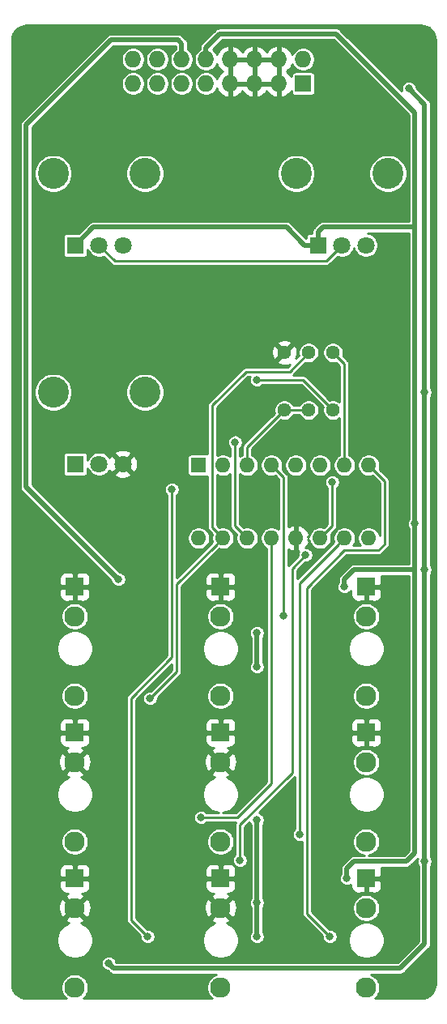
<source format=gbr>
G04 #@! TF.GenerationSoftware,KiCad,Pcbnew,5.1.5-52549c5~84~ubuntu19.04.1*
G04 #@! TF.CreationDate,2020-04-14T21:23:31+02:00*
G04 #@! TF.ProjectId,osc1,6f736331-2e6b-4696-9361-645f70636258,rev?*
G04 #@! TF.SameCoordinates,Original*
G04 #@! TF.FileFunction,Copper,L1,Top*
G04 #@! TF.FilePolarity,Positive*
%FSLAX46Y46*%
G04 Gerber Fmt 4.6, Leading zero omitted, Abs format (unit mm)*
G04 Created by KiCad (PCBNEW 5.1.5-52549c5~84~ubuntu19.04.1) date 2020-04-14 21:23:31*
%MOMM*%
%LPD*%
G04 APERTURE LIST*
%ADD10C,2.130000*%
%ADD11R,1.930000X1.830000*%
%ADD12C,1.440000*%
%ADD13R,1.600000X1.600000*%
%ADD14O,1.600000X1.600000*%
%ADD15C,3.240000*%
%ADD16C,1.800000*%
%ADD17R,1.800000X1.800000*%
%ADD18O,1.727200X1.727200*%
%ADD19R,1.727200X1.727200*%
%ADD20C,0.800000*%
%ADD21C,0.250000*%
%ADD22C,0.508000*%
%ADD23C,0.254000*%
G04 APERTURE END LIST*
D10*
X93980000Y-139670000D03*
D11*
X93980000Y-128270000D03*
D10*
X93980000Y-131370000D03*
D12*
X100650000Y-103800000D03*
X103190000Y-103800000D03*
X105730000Y-103800000D03*
X100650000Y-109800000D03*
X103190000Y-109800000D03*
X105730000Y-109800000D03*
D13*
X91694000Y-115570000D03*
D14*
X109474000Y-123190000D03*
X94234000Y-115570000D03*
X106934000Y-123190000D03*
X96774000Y-115570000D03*
X104394000Y-123190000D03*
X99314000Y-115570000D03*
X101854000Y-123190000D03*
X101854000Y-115570000D03*
X99314000Y-123190000D03*
X104394000Y-115570000D03*
X96774000Y-123190000D03*
X106934000Y-115570000D03*
X94234000Y-123190000D03*
X109474000Y-115570000D03*
X91694000Y-123190000D03*
D15*
X101880000Y-85090000D03*
X111480000Y-85090000D03*
D16*
X109180000Y-92590000D03*
X106680000Y-92590000D03*
D17*
X104180000Y-92590000D03*
D15*
X76480000Y-85090000D03*
X86080000Y-85090000D03*
D16*
X83780000Y-92590000D03*
X81280000Y-92590000D03*
D17*
X78780000Y-92590000D03*
D15*
X76480000Y-107950000D03*
X86080000Y-107950000D03*
D16*
X83780000Y-115450000D03*
X81280000Y-115450000D03*
D17*
X78780000Y-115450000D03*
D18*
X84836000Y-73152000D03*
X84836000Y-75692000D03*
X87376000Y-73152000D03*
X87376000Y-75692000D03*
X89916000Y-73152000D03*
X89916000Y-75692000D03*
X92456000Y-73152000D03*
X92456000Y-75692000D03*
X94996000Y-73152000D03*
X94996000Y-75692000D03*
X97536000Y-73152000D03*
X97536000Y-75692000D03*
X100076000Y-73152000D03*
X100076000Y-75692000D03*
X102616000Y-73152000D03*
D19*
X102616000Y-75692000D03*
D10*
X109220000Y-170150000D03*
D11*
X109220000Y-158750000D03*
D10*
X109220000Y-161850000D03*
X109220000Y-139670000D03*
D11*
X109220000Y-128270000D03*
D10*
X109220000Y-131370000D03*
X109220000Y-154910000D03*
D11*
X109220000Y-143510000D03*
D10*
X109220000Y-146610000D03*
X78740000Y-154910000D03*
D11*
X78740000Y-143510000D03*
D10*
X78740000Y-146610000D03*
X78740000Y-139670000D03*
D11*
X78740000Y-128270000D03*
D10*
X78740000Y-131370000D03*
X93980000Y-170150000D03*
D11*
X93980000Y-158750000D03*
D10*
X93980000Y-161850000D03*
X78740000Y-170150000D03*
D11*
X78740000Y-158750000D03*
D10*
X78740000Y-161850000D03*
X93980000Y-154910000D03*
D11*
X93980000Y-143510000D03*
D10*
X93980000Y-146610000D03*
D20*
X86360000Y-164846000D03*
X88900000Y-118110000D03*
X105410000Y-149860000D03*
X81280000Y-122174000D03*
X105664000Y-117348000D03*
X102870000Y-124968000D03*
X96012000Y-156845000D03*
X83312000Y-127508000D03*
X107188000Y-158750000D03*
X106934000Y-128270000D03*
X97790000Y-136652000D03*
X97790000Y-133096000D03*
X97790000Y-161290000D03*
X97790000Y-164846000D03*
X97790000Y-152654000D03*
X114300000Y-121666000D03*
X82296000Y-167640000D03*
X115316000Y-156972000D03*
X115316000Y-126492000D03*
X115316000Y-107950000D03*
X113665000Y-76200000D03*
X91948000Y-152400000D03*
X86614000Y-139954000D03*
X97790000Y-106680000D03*
X95504000Y-113157000D03*
X100584000Y-131318000D03*
X105410000Y-164846000D03*
X102235000Y-154178000D03*
D21*
X84618999Y-163104999D02*
X86360000Y-164846000D01*
X84618999Y-139917001D02*
X84618999Y-163104999D01*
X88900000Y-135636000D02*
X84618999Y-139917001D01*
X88900000Y-118110000D02*
X88900000Y-135636000D01*
X105664000Y-121920000D02*
X104394000Y-123190000D01*
X105664000Y-117348000D02*
X105664000Y-121920000D01*
X101473000Y-126365000D02*
X102870000Y-124968000D01*
X101473000Y-147701000D02*
X101473000Y-126365000D01*
X96012000Y-153162000D02*
X101473000Y-147701000D01*
X96012000Y-156845000D02*
X96012000Y-153162000D01*
D22*
X89916000Y-71501000D02*
X89535000Y-71120000D01*
X73660000Y-117856000D02*
X83312000Y-127508000D01*
X82550000Y-71120000D02*
X73660000Y-80010000D01*
X89535000Y-71120000D02*
X82550000Y-71120000D01*
X89916000Y-73152000D02*
X89916000Y-71501000D01*
X73660000Y-80010000D02*
X73660000Y-117856000D01*
D21*
X78780000Y-92590000D02*
X78780000Y-92670000D01*
D22*
X106934000Y-128270000D02*
X106934000Y-127508000D01*
X106934000Y-127508000D02*
X107950000Y-126492000D01*
X107950000Y-126492000D02*
X114300000Y-126492000D01*
X114300000Y-125730000D02*
X114300000Y-126492000D01*
X97790000Y-136652000D02*
X97790000Y-133096000D01*
X97790000Y-161290000D02*
X97790000Y-164846000D01*
X97790000Y-152654000D02*
X97790000Y-161290000D01*
X114300000Y-121666000D02*
X114300000Y-125730000D01*
X114300000Y-110998000D02*
X114300000Y-121666000D01*
X114300000Y-90678000D02*
X114300000Y-110998000D01*
X104684000Y-90678000D02*
X114300000Y-90678000D01*
X104180000Y-92590000D02*
X104180000Y-91182000D01*
X104180000Y-91182000D02*
X104684000Y-90678000D01*
X78780000Y-92590000D02*
X80692000Y-90678000D01*
X100860000Y-90678000D02*
X102772000Y-92590000D01*
X80692000Y-90678000D02*
X100860000Y-90678000D01*
X102772000Y-92590000D02*
X104180000Y-92590000D01*
X114300000Y-127254000D02*
X114300000Y-126492000D01*
X113411000Y-156972000D02*
X114300000Y-156083000D01*
X107950000Y-156972000D02*
X113411000Y-156972000D01*
X114300000Y-156083000D02*
X114300000Y-127254000D01*
X107188000Y-157734000D02*
X107950000Y-156972000D01*
X107188000Y-158750000D02*
X107188000Y-157734000D01*
X92456000Y-71930686D02*
X92456000Y-73152000D01*
X114300000Y-90678000D02*
X114300000Y-78740000D01*
X93901686Y-70485000D02*
X92456000Y-71930686D01*
X106045000Y-70485000D02*
X93901686Y-70485000D01*
X114300000Y-78740000D02*
X106045000Y-70485000D01*
X115316000Y-156972000D02*
X115316000Y-154686000D01*
X115316000Y-154686000D02*
X115316000Y-126492000D01*
X115316000Y-126492000D02*
X115316000Y-107950000D01*
X115316000Y-107950000D02*
X115316000Y-78740000D01*
X115316000Y-157734000D02*
X115316000Y-156972000D01*
X82296000Y-167640000D02*
X82804000Y-168148000D01*
X115316000Y-165608000D02*
X115316000Y-157734000D01*
X112776000Y-168148000D02*
X115316000Y-165608000D01*
X82804000Y-168148000D02*
X112776000Y-168148000D01*
X115316000Y-78740000D02*
X115316000Y-77851000D01*
X115316000Y-77851000D02*
X113665000Y-76200000D01*
D21*
X99314000Y-148844000D02*
X99314000Y-123190000D01*
X95758000Y-152400000D02*
X99314000Y-148844000D01*
X91948000Y-152400000D02*
X95758000Y-152400000D01*
X82924000Y-94234000D02*
X81280000Y-92590000D01*
X106673000Y-92590000D02*
X105029000Y-94234000D01*
X105029000Y-94234000D02*
X82924000Y-94234000D01*
X106680000Y-92590000D02*
X106673000Y-92590000D01*
X93108999Y-122064999D02*
X93434001Y-122390001D01*
X93108999Y-109329001D02*
X93108999Y-122064999D01*
X101199000Y-105791000D02*
X96647000Y-105791000D01*
X96647000Y-105791000D02*
X93108999Y-109329001D01*
X93434001Y-122390001D02*
X94234000Y-123190000D01*
X103190000Y-103800000D02*
X101199000Y-105791000D01*
X89408000Y-128016000D02*
X93434001Y-123989999D01*
X86614000Y-139954000D02*
X89408000Y-137160000D01*
X93434001Y-123989999D02*
X94234000Y-123190000D01*
X89408000Y-137160000D02*
X89408000Y-128016000D01*
X102610000Y-106680000D02*
X97790000Y-106680000D01*
X105730000Y-109800000D02*
X102610000Y-106680000D01*
X96774000Y-113676000D02*
X100650000Y-109800000D01*
X96774000Y-115570000D02*
X96774000Y-113676000D01*
X100650000Y-109800000D02*
X103190000Y-109800000D01*
X95504000Y-121920000D02*
X96774000Y-123190000D01*
X95504000Y-113157000D02*
X95504000Y-121920000D01*
X100584000Y-131318000D02*
X100584000Y-116840000D01*
X100584000Y-116840000D02*
X100113999Y-116369999D01*
X100113999Y-116369999D02*
X99314000Y-115570000D01*
X110273999Y-116369999D02*
X109474000Y-115570000D01*
X111125000Y-117221000D02*
X110273999Y-116369999D01*
X111125000Y-123825000D02*
X111125000Y-117221000D01*
X102997000Y-162433000D02*
X102997000Y-128397000D01*
X102997000Y-128397000D02*
X106934000Y-124460000D01*
X106934000Y-124460000D02*
X110490000Y-124460000D01*
X105410000Y-164846000D02*
X102997000Y-162433000D01*
X110490000Y-124460000D02*
X111125000Y-123825000D01*
X106934000Y-105004000D02*
X105730000Y-103800000D01*
X106934000Y-115570000D02*
X106934000Y-105004000D01*
X106134001Y-123989999D02*
X106934000Y-123190000D01*
X102235000Y-127889000D02*
X106134001Y-123989999D01*
X102235000Y-154178000D02*
X102235000Y-127889000D01*
D23*
G36*
X115225776Y-69651457D02*
G01*
X115505481Y-69735905D01*
X115763458Y-69873074D01*
X115989875Y-70057735D01*
X116176111Y-70282856D01*
X116315078Y-70539870D01*
X116401476Y-70818976D01*
X116434000Y-71128418D01*
X116434001Y-169779137D01*
X116403543Y-170089775D01*
X116319094Y-170369484D01*
X116181926Y-170627458D01*
X115997267Y-170853873D01*
X115772141Y-171040114D01*
X115515130Y-171179078D01*
X115236024Y-171265476D01*
X114926582Y-171298000D01*
X110104629Y-171298000D01*
X110141772Y-171273182D01*
X110343182Y-171071772D01*
X110501429Y-170834938D01*
X110610431Y-170571783D01*
X110666000Y-170292419D01*
X110666000Y-170007581D01*
X110610431Y-169728217D01*
X110501429Y-169465062D01*
X110343182Y-169228228D01*
X110141772Y-169026818D01*
X109904938Y-168868571D01*
X109698351Y-168783000D01*
X112744819Y-168783000D01*
X112776000Y-168786071D01*
X112807181Y-168783000D01*
X112807192Y-168783000D01*
X112900482Y-168773812D01*
X113020180Y-168737502D01*
X113130494Y-168678537D01*
X113227185Y-168599185D01*
X113247074Y-168574950D01*
X115742962Y-166079064D01*
X115767185Y-166059185D01*
X115787068Y-166034958D01*
X115846537Y-165962495D01*
X115868702Y-165921026D01*
X115905502Y-165852180D01*
X115941812Y-165732482D01*
X115951000Y-165639192D01*
X115951000Y-165639182D01*
X115954071Y-165608001D01*
X115951000Y-165576820D01*
X115951000Y-157427418D01*
X116008113Y-157341942D01*
X116066987Y-157199809D01*
X116097000Y-157048922D01*
X116097000Y-156895078D01*
X116066987Y-156744191D01*
X116008113Y-156602058D01*
X115951000Y-156516582D01*
X115951000Y-126947418D01*
X116008113Y-126861942D01*
X116066987Y-126719809D01*
X116097000Y-126568922D01*
X116097000Y-126415078D01*
X116066987Y-126264191D01*
X116008113Y-126122058D01*
X115951000Y-126036582D01*
X115951000Y-108405418D01*
X116008113Y-108319942D01*
X116066987Y-108177809D01*
X116097000Y-108026922D01*
X116097000Y-107873078D01*
X116066987Y-107722191D01*
X116008113Y-107580058D01*
X115951000Y-107494582D01*
X115951000Y-77882189D01*
X115954072Y-77851000D01*
X115951000Y-77819808D01*
X115941812Y-77726518D01*
X115905502Y-77606820D01*
X115846538Y-77496506D01*
X115787069Y-77424043D01*
X115787065Y-77424039D01*
X115767185Y-77399815D01*
X115742960Y-77379934D01*
X114436043Y-76073018D01*
X114415987Y-75972191D01*
X114357113Y-75830058D01*
X114271642Y-75702141D01*
X114162859Y-75593358D01*
X114034942Y-75507887D01*
X113892809Y-75449013D01*
X113741922Y-75419000D01*
X113588078Y-75419000D01*
X113437191Y-75449013D01*
X113295058Y-75507887D01*
X113167141Y-75593358D01*
X113058358Y-75702141D01*
X112972887Y-75830058D01*
X112914013Y-75972191D01*
X112884000Y-76123078D01*
X112884000Y-76276922D01*
X112914013Y-76427809D01*
X112933939Y-76475914D01*
X106516074Y-70058050D01*
X106496185Y-70033815D01*
X106399494Y-69954463D01*
X106289180Y-69895498D01*
X106169482Y-69859188D01*
X106076192Y-69850000D01*
X106076181Y-69850000D01*
X106045000Y-69846929D01*
X106013819Y-69850000D01*
X93932875Y-69850000D01*
X93901686Y-69846928D01*
X93870497Y-69850000D01*
X93870494Y-69850000D01*
X93777204Y-69859188D01*
X93669822Y-69891762D01*
X93657506Y-69895498D01*
X93547192Y-69954462D01*
X93474729Y-70013931D01*
X93474725Y-70013935D01*
X93450501Y-70033815D01*
X93430620Y-70058040D01*
X92029050Y-71459612D01*
X92004815Y-71479501D01*
X91925463Y-71576193D01*
X91866498Y-71686507D01*
X91830188Y-71806205D01*
X91821000Y-71899495D01*
X91821000Y-71899505D01*
X91817929Y-71930686D01*
X91821000Y-71961868D01*
X91821000Y-72079426D01*
X91662614Y-72185256D01*
X91489256Y-72358614D01*
X91353050Y-72562461D01*
X91259229Y-72788964D01*
X91211400Y-73029418D01*
X91211400Y-73274582D01*
X91259229Y-73515036D01*
X91353050Y-73741539D01*
X91489256Y-73945386D01*
X91662614Y-74118744D01*
X91866461Y-74254950D01*
X92092964Y-74348771D01*
X92333418Y-74396600D01*
X92578582Y-74396600D01*
X92819036Y-74348771D01*
X93045539Y-74254950D01*
X93249386Y-74118744D01*
X93422744Y-73945386D01*
X93558950Y-73741539D01*
X93593278Y-73658664D01*
X93639036Y-73787978D01*
X93789183Y-74040488D01*
X93985707Y-74258854D01*
X94204078Y-74422000D01*
X93985707Y-74585146D01*
X93789183Y-74803512D01*
X93639036Y-75056022D01*
X93593278Y-75185336D01*
X93558950Y-75102461D01*
X93422744Y-74898614D01*
X93249386Y-74725256D01*
X93045539Y-74589050D01*
X92819036Y-74495229D01*
X92578582Y-74447400D01*
X92333418Y-74447400D01*
X92092964Y-74495229D01*
X91866461Y-74589050D01*
X91662614Y-74725256D01*
X91489256Y-74898614D01*
X91353050Y-75102461D01*
X91259229Y-75328964D01*
X91211400Y-75569418D01*
X91211400Y-75814582D01*
X91259229Y-76055036D01*
X91353050Y-76281539D01*
X91489256Y-76485386D01*
X91662614Y-76658744D01*
X91866461Y-76794950D01*
X92092964Y-76888771D01*
X92333418Y-76936600D01*
X92578582Y-76936600D01*
X92819036Y-76888771D01*
X93045539Y-76794950D01*
X93249386Y-76658744D01*
X93422744Y-76485386D01*
X93558950Y-76281539D01*
X93593278Y-76198664D01*
X93639036Y-76327978D01*
X93789183Y-76580488D01*
X93985707Y-76798854D01*
X94221056Y-76974684D01*
X94486186Y-77101222D01*
X94636974Y-77146958D01*
X94869000Y-77025817D01*
X94869000Y-75819000D01*
X95123000Y-75819000D01*
X95123000Y-77025817D01*
X95355026Y-77146958D01*
X95505814Y-77101222D01*
X95770944Y-76974684D01*
X96006293Y-76798854D01*
X96202817Y-76580488D01*
X96266000Y-76474230D01*
X96329183Y-76580488D01*
X96525707Y-76798854D01*
X96761056Y-76974684D01*
X97026186Y-77101222D01*
X97176974Y-77146958D01*
X97409000Y-77025817D01*
X97409000Y-75819000D01*
X97663000Y-75819000D01*
X97663000Y-77025817D01*
X97895026Y-77146958D01*
X98045814Y-77101222D01*
X98310944Y-76974684D01*
X98546293Y-76798854D01*
X98742817Y-76580488D01*
X98806000Y-76474230D01*
X98869183Y-76580488D01*
X99065707Y-76798854D01*
X99301056Y-76974684D01*
X99566186Y-77101222D01*
X99716974Y-77146958D01*
X99949000Y-77025817D01*
X99949000Y-75819000D01*
X97663000Y-75819000D01*
X97409000Y-75819000D01*
X95123000Y-75819000D01*
X94869000Y-75819000D01*
X94849000Y-75819000D01*
X94849000Y-75565000D01*
X94869000Y-75565000D01*
X94869000Y-73279000D01*
X95123000Y-73279000D01*
X95123000Y-75565000D01*
X97409000Y-75565000D01*
X97409000Y-73279000D01*
X97663000Y-73279000D01*
X97663000Y-75565000D01*
X99949000Y-75565000D01*
X99949000Y-73279000D01*
X97663000Y-73279000D01*
X97409000Y-73279000D01*
X95123000Y-73279000D01*
X94869000Y-73279000D01*
X94849000Y-73279000D01*
X94849000Y-73025000D01*
X94869000Y-73025000D01*
X94869000Y-71818183D01*
X95123000Y-71818183D01*
X95123000Y-73025000D01*
X97409000Y-73025000D01*
X97409000Y-71818183D01*
X97663000Y-71818183D01*
X97663000Y-73025000D01*
X99949000Y-73025000D01*
X99949000Y-71818183D01*
X100203000Y-71818183D01*
X100203000Y-73025000D01*
X100223000Y-73025000D01*
X100223000Y-73279000D01*
X100203000Y-73279000D01*
X100203000Y-75565000D01*
X100223000Y-75565000D01*
X100223000Y-75819000D01*
X100203000Y-75819000D01*
X100203000Y-77025817D01*
X100435026Y-77146958D01*
X100585814Y-77101222D01*
X100850944Y-76974684D01*
X101086293Y-76798854D01*
X101282817Y-76580488D01*
X101369557Y-76434613D01*
X101369557Y-76555600D01*
X101376913Y-76630289D01*
X101398699Y-76702108D01*
X101434078Y-76768296D01*
X101481689Y-76826311D01*
X101539704Y-76873922D01*
X101605892Y-76909301D01*
X101677711Y-76931087D01*
X101752400Y-76938443D01*
X103479600Y-76938443D01*
X103554289Y-76931087D01*
X103626108Y-76909301D01*
X103692296Y-76873922D01*
X103750311Y-76826311D01*
X103797922Y-76768296D01*
X103833301Y-76702108D01*
X103855087Y-76630289D01*
X103862443Y-76555600D01*
X103862443Y-74828400D01*
X103855087Y-74753711D01*
X103833301Y-74681892D01*
X103797922Y-74615704D01*
X103750311Y-74557689D01*
X103692296Y-74510078D01*
X103626108Y-74474699D01*
X103554289Y-74452913D01*
X103479600Y-74445557D01*
X101752400Y-74445557D01*
X101677711Y-74452913D01*
X101605892Y-74474699D01*
X101539704Y-74510078D01*
X101481689Y-74557689D01*
X101434078Y-74615704D01*
X101398699Y-74681892D01*
X101376913Y-74753711D01*
X101369557Y-74828400D01*
X101369557Y-74949387D01*
X101282817Y-74803512D01*
X101086293Y-74585146D01*
X100867922Y-74422000D01*
X101086293Y-74258854D01*
X101282817Y-74040488D01*
X101432964Y-73787978D01*
X101478722Y-73658664D01*
X101513050Y-73741539D01*
X101649256Y-73945386D01*
X101822614Y-74118744D01*
X102026461Y-74254950D01*
X102252964Y-74348771D01*
X102493418Y-74396600D01*
X102738582Y-74396600D01*
X102979036Y-74348771D01*
X103205539Y-74254950D01*
X103409386Y-74118744D01*
X103582744Y-73945386D01*
X103718950Y-73741539D01*
X103812771Y-73515036D01*
X103860600Y-73274582D01*
X103860600Y-73029418D01*
X103812771Y-72788964D01*
X103718950Y-72562461D01*
X103582744Y-72358614D01*
X103409386Y-72185256D01*
X103205539Y-72049050D01*
X102979036Y-71955229D01*
X102738582Y-71907400D01*
X102493418Y-71907400D01*
X102252964Y-71955229D01*
X102026461Y-72049050D01*
X101822614Y-72185256D01*
X101649256Y-72358614D01*
X101513050Y-72562461D01*
X101478722Y-72645336D01*
X101432964Y-72516022D01*
X101282817Y-72263512D01*
X101086293Y-72045146D01*
X100850944Y-71869316D01*
X100585814Y-71742778D01*
X100435026Y-71697042D01*
X100203000Y-71818183D01*
X99949000Y-71818183D01*
X99716974Y-71697042D01*
X99566186Y-71742778D01*
X99301056Y-71869316D01*
X99065707Y-72045146D01*
X98869183Y-72263512D01*
X98806000Y-72369770D01*
X98742817Y-72263512D01*
X98546293Y-72045146D01*
X98310944Y-71869316D01*
X98045814Y-71742778D01*
X97895026Y-71697042D01*
X97663000Y-71818183D01*
X97409000Y-71818183D01*
X97176974Y-71697042D01*
X97026186Y-71742778D01*
X96761056Y-71869316D01*
X96525707Y-72045146D01*
X96329183Y-72263512D01*
X96266000Y-72369770D01*
X96202817Y-72263512D01*
X96006293Y-72045146D01*
X95770944Y-71869316D01*
X95505814Y-71742778D01*
X95355026Y-71697042D01*
X95123000Y-71818183D01*
X94869000Y-71818183D01*
X94636974Y-71697042D01*
X94486186Y-71742778D01*
X94221056Y-71869316D01*
X93985707Y-72045146D01*
X93789183Y-72263512D01*
X93639036Y-72516022D01*
X93593278Y-72645336D01*
X93558950Y-72562461D01*
X93422744Y-72358614D01*
X93249386Y-72185256D01*
X93159509Y-72125202D01*
X94164712Y-71120000D01*
X105781976Y-71120000D01*
X113665001Y-79003026D01*
X113665000Y-90043000D01*
X104715189Y-90043000D01*
X104684000Y-90039928D01*
X104652811Y-90043000D01*
X104652808Y-90043000D01*
X104559518Y-90052188D01*
X104439820Y-90088498D01*
X104329506Y-90147462D01*
X104257043Y-90206931D01*
X104257039Y-90206935D01*
X104232815Y-90226815D01*
X104212934Y-90251040D01*
X103753045Y-90710931D01*
X103728816Y-90730815D01*
X103708932Y-90755044D01*
X103649463Y-90827507D01*
X103590498Y-90937821D01*
X103554189Y-91057519D01*
X103541929Y-91182000D01*
X103545001Y-91213191D01*
X103545001Y-91307157D01*
X103280000Y-91307157D01*
X103205311Y-91314513D01*
X103133492Y-91336299D01*
X103067304Y-91371678D01*
X103009289Y-91419289D01*
X102961678Y-91477304D01*
X102926299Y-91543492D01*
X102904513Y-91615311D01*
X102897157Y-91690000D01*
X102897157Y-91817132D01*
X101331074Y-90251050D01*
X101311185Y-90226815D01*
X101214494Y-90147463D01*
X101104180Y-90088498D01*
X100984482Y-90052188D01*
X100891192Y-90043000D01*
X100891181Y-90043000D01*
X100860000Y-90039929D01*
X100828819Y-90043000D01*
X80723180Y-90043000D01*
X80691999Y-90039929D01*
X80660818Y-90043000D01*
X80660808Y-90043000D01*
X80567518Y-90052188D01*
X80447820Y-90088498D01*
X80375931Y-90126924D01*
X80337505Y-90147463D01*
X80286373Y-90189426D01*
X80240815Y-90226815D01*
X80220930Y-90251045D01*
X79164819Y-91307157D01*
X77880000Y-91307157D01*
X77805311Y-91314513D01*
X77733492Y-91336299D01*
X77667304Y-91371678D01*
X77609289Y-91419289D01*
X77561678Y-91477304D01*
X77526299Y-91543492D01*
X77504513Y-91615311D01*
X77497157Y-91690000D01*
X77497157Y-93490000D01*
X77504513Y-93564689D01*
X77526299Y-93636508D01*
X77561678Y-93702696D01*
X77609289Y-93760711D01*
X77667304Y-93808322D01*
X77733492Y-93843701D01*
X77805311Y-93865487D01*
X77880000Y-93872843D01*
X79680000Y-93872843D01*
X79754689Y-93865487D01*
X79826508Y-93843701D01*
X79892696Y-93808322D01*
X79950711Y-93760711D01*
X79998322Y-93702696D01*
X80033701Y-93636508D01*
X80055487Y-93564689D01*
X80062843Y-93490000D01*
X80062843Y-92998937D01*
X80144793Y-93196781D01*
X80284982Y-93406590D01*
X80463410Y-93585018D01*
X80673219Y-93725207D01*
X80906346Y-93821772D01*
X81153833Y-93871000D01*
X81406167Y-93871000D01*
X81653654Y-93821772D01*
X81754435Y-93780027D01*
X82548628Y-94574220D01*
X82564473Y-94593527D01*
X82641521Y-94656759D01*
X82729425Y-94703745D01*
X82824806Y-94732678D01*
X82834694Y-94733652D01*
X82899146Y-94740000D01*
X82899153Y-94740000D01*
X82923999Y-94742447D01*
X82948845Y-94740000D01*
X105004154Y-94740000D01*
X105029000Y-94742447D01*
X105053846Y-94740000D01*
X105053854Y-94740000D01*
X105128193Y-94732678D01*
X105223575Y-94703745D01*
X105311479Y-94656759D01*
X105388527Y-94593527D01*
X105404376Y-94574215D01*
X106200615Y-93777976D01*
X106306346Y-93821772D01*
X106553833Y-93871000D01*
X106806167Y-93871000D01*
X107053654Y-93821772D01*
X107286781Y-93725207D01*
X107496590Y-93585018D01*
X107675018Y-93406590D01*
X107815207Y-93196781D01*
X107911772Y-92963654D01*
X107930000Y-92872015D01*
X107948228Y-92963654D01*
X108044793Y-93196781D01*
X108184982Y-93406590D01*
X108363410Y-93585018D01*
X108573219Y-93725207D01*
X108806346Y-93821772D01*
X109053833Y-93871000D01*
X109306167Y-93871000D01*
X109553654Y-93821772D01*
X109786781Y-93725207D01*
X109996590Y-93585018D01*
X110175018Y-93406590D01*
X110315207Y-93196781D01*
X110411772Y-92963654D01*
X110461000Y-92716167D01*
X110461000Y-92463833D01*
X110411772Y-92216346D01*
X110315207Y-91983219D01*
X110175018Y-91773410D01*
X109996590Y-91594982D01*
X109786781Y-91454793D01*
X109553654Y-91358228D01*
X109326276Y-91313000D01*
X113665000Y-91313000D01*
X113665001Y-110966799D01*
X113665000Y-110966809D01*
X113665001Y-121210581D01*
X113607887Y-121296058D01*
X113549013Y-121438191D01*
X113519000Y-121589078D01*
X113519000Y-121742922D01*
X113549013Y-121893809D01*
X113607887Y-122035942D01*
X113665000Y-122121418D01*
X113665001Y-125698799D01*
X113665000Y-125698809D01*
X113665000Y-125857000D01*
X107981181Y-125857000D01*
X107950000Y-125853929D01*
X107918819Y-125857000D01*
X107918808Y-125857000D01*
X107825518Y-125866188D01*
X107705820Y-125902498D01*
X107595506Y-125961463D01*
X107498815Y-126040815D01*
X107478930Y-126065045D01*
X106507046Y-127036930D01*
X106482816Y-127056815D01*
X106462933Y-127081043D01*
X106462932Y-127081044D01*
X106403463Y-127153507D01*
X106344498Y-127263821D01*
X106331851Y-127305514D01*
X106308188Y-127383518D01*
X106299000Y-127476808D01*
X106299000Y-127476819D01*
X106295929Y-127508000D01*
X106299000Y-127539181D01*
X106299000Y-127814582D01*
X106241887Y-127900058D01*
X106183013Y-128042191D01*
X106153000Y-128193078D01*
X106153000Y-128346922D01*
X106183013Y-128497809D01*
X106241887Y-128639942D01*
X106327358Y-128767859D01*
X106436141Y-128876642D01*
X106564058Y-128962113D01*
X106706191Y-129020987D01*
X106857078Y-129051000D01*
X107010922Y-129051000D01*
X107161809Y-129020987D01*
X107303942Y-128962113D01*
X107431859Y-128876642D01*
X107540642Y-128767859D01*
X107619541Y-128649778D01*
X107616928Y-129185000D01*
X107629188Y-129309482D01*
X107665498Y-129429180D01*
X107724463Y-129539494D01*
X107803815Y-129636185D01*
X107900506Y-129715537D01*
X108010820Y-129774502D01*
X108130518Y-129810812D01*
X108255000Y-129823072D01*
X108934250Y-129820000D01*
X109093000Y-129661250D01*
X109093000Y-128397000D01*
X109347000Y-128397000D01*
X109347000Y-129661250D01*
X109505750Y-129820000D01*
X110185000Y-129823072D01*
X110309482Y-129810812D01*
X110429180Y-129774502D01*
X110539494Y-129715537D01*
X110636185Y-129636185D01*
X110715537Y-129539494D01*
X110774502Y-129429180D01*
X110810812Y-129309482D01*
X110823072Y-129185000D01*
X110820000Y-128555750D01*
X110661250Y-128397000D01*
X109347000Y-128397000D01*
X109093000Y-128397000D01*
X109073000Y-128397000D01*
X109073000Y-128143000D01*
X109093000Y-128143000D01*
X109093000Y-128123000D01*
X109347000Y-128123000D01*
X109347000Y-128143000D01*
X110661250Y-128143000D01*
X110820000Y-127984250D01*
X110823072Y-127355000D01*
X110810812Y-127230518D01*
X110779410Y-127127000D01*
X113665000Y-127127000D01*
X113665000Y-127285191D01*
X113665001Y-127285201D01*
X113665000Y-155819975D01*
X113147976Y-156337000D01*
X109457938Y-156337000D01*
X109641783Y-156300431D01*
X109904938Y-156191429D01*
X110141772Y-156033182D01*
X110343182Y-155831772D01*
X110501429Y-155594938D01*
X110610431Y-155331783D01*
X110666000Y-155052419D01*
X110666000Y-154767581D01*
X110610431Y-154488217D01*
X110501429Y-154225062D01*
X110343182Y-153988228D01*
X110141772Y-153786818D01*
X109904938Y-153628571D01*
X109641783Y-153519569D01*
X109362419Y-153464000D01*
X109077581Y-153464000D01*
X108798217Y-153519569D01*
X108535062Y-153628571D01*
X108298228Y-153786818D01*
X108096818Y-153988228D01*
X107938571Y-154225062D01*
X107829569Y-154488217D01*
X107774000Y-154767581D01*
X107774000Y-155052419D01*
X107829569Y-155331783D01*
X107938571Y-155594938D01*
X108096818Y-155831772D01*
X108298228Y-156033182D01*
X108535062Y-156191429D01*
X108798217Y-156300431D01*
X108982062Y-156337000D01*
X107981189Y-156337000D01*
X107950000Y-156333928D01*
X107918811Y-156337000D01*
X107918808Y-156337000D01*
X107825518Y-156346188D01*
X107705820Y-156382498D01*
X107595506Y-156441462D01*
X107523043Y-156500931D01*
X107523039Y-156500935D01*
X107498815Y-156520815D01*
X107478934Y-156545040D01*
X106761045Y-157262931D01*
X106736816Y-157282815D01*
X106716932Y-157307044D01*
X106657463Y-157379507D01*
X106598498Y-157489821D01*
X106594641Y-157502537D01*
X106562189Y-157609518D01*
X106560566Y-157626000D01*
X106549929Y-157734000D01*
X106553001Y-157765191D01*
X106553000Y-158294581D01*
X106495887Y-158380058D01*
X106437013Y-158522191D01*
X106407000Y-158673078D01*
X106407000Y-158826922D01*
X106437013Y-158977809D01*
X106495887Y-159119942D01*
X106581358Y-159247859D01*
X106690141Y-159356642D01*
X106818058Y-159442113D01*
X106960191Y-159500987D01*
X107111078Y-159531000D01*
X107264922Y-159531000D01*
X107415809Y-159500987D01*
X107557942Y-159442113D01*
X107618213Y-159401842D01*
X107616928Y-159665000D01*
X107629188Y-159789482D01*
X107665498Y-159909180D01*
X107724463Y-160019494D01*
X107803815Y-160116185D01*
X107900506Y-160195537D01*
X108010820Y-160254502D01*
X108130518Y-160290812D01*
X108255000Y-160303072D01*
X108934250Y-160300000D01*
X109093000Y-160141250D01*
X109093000Y-158877000D01*
X109347000Y-158877000D01*
X109347000Y-160141250D01*
X109505750Y-160300000D01*
X110185000Y-160303072D01*
X110309482Y-160290812D01*
X110429180Y-160254502D01*
X110539494Y-160195537D01*
X110636185Y-160116185D01*
X110715537Y-160019494D01*
X110774502Y-159909180D01*
X110810812Y-159789482D01*
X110823072Y-159665000D01*
X110820000Y-159035750D01*
X110661250Y-158877000D01*
X109347000Y-158877000D01*
X109093000Y-158877000D01*
X109073000Y-158877000D01*
X109073000Y-158623000D01*
X109093000Y-158623000D01*
X109093000Y-158603000D01*
X109347000Y-158603000D01*
X109347000Y-158623000D01*
X110661250Y-158623000D01*
X110820000Y-158464250D01*
X110823072Y-157835000D01*
X110810812Y-157710518D01*
X110779410Y-157607000D01*
X113379819Y-157607000D01*
X113411000Y-157610071D01*
X113442181Y-157607000D01*
X113442192Y-157607000D01*
X113535482Y-157597812D01*
X113655180Y-157561502D01*
X113765494Y-157502537D01*
X113862185Y-157423185D01*
X113882074Y-157398950D01*
X114584939Y-156696086D01*
X114565013Y-156744191D01*
X114535000Y-156895078D01*
X114535000Y-157048922D01*
X114565013Y-157199809D01*
X114623887Y-157341942D01*
X114681000Y-157427418D01*
X114681000Y-157765191D01*
X114681001Y-157765201D01*
X114681000Y-165344974D01*
X112512976Y-167513000D01*
X83067039Y-167513000D01*
X83046987Y-167412191D01*
X82988113Y-167270058D01*
X82902642Y-167142141D01*
X82793859Y-167033358D01*
X82665942Y-166947887D01*
X82523809Y-166889013D01*
X82372922Y-166859000D01*
X82219078Y-166859000D01*
X82068191Y-166889013D01*
X81926058Y-166947887D01*
X81798141Y-167033358D01*
X81689358Y-167142141D01*
X81603887Y-167270058D01*
X81545013Y-167412191D01*
X81515000Y-167563078D01*
X81515000Y-167716922D01*
X81545013Y-167867809D01*
X81603887Y-168009942D01*
X81689358Y-168137859D01*
X81798141Y-168246642D01*
X81926058Y-168332113D01*
X82068191Y-168390987D01*
X82169017Y-168411042D01*
X82332934Y-168574960D01*
X82352815Y-168599185D01*
X82377039Y-168619065D01*
X82377042Y-168619068D01*
X82449505Y-168678537D01*
X82487931Y-168699076D01*
X82559820Y-168737502D01*
X82679518Y-168773812D01*
X82772808Y-168783000D01*
X82772818Y-168783000D01*
X82803999Y-168786071D01*
X82835180Y-168783000D01*
X93501649Y-168783000D01*
X93295062Y-168868571D01*
X93058228Y-169026818D01*
X92856818Y-169228228D01*
X92698571Y-169465062D01*
X92589569Y-169728217D01*
X92534000Y-170007581D01*
X92534000Y-170292419D01*
X92589569Y-170571783D01*
X92698571Y-170834938D01*
X92856818Y-171071772D01*
X93058228Y-171273182D01*
X93095371Y-171298000D01*
X79624629Y-171298000D01*
X79661772Y-171273182D01*
X79863182Y-171071772D01*
X80021429Y-170834938D01*
X80130431Y-170571783D01*
X80186000Y-170292419D01*
X80186000Y-170007581D01*
X80130431Y-169728217D01*
X80021429Y-169465062D01*
X79863182Y-169228228D01*
X79661772Y-169026818D01*
X79424938Y-168868571D01*
X79161783Y-168759569D01*
X78882419Y-168704000D01*
X78597581Y-168704000D01*
X78318217Y-168759569D01*
X78055062Y-168868571D01*
X77818228Y-169026818D01*
X77616818Y-169228228D01*
X77458571Y-169465062D01*
X77349569Y-169728217D01*
X77294000Y-170007581D01*
X77294000Y-170292419D01*
X77349569Y-170571783D01*
X77458571Y-170834938D01*
X77616818Y-171071772D01*
X77818228Y-171273182D01*
X77855371Y-171298000D01*
X73679853Y-171298000D01*
X73369225Y-171267543D01*
X73089516Y-171183094D01*
X72831542Y-171045926D01*
X72605127Y-170861267D01*
X72418886Y-170636141D01*
X72279922Y-170379130D01*
X72193524Y-170100024D01*
X72161000Y-169790582D01*
X72161000Y-165038219D01*
X76823274Y-165038219D01*
X76823274Y-165415781D01*
X76896933Y-165786088D01*
X77041420Y-166134910D01*
X77251182Y-166448841D01*
X77518159Y-166715818D01*
X77832090Y-166925580D01*
X78180912Y-167070067D01*
X78551219Y-167143726D01*
X78928781Y-167143726D01*
X79299088Y-167070067D01*
X79647910Y-166925580D01*
X79961841Y-166715818D01*
X80228818Y-166448841D01*
X80438580Y-166134910D01*
X80583067Y-165786088D01*
X80656726Y-165415781D01*
X80656726Y-165038219D01*
X80583067Y-164667912D01*
X80438580Y-164319090D01*
X80228818Y-164005159D01*
X79961841Y-163738182D01*
X79647910Y-163528420D01*
X79393656Y-163423104D01*
X79448760Y-163404250D01*
X79638546Y-163302807D01*
X79742156Y-163031761D01*
X78740000Y-162029605D01*
X77737844Y-163031761D01*
X77841454Y-163302807D01*
X78086638Y-163422982D01*
X77832090Y-163528420D01*
X77518159Y-163738182D01*
X77251182Y-164005159D01*
X77041420Y-164319090D01*
X76896933Y-164667912D01*
X76823274Y-165038219D01*
X72161000Y-165038219D01*
X72161000Y-161910023D01*
X77032829Y-161910023D01*
X77077342Y-162241922D01*
X77185750Y-162558760D01*
X77287193Y-162748546D01*
X77558239Y-162852156D01*
X78560395Y-161850000D01*
X78919605Y-161850000D01*
X79921761Y-162852156D01*
X80192807Y-162748546D01*
X80340190Y-162447852D01*
X80426078Y-162124182D01*
X80447171Y-161789977D01*
X80402658Y-161458078D01*
X80294250Y-161141240D01*
X80192807Y-160951454D01*
X79921761Y-160847844D01*
X78919605Y-161850000D01*
X78560395Y-161850000D01*
X77558239Y-160847844D01*
X77287193Y-160951454D01*
X77139810Y-161252148D01*
X77053922Y-161575818D01*
X77032829Y-161910023D01*
X72161000Y-161910023D01*
X72161000Y-159665000D01*
X77136928Y-159665000D01*
X77149188Y-159789482D01*
X77185498Y-159909180D01*
X77244463Y-160019494D01*
X77323815Y-160116185D01*
X77420506Y-160195537D01*
X77530820Y-160254502D01*
X77650518Y-160290812D01*
X77775000Y-160303072D01*
X78019611Y-160301966D01*
X77841454Y-160397193D01*
X77737844Y-160668239D01*
X78740000Y-161670395D01*
X79742156Y-160668239D01*
X79638546Y-160397193D01*
X79444111Y-160301892D01*
X79705000Y-160303072D01*
X79829482Y-160290812D01*
X79949180Y-160254502D01*
X80059494Y-160195537D01*
X80156185Y-160116185D01*
X80235537Y-160019494D01*
X80294502Y-159909180D01*
X80330812Y-159789482D01*
X80343072Y-159665000D01*
X80340000Y-159035750D01*
X80181250Y-158877000D01*
X78867000Y-158877000D01*
X78867000Y-158897000D01*
X78613000Y-158897000D01*
X78613000Y-158877000D01*
X77298750Y-158877000D01*
X77140000Y-159035750D01*
X77136928Y-159665000D01*
X72161000Y-159665000D01*
X72161000Y-157835000D01*
X77136928Y-157835000D01*
X77140000Y-158464250D01*
X77298750Y-158623000D01*
X78613000Y-158623000D01*
X78613000Y-157358750D01*
X78867000Y-157358750D01*
X78867000Y-158623000D01*
X80181250Y-158623000D01*
X80340000Y-158464250D01*
X80343072Y-157835000D01*
X80330812Y-157710518D01*
X80294502Y-157590820D01*
X80235537Y-157480506D01*
X80156185Y-157383815D01*
X80059494Y-157304463D01*
X79949180Y-157245498D01*
X79829482Y-157209188D01*
X79705000Y-157196928D01*
X79025750Y-157200000D01*
X78867000Y-157358750D01*
X78613000Y-157358750D01*
X78454250Y-157200000D01*
X77775000Y-157196928D01*
X77650518Y-157209188D01*
X77530820Y-157245498D01*
X77420506Y-157304463D01*
X77323815Y-157383815D01*
X77244463Y-157480506D01*
X77185498Y-157590820D01*
X77149188Y-157710518D01*
X77136928Y-157835000D01*
X72161000Y-157835000D01*
X72161000Y-154767581D01*
X77294000Y-154767581D01*
X77294000Y-155052419D01*
X77349569Y-155331783D01*
X77458571Y-155594938D01*
X77616818Y-155831772D01*
X77818228Y-156033182D01*
X78055062Y-156191429D01*
X78318217Y-156300431D01*
X78597581Y-156356000D01*
X78882419Y-156356000D01*
X79161783Y-156300431D01*
X79424938Y-156191429D01*
X79661772Y-156033182D01*
X79863182Y-155831772D01*
X80021429Y-155594938D01*
X80130431Y-155331783D01*
X80186000Y-155052419D01*
X80186000Y-154767581D01*
X80130431Y-154488217D01*
X80021429Y-154225062D01*
X79863182Y-153988228D01*
X79661772Y-153786818D01*
X79424938Y-153628571D01*
X79161783Y-153519569D01*
X78882419Y-153464000D01*
X78597581Y-153464000D01*
X78318217Y-153519569D01*
X78055062Y-153628571D01*
X77818228Y-153786818D01*
X77616818Y-153988228D01*
X77458571Y-154225062D01*
X77349569Y-154488217D01*
X77294000Y-154767581D01*
X72161000Y-154767581D01*
X72161000Y-149798219D01*
X76823274Y-149798219D01*
X76823274Y-150175781D01*
X76896933Y-150546088D01*
X77041420Y-150894910D01*
X77251182Y-151208841D01*
X77518159Y-151475818D01*
X77832090Y-151685580D01*
X78180912Y-151830067D01*
X78551219Y-151903726D01*
X78928781Y-151903726D01*
X79299088Y-151830067D01*
X79647910Y-151685580D01*
X79961841Y-151475818D01*
X80228818Y-151208841D01*
X80438580Y-150894910D01*
X80583067Y-150546088D01*
X80656726Y-150175781D01*
X80656726Y-149798219D01*
X80583067Y-149427912D01*
X80438580Y-149079090D01*
X80228818Y-148765159D01*
X79961841Y-148498182D01*
X79647910Y-148288420D01*
X79393656Y-148183104D01*
X79448760Y-148164250D01*
X79638546Y-148062807D01*
X79742156Y-147791761D01*
X78740000Y-146789605D01*
X77737844Y-147791761D01*
X77841454Y-148062807D01*
X78086638Y-148182982D01*
X77832090Y-148288420D01*
X77518159Y-148498182D01*
X77251182Y-148765159D01*
X77041420Y-149079090D01*
X76896933Y-149427912D01*
X76823274Y-149798219D01*
X72161000Y-149798219D01*
X72161000Y-146670023D01*
X77032829Y-146670023D01*
X77077342Y-147001922D01*
X77185750Y-147318760D01*
X77287193Y-147508546D01*
X77558239Y-147612156D01*
X78560395Y-146610000D01*
X78919605Y-146610000D01*
X79921761Y-147612156D01*
X80192807Y-147508546D01*
X80340190Y-147207852D01*
X80426078Y-146884182D01*
X80447171Y-146549977D01*
X80402658Y-146218078D01*
X80294250Y-145901240D01*
X80192807Y-145711454D01*
X79921761Y-145607844D01*
X78919605Y-146610000D01*
X78560395Y-146610000D01*
X77558239Y-145607844D01*
X77287193Y-145711454D01*
X77139810Y-146012148D01*
X77053922Y-146335818D01*
X77032829Y-146670023D01*
X72161000Y-146670023D01*
X72161000Y-144425000D01*
X77136928Y-144425000D01*
X77149188Y-144549482D01*
X77185498Y-144669180D01*
X77244463Y-144779494D01*
X77323815Y-144876185D01*
X77420506Y-144955537D01*
X77530820Y-145014502D01*
X77650518Y-145050812D01*
X77775000Y-145063072D01*
X78019611Y-145061966D01*
X77841454Y-145157193D01*
X77737844Y-145428239D01*
X78740000Y-146430395D01*
X79742156Y-145428239D01*
X79638546Y-145157193D01*
X79444111Y-145061892D01*
X79705000Y-145063072D01*
X79829482Y-145050812D01*
X79949180Y-145014502D01*
X80059494Y-144955537D01*
X80156185Y-144876185D01*
X80235537Y-144779494D01*
X80294502Y-144669180D01*
X80330812Y-144549482D01*
X80343072Y-144425000D01*
X80340000Y-143795750D01*
X80181250Y-143637000D01*
X78867000Y-143637000D01*
X78867000Y-143657000D01*
X78613000Y-143657000D01*
X78613000Y-143637000D01*
X77298750Y-143637000D01*
X77140000Y-143795750D01*
X77136928Y-144425000D01*
X72161000Y-144425000D01*
X72161000Y-142595000D01*
X77136928Y-142595000D01*
X77140000Y-143224250D01*
X77298750Y-143383000D01*
X78613000Y-143383000D01*
X78613000Y-142118750D01*
X78867000Y-142118750D01*
X78867000Y-143383000D01*
X80181250Y-143383000D01*
X80340000Y-143224250D01*
X80343072Y-142595000D01*
X80330812Y-142470518D01*
X80294502Y-142350820D01*
X80235537Y-142240506D01*
X80156185Y-142143815D01*
X80059494Y-142064463D01*
X79949180Y-142005498D01*
X79829482Y-141969188D01*
X79705000Y-141956928D01*
X79025750Y-141960000D01*
X78867000Y-142118750D01*
X78613000Y-142118750D01*
X78454250Y-141960000D01*
X77775000Y-141956928D01*
X77650518Y-141969188D01*
X77530820Y-142005498D01*
X77420506Y-142064463D01*
X77323815Y-142143815D01*
X77244463Y-142240506D01*
X77185498Y-142350820D01*
X77149188Y-142470518D01*
X77136928Y-142595000D01*
X72161000Y-142595000D01*
X72161000Y-139527581D01*
X77294000Y-139527581D01*
X77294000Y-139812419D01*
X77349569Y-140091783D01*
X77458571Y-140354938D01*
X77616818Y-140591772D01*
X77818228Y-140793182D01*
X78055062Y-140951429D01*
X78318217Y-141060431D01*
X78597581Y-141116000D01*
X78882419Y-141116000D01*
X79161783Y-141060431D01*
X79424938Y-140951429D01*
X79661772Y-140793182D01*
X79863182Y-140591772D01*
X80021429Y-140354938D01*
X80130431Y-140091783D01*
X80165197Y-139917001D01*
X84110552Y-139917001D01*
X84112999Y-139941847D01*
X84113000Y-163080143D01*
X84110552Y-163104999D01*
X84120321Y-163204191D01*
X84149254Y-163299573D01*
X84149255Y-163299574D01*
X84196241Y-163387478D01*
X84259473Y-163464526D01*
X84278780Y-163480371D01*
X85579000Y-164780592D01*
X85579000Y-164922922D01*
X85609013Y-165073809D01*
X85667887Y-165215942D01*
X85753358Y-165343859D01*
X85862141Y-165452642D01*
X85990058Y-165538113D01*
X86132191Y-165596987D01*
X86283078Y-165627000D01*
X86436922Y-165627000D01*
X86587809Y-165596987D01*
X86729942Y-165538113D01*
X86857859Y-165452642D01*
X86966642Y-165343859D01*
X87052113Y-165215942D01*
X87110987Y-165073809D01*
X87118066Y-165038219D01*
X92063274Y-165038219D01*
X92063274Y-165415781D01*
X92136933Y-165786088D01*
X92281420Y-166134910D01*
X92491182Y-166448841D01*
X92758159Y-166715818D01*
X93072090Y-166925580D01*
X93420912Y-167070067D01*
X93791219Y-167143726D01*
X94168781Y-167143726D01*
X94539088Y-167070067D01*
X94887910Y-166925580D01*
X95201841Y-166715818D01*
X95468818Y-166448841D01*
X95678580Y-166134910D01*
X95823067Y-165786088D01*
X95896726Y-165415781D01*
X95896726Y-165038219D01*
X95823067Y-164667912D01*
X95678580Y-164319090D01*
X95468818Y-164005159D01*
X95201841Y-163738182D01*
X94887910Y-163528420D01*
X94633656Y-163423104D01*
X94688760Y-163404250D01*
X94878546Y-163302807D01*
X94982156Y-163031761D01*
X93980000Y-162029605D01*
X92977844Y-163031761D01*
X93081454Y-163302807D01*
X93326638Y-163422982D01*
X93072090Y-163528420D01*
X92758159Y-163738182D01*
X92491182Y-164005159D01*
X92281420Y-164319090D01*
X92136933Y-164667912D01*
X92063274Y-165038219D01*
X87118066Y-165038219D01*
X87141000Y-164922922D01*
X87141000Y-164769078D01*
X87110987Y-164618191D01*
X87052113Y-164476058D01*
X86966642Y-164348141D01*
X86857859Y-164239358D01*
X86729942Y-164153887D01*
X86587809Y-164095013D01*
X86436922Y-164065000D01*
X86294592Y-164065000D01*
X85124999Y-162895408D01*
X85124999Y-161910023D01*
X92272829Y-161910023D01*
X92317342Y-162241922D01*
X92425750Y-162558760D01*
X92527193Y-162748546D01*
X92798239Y-162852156D01*
X93800395Y-161850000D01*
X94159605Y-161850000D01*
X95161761Y-162852156D01*
X95432807Y-162748546D01*
X95580190Y-162447852D01*
X95666078Y-162124182D01*
X95687171Y-161789977D01*
X95642658Y-161458078D01*
X95534250Y-161141240D01*
X95432807Y-160951454D01*
X95161761Y-160847844D01*
X94159605Y-161850000D01*
X93800395Y-161850000D01*
X92798239Y-160847844D01*
X92527193Y-160951454D01*
X92379810Y-161252148D01*
X92293922Y-161575818D01*
X92272829Y-161910023D01*
X85124999Y-161910023D01*
X85124999Y-159665000D01*
X92376928Y-159665000D01*
X92389188Y-159789482D01*
X92425498Y-159909180D01*
X92484463Y-160019494D01*
X92563815Y-160116185D01*
X92660506Y-160195537D01*
X92770820Y-160254502D01*
X92890518Y-160290812D01*
X93015000Y-160303072D01*
X93259611Y-160301966D01*
X93081454Y-160397193D01*
X92977844Y-160668239D01*
X93980000Y-161670395D01*
X94982156Y-160668239D01*
X94878546Y-160397193D01*
X94684111Y-160301892D01*
X94945000Y-160303072D01*
X95069482Y-160290812D01*
X95189180Y-160254502D01*
X95299494Y-160195537D01*
X95396185Y-160116185D01*
X95475537Y-160019494D01*
X95534502Y-159909180D01*
X95570812Y-159789482D01*
X95583072Y-159665000D01*
X95580000Y-159035750D01*
X95421250Y-158877000D01*
X94107000Y-158877000D01*
X94107000Y-158897000D01*
X93853000Y-158897000D01*
X93853000Y-158877000D01*
X92538750Y-158877000D01*
X92380000Y-159035750D01*
X92376928Y-159665000D01*
X85124999Y-159665000D01*
X85124999Y-157835000D01*
X92376928Y-157835000D01*
X92380000Y-158464250D01*
X92538750Y-158623000D01*
X93853000Y-158623000D01*
X93853000Y-157358750D01*
X94107000Y-157358750D01*
X94107000Y-158623000D01*
X95421250Y-158623000D01*
X95580000Y-158464250D01*
X95583072Y-157835000D01*
X95570812Y-157710518D01*
X95534502Y-157590820D01*
X95475537Y-157480506D01*
X95396185Y-157383815D01*
X95299494Y-157304463D01*
X95189180Y-157245498D01*
X95069482Y-157209188D01*
X94945000Y-157196928D01*
X94265750Y-157200000D01*
X94107000Y-157358750D01*
X93853000Y-157358750D01*
X93694250Y-157200000D01*
X93015000Y-157196928D01*
X92890518Y-157209188D01*
X92770820Y-157245498D01*
X92660506Y-157304463D01*
X92563815Y-157383815D01*
X92484463Y-157480506D01*
X92425498Y-157590820D01*
X92389188Y-157710518D01*
X92376928Y-157835000D01*
X85124999Y-157835000D01*
X85124999Y-154767581D01*
X92534000Y-154767581D01*
X92534000Y-155052419D01*
X92589569Y-155331783D01*
X92698571Y-155594938D01*
X92856818Y-155831772D01*
X93058228Y-156033182D01*
X93295062Y-156191429D01*
X93558217Y-156300431D01*
X93837581Y-156356000D01*
X94122419Y-156356000D01*
X94401783Y-156300431D01*
X94664938Y-156191429D01*
X94901772Y-156033182D01*
X95103182Y-155831772D01*
X95261429Y-155594938D01*
X95370431Y-155331783D01*
X95426000Y-155052419D01*
X95426000Y-154767581D01*
X95370431Y-154488217D01*
X95261429Y-154225062D01*
X95103182Y-153988228D01*
X94901772Y-153786818D01*
X94664938Y-153628571D01*
X94401783Y-153519569D01*
X94122419Y-153464000D01*
X93837581Y-153464000D01*
X93558217Y-153519569D01*
X93295062Y-153628571D01*
X93058228Y-153786818D01*
X92856818Y-153988228D01*
X92698571Y-154225062D01*
X92589569Y-154488217D01*
X92534000Y-154767581D01*
X85124999Y-154767581D01*
X85124999Y-152323078D01*
X91167000Y-152323078D01*
X91167000Y-152476922D01*
X91197013Y-152627809D01*
X91255887Y-152769942D01*
X91341358Y-152897859D01*
X91450141Y-153006642D01*
X91578058Y-153092113D01*
X91720191Y-153150987D01*
X91871078Y-153181000D01*
X92024922Y-153181000D01*
X92175809Y-153150987D01*
X92317942Y-153092113D01*
X92445859Y-153006642D01*
X92546501Y-152906000D01*
X95575089Y-152906000D01*
X95542255Y-152967426D01*
X95513322Y-153062808D01*
X95503553Y-153162000D01*
X95506001Y-153186856D01*
X95506000Y-156246499D01*
X95405358Y-156347141D01*
X95319887Y-156475058D01*
X95261013Y-156617191D01*
X95231000Y-156768078D01*
X95231000Y-156921922D01*
X95261013Y-157072809D01*
X95319887Y-157214942D01*
X95405358Y-157342859D01*
X95514141Y-157451642D01*
X95642058Y-157537113D01*
X95784191Y-157595987D01*
X95935078Y-157626000D01*
X96088922Y-157626000D01*
X96239809Y-157595987D01*
X96381942Y-157537113D01*
X96509859Y-157451642D01*
X96618642Y-157342859D01*
X96704113Y-157214942D01*
X96762987Y-157072809D01*
X96793000Y-156921922D01*
X96793000Y-156768078D01*
X96762987Y-156617191D01*
X96704113Y-156475058D01*
X96618642Y-156347141D01*
X96518000Y-156246499D01*
X96518000Y-153371591D01*
X97033832Y-152855760D01*
X97039013Y-152881809D01*
X97097887Y-153023942D01*
X97155000Y-153109418D01*
X97155001Y-160834581D01*
X97097887Y-160920058D01*
X97039013Y-161062191D01*
X97009000Y-161213078D01*
X97009000Y-161366922D01*
X97039013Y-161517809D01*
X97097887Y-161659942D01*
X97155000Y-161745418D01*
X97155001Y-164390581D01*
X97097887Y-164476058D01*
X97039013Y-164618191D01*
X97009000Y-164769078D01*
X97009000Y-164922922D01*
X97039013Y-165073809D01*
X97097887Y-165215942D01*
X97183358Y-165343859D01*
X97292141Y-165452642D01*
X97420058Y-165538113D01*
X97562191Y-165596987D01*
X97713078Y-165627000D01*
X97866922Y-165627000D01*
X98017809Y-165596987D01*
X98159942Y-165538113D01*
X98287859Y-165452642D01*
X98396642Y-165343859D01*
X98482113Y-165215942D01*
X98540987Y-165073809D01*
X98571000Y-164922922D01*
X98571000Y-164769078D01*
X98540987Y-164618191D01*
X98482113Y-164476058D01*
X98425000Y-164390582D01*
X98425000Y-161745418D01*
X98482113Y-161659942D01*
X98540987Y-161517809D01*
X98571000Y-161366922D01*
X98571000Y-161213078D01*
X98540987Y-161062191D01*
X98482113Y-160920058D01*
X98425000Y-160834582D01*
X98425000Y-153109418D01*
X98482113Y-153023942D01*
X98540987Y-152881809D01*
X98571000Y-152730922D01*
X98571000Y-152577078D01*
X98540987Y-152426191D01*
X98482113Y-152284058D01*
X98396642Y-152156141D01*
X98287859Y-152047358D01*
X98159942Y-151961887D01*
X98017809Y-151903013D01*
X97991760Y-151897832D01*
X101729000Y-148160592D01*
X101729000Y-153579499D01*
X101628358Y-153680141D01*
X101542887Y-153808058D01*
X101484013Y-153950191D01*
X101454000Y-154101078D01*
X101454000Y-154254922D01*
X101484013Y-154405809D01*
X101542887Y-154547942D01*
X101628358Y-154675859D01*
X101737141Y-154784642D01*
X101865058Y-154870113D01*
X102007191Y-154928987D01*
X102158078Y-154959000D01*
X102311922Y-154959000D01*
X102462809Y-154928987D01*
X102491000Y-154917310D01*
X102491000Y-162408154D01*
X102488553Y-162433000D01*
X102491000Y-162457846D01*
X102491000Y-162457853D01*
X102498322Y-162532192D01*
X102527255Y-162627574D01*
X102574241Y-162715479D01*
X102637473Y-162792527D01*
X102656785Y-162808376D01*
X104629000Y-164780592D01*
X104629000Y-164922922D01*
X104659013Y-165073809D01*
X104717887Y-165215942D01*
X104803358Y-165343859D01*
X104912141Y-165452642D01*
X105040058Y-165538113D01*
X105182191Y-165596987D01*
X105333078Y-165627000D01*
X105486922Y-165627000D01*
X105637809Y-165596987D01*
X105779942Y-165538113D01*
X105907859Y-165452642D01*
X106016642Y-165343859D01*
X106102113Y-165215942D01*
X106160987Y-165073809D01*
X106168066Y-165038219D01*
X107303274Y-165038219D01*
X107303274Y-165415781D01*
X107376933Y-165786088D01*
X107521420Y-166134910D01*
X107731182Y-166448841D01*
X107998159Y-166715818D01*
X108312090Y-166925580D01*
X108660912Y-167070067D01*
X109031219Y-167143726D01*
X109408781Y-167143726D01*
X109779088Y-167070067D01*
X110127910Y-166925580D01*
X110441841Y-166715818D01*
X110708818Y-166448841D01*
X110918580Y-166134910D01*
X111063067Y-165786088D01*
X111136726Y-165415781D01*
X111136726Y-165038219D01*
X111063067Y-164667912D01*
X110918580Y-164319090D01*
X110708818Y-164005159D01*
X110441841Y-163738182D01*
X110127910Y-163528420D01*
X109779088Y-163383933D01*
X109408781Y-163310274D01*
X109031219Y-163310274D01*
X108660912Y-163383933D01*
X108312090Y-163528420D01*
X107998159Y-163738182D01*
X107731182Y-164005159D01*
X107521420Y-164319090D01*
X107376933Y-164667912D01*
X107303274Y-165038219D01*
X106168066Y-165038219D01*
X106191000Y-164922922D01*
X106191000Y-164769078D01*
X106160987Y-164618191D01*
X106102113Y-164476058D01*
X106016642Y-164348141D01*
X105907859Y-164239358D01*
X105779942Y-164153887D01*
X105637809Y-164095013D01*
X105486922Y-164065000D01*
X105344592Y-164065000D01*
X103503000Y-162223409D01*
X103503000Y-161707581D01*
X107774000Y-161707581D01*
X107774000Y-161992419D01*
X107829569Y-162271783D01*
X107938571Y-162534938D01*
X108096818Y-162771772D01*
X108298228Y-162973182D01*
X108535062Y-163131429D01*
X108798217Y-163240431D01*
X109077581Y-163296000D01*
X109362419Y-163296000D01*
X109641783Y-163240431D01*
X109904938Y-163131429D01*
X110141772Y-162973182D01*
X110343182Y-162771772D01*
X110501429Y-162534938D01*
X110610431Y-162271783D01*
X110666000Y-161992419D01*
X110666000Y-161707581D01*
X110610431Y-161428217D01*
X110501429Y-161165062D01*
X110343182Y-160928228D01*
X110141772Y-160726818D01*
X109904938Y-160568571D01*
X109641783Y-160459569D01*
X109362419Y-160404000D01*
X109077581Y-160404000D01*
X108798217Y-160459569D01*
X108535062Y-160568571D01*
X108298228Y-160726818D01*
X108096818Y-160928228D01*
X107938571Y-161165062D01*
X107829569Y-161428217D01*
X107774000Y-161707581D01*
X103503000Y-161707581D01*
X103503000Y-149798219D01*
X107303274Y-149798219D01*
X107303274Y-150175781D01*
X107376933Y-150546088D01*
X107521420Y-150894910D01*
X107731182Y-151208841D01*
X107998159Y-151475818D01*
X108312090Y-151685580D01*
X108660912Y-151830067D01*
X109031219Y-151903726D01*
X109408781Y-151903726D01*
X109779088Y-151830067D01*
X110127910Y-151685580D01*
X110441841Y-151475818D01*
X110708818Y-151208841D01*
X110918580Y-150894910D01*
X111063067Y-150546088D01*
X111136726Y-150175781D01*
X111136726Y-149798219D01*
X111063067Y-149427912D01*
X110918580Y-149079090D01*
X110708818Y-148765159D01*
X110441841Y-148498182D01*
X110127910Y-148288420D01*
X109779088Y-148143933D01*
X109408781Y-148070274D01*
X109031219Y-148070274D01*
X108660912Y-148143933D01*
X108312090Y-148288420D01*
X107998159Y-148498182D01*
X107731182Y-148765159D01*
X107521420Y-149079090D01*
X107376933Y-149427912D01*
X107303274Y-149798219D01*
X103503000Y-149798219D01*
X103503000Y-146467581D01*
X107774000Y-146467581D01*
X107774000Y-146752419D01*
X107829569Y-147031783D01*
X107938571Y-147294938D01*
X108096818Y-147531772D01*
X108298228Y-147733182D01*
X108535062Y-147891429D01*
X108798217Y-148000431D01*
X109077581Y-148056000D01*
X109362419Y-148056000D01*
X109641783Y-148000431D01*
X109904938Y-147891429D01*
X110141772Y-147733182D01*
X110343182Y-147531772D01*
X110501429Y-147294938D01*
X110610431Y-147031783D01*
X110666000Y-146752419D01*
X110666000Y-146467581D01*
X110610431Y-146188217D01*
X110501429Y-145925062D01*
X110343182Y-145688228D01*
X110141772Y-145486818D01*
X109904938Y-145328571D01*
X109641783Y-145219569D01*
X109362419Y-145164000D01*
X109077581Y-145164000D01*
X108798217Y-145219569D01*
X108535062Y-145328571D01*
X108298228Y-145486818D01*
X108096818Y-145688228D01*
X107938571Y-145925062D01*
X107829569Y-146188217D01*
X107774000Y-146467581D01*
X103503000Y-146467581D01*
X103503000Y-144425000D01*
X107616928Y-144425000D01*
X107629188Y-144549482D01*
X107665498Y-144669180D01*
X107724463Y-144779494D01*
X107803815Y-144876185D01*
X107900506Y-144955537D01*
X108010820Y-145014502D01*
X108130518Y-145050812D01*
X108255000Y-145063072D01*
X108934250Y-145060000D01*
X109093000Y-144901250D01*
X109093000Y-143637000D01*
X109347000Y-143637000D01*
X109347000Y-144901250D01*
X109505750Y-145060000D01*
X110185000Y-145063072D01*
X110309482Y-145050812D01*
X110429180Y-145014502D01*
X110539494Y-144955537D01*
X110636185Y-144876185D01*
X110715537Y-144779494D01*
X110774502Y-144669180D01*
X110810812Y-144549482D01*
X110823072Y-144425000D01*
X110820000Y-143795750D01*
X110661250Y-143637000D01*
X109347000Y-143637000D01*
X109093000Y-143637000D01*
X107778750Y-143637000D01*
X107620000Y-143795750D01*
X107616928Y-144425000D01*
X103503000Y-144425000D01*
X103503000Y-142595000D01*
X107616928Y-142595000D01*
X107620000Y-143224250D01*
X107778750Y-143383000D01*
X109093000Y-143383000D01*
X109093000Y-142118750D01*
X109347000Y-142118750D01*
X109347000Y-143383000D01*
X110661250Y-143383000D01*
X110820000Y-143224250D01*
X110823072Y-142595000D01*
X110810812Y-142470518D01*
X110774502Y-142350820D01*
X110715537Y-142240506D01*
X110636185Y-142143815D01*
X110539494Y-142064463D01*
X110429180Y-142005498D01*
X110309482Y-141969188D01*
X110185000Y-141956928D01*
X109505750Y-141960000D01*
X109347000Y-142118750D01*
X109093000Y-142118750D01*
X108934250Y-141960000D01*
X108255000Y-141956928D01*
X108130518Y-141969188D01*
X108010820Y-142005498D01*
X107900506Y-142064463D01*
X107803815Y-142143815D01*
X107724463Y-142240506D01*
X107665498Y-142350820D01*
X107629188Y-142470518D01*
X107616928Y-142595000D01*
X103503000Y-142595000D01*
X103503000Y-139527581D01*
X107774000Y-139527581D01*
X107774000Y-139812419D01*
X107829569Y-140091783D01*
X107938571Y-140354938D01*
X108096818Y-140591772D01*
X108298228Y-140793182D01*
X108535062Y-140951429D01*
X108798217Y-141060431D01*
X109077581Y-141116000D01*
X109362419Y-141116000D01*
X109641783Y-141060431D01*
X109904938Y-140951429D01*
X110141772Y-140793182D01*
X110343182Y-140591772D01*
X110501429Y-140354938D01*
X110610431Y-140091783D01*
X110666000Y-139812419D01*
X110666000Y-139527581D01*
X110610431Y-139248217D01*
X110501429Y-138985062D01*
X110343182Y-138748228D01*
X110141772Y-138546818D01*
X109904938Y-138388571D01*
X109641783Y-138279569D01*
X109362419Y-138224000D01*
X109077581Y-138224000D01*
X108798217Y-138279569D01*
X108535062Y-138388571D01*
X108298228Y-138546818D01*
X108096818Y-138748228D01*
X107938571Y-138985062D01*
X107829569Y-139248217D01*
X107774000Y-139527581D01*
X103503000Y-139527581D01*
X103503000Y-134558219D01*
X107303274Y-134558219D01*
X107303274Y-134935781D01*
X107376933Y-135306088D01*
X107521420Y-135654910D01*
X107731182Y-135968841D01*
X107998159Y-136235818D01*
X108312090Y-136445580D01*
X108660912Y-136590067D01*
X109031219Y-136663726D01*
X109408781Y-136663726D01*
X109779088Y-136590067D01*
X110127910Y-136445580D01*
X110441841Y-136235818D01*
X110708818Y-135968841D01*
X110918580Y-135654910D01*
X111063067Y-135306088D01*
X111136726Y-134935781D01*
X111136726Y-134558219D01*
X111063067Y-134187912D01*
X110918580Y-133839090D01*
X110708818Y-133525159D01*
X110441841Y-133258182D01*
X110127910Y-133048420D01*
X109779088Y-132903933D01*
X109408781Y-132830274D01*
X109031219Y-132830274D01*
X108660912Y-132903933D01*
X108312090Y-133048420D01*
X107998159Y-133258182D01*
X107731182Y-133525159D01*
X107521420Y-133839090D01*
X107376933Y-134187912D01*
X107303274Y-134558219D01*
X103503000Y-134558219D01*
X103503000Y-131227581D01*
X107774000Y-131227581D01*
X107774000Y-131512419D01*
X107829569Y-131791783D01*
X107938571Y-132054938D01*
X108096818Y-132291772D01*
X108298228Y-132493182D01*
X108535062Y-132651429D01*
X108798217Y-132760431D01*
X109077581Y-132816000D01*
X109362419Y-132816000D01*
X109641783Y-132760431D01*
X109904938Y-132651429D01*
X110141772Y-132493182D01*
X110343182Y-132291772D01*
X110501429Y-132054938D01*
X110610431Y-131791783D01*
X110666000Y-131512419D01*
X110666000Y-131227581D01*
X110610431Y-130948217D01*
X110501429Y-130685062D01*
X110343182Y-130448228D01*
X110141772Y-130246818D01*
X109904938Y-130088571D01*
X109641783Y-129979569D01*
X109362419Y-129924000D01*
X109077581Y-129924000D01*
X108798217Y-129979569D01*
X108535062Y-130088571D01*
X108298228Y-130246818D01*
X108096818Y-130448228D01*
X107938571Y-130685062D01*
X107829569Y-130948217D01*
X107774000Y-131227581D01*
X103503000Y-131227581D01*
X103503000Y-128606591D01*
X107143592Y-124966000D01*
X110465154Y-124966000D01*
X110490000Y-124968447D01*
X110514846Y-124966000D01*
X110514854Y-124966000D01*
X110589193Y-124958678D01*
X110684575Y-124929745D01*
X110772479Y-124882759D01*
X110849527Y-124819527D01*
X110865376Y-124800215D01*
X111465220Y-124200372D01*
X111484527Y-124184527D01*
X111547759Y-124107479D01*
X111594745Y-124019575D01*
X111623678Y-123924193D01*
X111631000Y-123849854D01*
X111631000Y-123849853D01*
X111633448Y-123825000D01*
X111631000Y-123800146D01*
X111631000Y-117245845D01*
X111633447Y-117220999D01*
X111631000Y-117196153D01*
X111631000Y-117196146D01*
X111623678Y-117121807D01*
X111594745Y-117026425D01*
X111547759Y-116938521D01*
X111484527Y-116861473D01*
X111465220Y-116845628D01*
X110649373Y-116029782D01*
X110649369Y-116029777D01*
X110587490Y-115967898D01*
X110609614Y-115914485D01*
X110655000Y-115686318D01*
X110655000Y-115453682D01*
X110609614Y-115225515D01*
X110520588Y-115010587D01*
X110391342Y-114817157D01*
X110226843Y-114652658D01*
X110033413Y-114523412D01*
X109818485Y-114434386D01*
X109590318Y-114389000D01*
X109357682Y-114389000D01*
X109129515Y-114434386D01*
X108914587Y-114523412D01*
X108721157Y-114652658D01*
X108556658Y-114817157D01*
X108427412Y-115010587D01*
X108338386Y-115225515D01*
X108293000Y-115453682D01*
X108293000Y-115686318D01*
X108338386Y-115914485D01*
X108427412Y-116129413D01*
X108556658Y-116322843D01*
X108721157Y-116487342D01*
X108914587Y-116616588D01*
X109129515Y-116705614D01*
X109357682Y-116751000D01*
X109590318Y-116751000D01*
X109818485Y-116705614D01*
X109871898Y-116683490D01*
X109933777Y-116745369D01*
X109933782Y-116745373D01*
X110619001Y-117430593D01*
X110619000Y-122892702D01*
X110609614Y-122845515D01*
X110520588Y-122630587D01*
X110391342Y-122437157D01*
X110226843Y-122272658D01*
X110033413Y-122143412D01*
X109818485Y-122054386D01*
X109590318Y-122009000D01*
X109357682Y-122009000D01*
X109129515Y-122054386D01*
X108914587Y-122143412D01*
X108721157Y-122272658D01*
X108556658Y-122437157D01*
X108427412Y-122630587D01*
X108338386Y-122845515D01*
X108293000Y-123073682D01*
X108293000Y-123306318D01*
X108338386Y-123534485D01*
X108427412Y-123749413D01*
X108556658Y-123942843D01*
X108567815Y-123954000D01*
X107840185Y-123954000D01*
X107851342Y-123942843D01*
X107980588Y-123749413D01*
X108069614Y-123534485D01*
X108115000Y-123306318D01*
X108115000Y-123073682D01*
X108069614Y-122845515D01*
X107980588Y-122630587D01*
X107851342Y-122437157D01*
X107686843Y-122272658D01*
X107493413Y-122143412D01*
X107278485Y-122054386D01*
X107050318Y-122009000D01*
X106817682Y-122009000D01*
X106589515Y-122054386D01*
X106374587Y-122143412D01*
X106181157Y-122272658D01*
X106016658Y-122437157D01*
X105887412Y-122630587D01*
X105798386Y-122845515D01*
X105753000Y-123073682D01*
X105753000Y-123306318D01*
X105798386Y-123534485D01*
X105820511Y-123587898D01*
X105793784Y-123614625D01*
X105793779Y-123614629D01*
X101979000Y-127429409D01*
X101979000Y-126574591D01*
X102804592Y-125749000D01*
X102946922Y-125749000D01*
X103097809Y-125718987D01*
X103239942Y-125660113D01*
X103367859Y-125574642D01*
X103476642Y-125465859D01*
X103562113Y-125337942D01*
X103620987Y-125195809D01*
X103651000Y-125044922D01*
X103651000Y-124891078D01*
X103620987Y-124740191D01*
X103562113Y-124598058D01*
X103476642Y-124470141D01*
X103367859Y-124361358D01*
X103239942Y-124275887D01*
X103097809Y-124217013D01*
X102946922Y-124187000D01*
X102877735Y-124187000D01*
X103006385Y-124045131D01*
X103151070Y-123803881D01*
X103245909Y-123539040D01*
X103124625Y-123317002D01*
X103215125Y-123317002D01*
X103258386Y-123534485D01*
X103347412Y-123749413D01*
X103476658Y-123942843D01*
X103641157Y-124107342D01*
X103834587Y-124236588D01*
X104049515Y-124325614D01*
X104277682Y-124371000D01*
X104510318Y-124371000D01*
X104738485Y-124325614D01*
X104953413Y-124236588D01*
X105146843Y-124107342D01*
X105311342Y-123942843D01*
X105440588Y-123749413D01*
X105529614Y-123534485D01*
X105575000Y-123306318D01*
X105575000Y-123073682D01*
X105529614Y-122845515D01*
X105507490Y-122792102D01*
X106004220Y-122295372D01*
X106023527Y-122279527D01*
X106086759Y-122202479D01*
X106133745Y-122114575D01*
X106153400Y-122049780D01*
X106162678Y-122019194D01*
X106163682Y-122009000D01*
X106170000Y-121944854D01*
X106170000Y-121944847D01*
X106172447Y-121920001D01*
X106170000Y-121895155D01*
X106170000Y-117946501D01*
X106270642Y-117845859D01*
X106356113Y-117717942D01*
X106414987Y-117575809D01*
X106445000Y-117424922D01*
X106445000Y-117271078D01*
X106414987Y-117120191D01*
X106356113Y-116978058D01*
X106270642Y-116850141D01*
X106161859Y-116741358D01*
X106033942Y-116655887D01*
X105891809Y-116597013D01*
X105740922Y-116567000D01*
X105587078Y-116567000D01*
X105436191Y-116597013D01*
X105294058Y-116655887D01*
X105166141Y-116741358D01*
X105057358Y-116850141D01*
X104971887Y-116978058D01*
X104913013Y-117120191D01*
X104883000Y-117271078D01*
X104883000Y-117424922D01*
X104913013Y-117575809D01*
X104971887Y-117717942D01*
X105057358Y-117845859D01*
X105158000Y-117946501D01*
X105158001Y-121710407D01*
X104791898Y-122076510D01*
X104738485Y-122054386D01*
X104510318Y-122009000D01*
X104277682Y-122009000D01*
X104049515Y-122054386D01*
X103834587Y-122143412D01*
X103641157Y-122272658D01*
X103476658Y-122437157D01*
X103347412Y-122630587D01*
X103258386Y-122845515D01*
X103215125Y-123062998D01*
X103124625Y-123062998D01*
X103245909Y-122840960D01*
X103151070Y-122576119D01*
X103006385Y-122334869D01*
X102817414Y-122126481D01*
X102591420Y-121958963D01*
X102337087Y-121838754D01*
X102203039Y-121798096D01*
X101981000Y-121920085D01*
X101981000Y-123063000D01*
X102001000Y-123063000D01*
X102001000Y-123317000D01*
X101981000Y-123317000D01*
X101981000Y-124459915D01*
X102192536Y-124576134D01*
X102177887Y-124598058D01*
X102119013Y-124740191D01*
X102089000Y-124891078D01*
X102089000Y-125033408D01*
X101132780Y-125989628D01*
X101113474Y-126005473D01*
X101090000Y-126034076D01*
X101090000Y-124401335D01*
X101116580Y-124421037D01*
X101370913Y-124541246D01*
X101504961Y-124581904D01*
X101727000Y-124459915D01*
X101727000Y-123317000D01*
X101707000Y-123317000D01*
X101707000Y-123063000D01*
X101727000Y-123063000D01*
X101727000Y-121920085D01*
X101504961Y-121798096D01*
X101370913Y-121838754D01*
X101116580Y-121958963D01*
X101090000Y-121978665D01*
X101090000Y-116864854D01*
X101092448Y-116840000D01*
X101082678Y-116740807D01*
X101053745Y-116645425D01*
X101027868Y-116597013D01*
X101006759Y-116557521D01*
X100943527Y-116480473D01*
X100924220Y-116464628D01*
X100489373Y-116029782D01*
X100489369Y-116029777D01*
X100427490Y-115967898D01*
X100449614Y-115914485D01*
X100495000Y-115686318D01*
X100495000Y-115453682D01*
X100673000Y-115453682D01*
X100673000Y-115686318D01*
X100718386Y-115914485D01*
X100807412Y-116129413D01*
X100936658Y-116322843D01*
X101101157Y-116487342D01*
X101294587Y-116616588D01*
X101509515Y-116705614D01*
X101737682Y-116751000D01*
X101970318Y-116751000D01*
X102198485Y-116705614D01*
X102413413Y-116616588D01*
X102606843Y-116487342D01*
X102771342Y-116322843D01*
X102900588Y-116129413D01*
X102989614Y-115914485D01*
X103035000Y-115686318D01*
X103035000Y-115453682D01*
X103213000Y-115453682D01*
X103213000Y-115686318D01*
X103258386Y-115914485D01*
X103347412Y-116129413D01*
X103476658Y-116322843D01*
X103641157Y-116487342D01*
X103834587Y-116616588D01*
X104049515Y-116705614D01*
X104277682Y-116751000D01*
X104510318Y-116751000D01*
X104738485Y-116705614D01*
X104953413Y-116616588D01*
X105146843Y-116487342D01*
X105311342Y-116322843D01*
X105440588Y-116129413D01*
X105529614Y-115914485D01*
X105575000Y-115686318D01*
X105575000Y-115453682D01*
X105529614Y-115225515D01*
X105440588Y-115010587D01*
X105311342Y-114817157D01*
X105146843Y-114652658D01*
X104953413Y-114523412D01*
X104738485Y-114434386D01*
X104510318Y-114389000D01*
X104277682Y-114389000D01*
X104049515Y-114434386D01*
X103834587Y-114523412D01*
X103641157Y-114652658D01*
X103476658Y-114817157D01*
X103347412Y-115010587D01*
X103258386Y-115225515D01*
X103213000Y-115453682D01*
X103035000Y-115453682D01*
X102989614Y-115225515D01*
X102900588Y-115010587D01*
X102771342Y-114817157D01*
X102606843Y-114652658D01*
X102413413Y-114523412D01*
X102198485Y-114434386D01*
X101970318Y-114389000D01*
X101737682Y-114389000D01*
X101509515Y-114434386D01*
X101294587Y-114523412D01*
X101101157Y-114652658D01*
X100936658Y-114817157D01*
X100807412Y-115010587D01*
X100718386Y-115225515D01*
X100673000Y-115453682D01*
X100495000Y-115453682D01*
X100449614Y-115225515D01*
X100360588Y-115010587D01*
X100231342Y-114817157D01*
X100066843Y-114652658D01*
X99873413Y-114523412D01*
X99658485Y-114434386D01*
X99430318Y-114389000D01*
X99197682Y-114389000D01*
X98969515Y-114434386D01*
X98754587Y-114523412D01*
X98561157Y-114652658D01*
X98396658Y-114817157D01*
X98267412Y-115010587D01*
X98178386Y-115225515D01*
X98133000Y-115453682D01*
X98133000Y-115686318D01*
X98178386Y-115914485D01*
X98267412Y-116129413D01*
X98396658Y-116322843D01*
X98561157Y-116487342D01*
X98754587Y-116616588D01*
X98969515Y-116705614D01*
X99197682Y-116751000D01*
X99430318Y-116751000D01*
X99658485Y-116705614D01*
X99711898Y-116683490D01*
X99773777Y-116745369D01*
X99773782Y-116745373D01*
X100078001Y-117049593D01*
X100078001Y-122283816D01*
X100066843Y-122272658D01*
X99873413Y-122143412D01*
X99658485Y-122054386D01*
X99430318Y-122009000D01*
X99197682Y-122009000D01*
X98969515Y-122054386D01*
X98754587Y-122143412D01*
X98561157Y-122272658D01*
X98396658Y-122437157D01*
X98267412Y-122630587D01*
X98178386Y-122845515D01*
X98133000Y-123073682D01*
X98133000Y-123306318D01*
X98178386Y-123534485D01*
X98267412Y-123749413D01*
X98396658Y-123942843D01*
X98561157Y-124107342D01*
X98754587Y-124236588D01*
X98808001Y-124258713D01*
X98808000Y-148634408D01*
X95548409Y-151894000D01*
X94217677Y-151894000D01*
X94539088Y-151830067D01*
X94887910Y-151685580D01*
X95201841Y-151475818D01*
X95468818Y-151208841D01*
X95678580Y-150894910D01*
X95823067Y-150546088D01*
X95896726Y-150175781D01*
X95896726Y-149798219D01*
X95823067Y-149427912D01*
X95678580Y-149079090D01*
X95468818Y-148765159D01*
X95201841Y-148498182D01*
X94887910Y-148288420D01*
X94633656Y-148183104D01*
X94688760Y-148164250D01*
X94878546Y-148062807D01*
X94982156Y-147791761D01*
X93980000Y-146789605D01*
X92977844Y-147791761D01*
X93081454Y-148062807D01*
X93326638Y-148182982D01*
X93072090Y-148288420D01*
X92758159Y-148498182D01*
X92491182Y-148765159D01*
X92281420Y-149079090D01*
X92136933Y-149427912D01*
X92063274Y-149798219D01*
X92063274Y-150175781D01*
X92136933Y-150546088D01*
X92281420Y-150894910D01*
X92491182Y-151208841D01*
X92758159Y-151475818D01*
X93072090Y-151685580D01*
X93420912Y-151830067D01*
X93742323Y-151894000D01*
X92546501Y-151894000D01*
X92445859Y-151793358D01*
X92317942Y-151707887D01*
X92175809Y-151649013D01*
X92024922Y-151619000D01*
X91871078Y-151619000D01*
X91720191Y-151649013D01*
X91578058Y-151707887D01*
X91450141Y-151793358D01*
X91341358Y-151902141D01*
X91255887Y-152030058D01*
X91197013Y-152172191D01*
X91167000Y-152323078D01*
X85124999Y-152323078D01*
X85124999Y-146670023D01*
X92272829Y-146670023D01*
X92317342Y-147001922D01*
X92425750Y-147318760D01*
X92527193Y-147508546D01*
X92798239Y-147612156D01*
X93800395Y-146610000D01*
X94159605Y-146610000D01*
X95161761Y-147612156D01*
X95432807Y-147508546D01*
X95580190Y-147207852D01*
X95666078Y-146884182D01*
X95687171Y-146549977D01*
X95642658Y-146218078D01*
X95534250Y-145901240D01*
X95432807Y-145711454D01*
X95161761Y-145607844D01*
X94159605Y-146610000D01*
X93800395Y-146610000D01*
X92798239Y-145607844D01*
X92527193Y-145711454D01*
X92379810Y-146012148D01*
X92293922Y-146335818D01*
X92272829Y-146670023D01*
X85124999Y-146670023D01*
X85124999Y-144425000D01*
X92376928Y-144425000D01*
X92389188Y-144549482D01*
X92425498Y-144669180D01*
X92484463Y-144779494D01*
X92563815Y-144876185D01*
X92660506Y-144955537D01*
X92770820Y-145014502D01*
X92890518Y-145050812D01*
X93015000Y-145063072D01*
X93259611Y-145061966D01*
X93081454Y-145157193D01*
X92977844Y-145428239D01*
X93980000Y-146430395D01*
X94982156Y-145428239D01*
X94878546Y-145157193D01*
X94684111Y-145061892D01*
X94945000Y-145063072D01*
X95069482Y-145050812D01*
X95189180Y-145014502D01*
X95299494Y-144955537D01*
X95396185Y-144876185D01*
X95475537Y-144779494D01*
X95534502Y-144669180D01*
X95570812Y-144549482D01*
X95583072Y-144425000D01*
X95580000Y-143795750D01*
X95421250Y-143637000D01*
X94107000Y-143637000D01*
X94107000Y-143657000D01*
X93853000Y-143657000D01*
X93853000Y-143637000D01*
X92538750Y-143637000D01*
X92380000Y-143795750D01*
X92376928Y-144425000D01*
X85124999Y-144425000D01*
X85124999Y-142595000D01*
X92376928Y-142595000D01*
X92380000Y-143224250D01*
X92538750Y-143383000D01*
X93853000Y-143383000D01*
X93853000Y-142118750D01*
X94107000Y-142118750D01*
X94107000Y-143383000D01*
X95421250Y-143383000D01*
X95580000Y-143224250D01*
X95583072Y-142595000D01*
X95570812Y-142470518D01*
X95534502Y-142350820D01*
X95475537Y-142240506D01*
X95396185Y-142143815D01*
X95299494Y-142064463D01*
X95189180Y-142005498D01*
X95069482Y-141969188D01*
X94945000Y-141956928D01*
X94265750Y-141960000D01*
X94107000Y-142118750D01*
X93853000Y-142118750D01*
X93694250Y-141960000D01*
X93015000Y-141956928D01*
X92890518Y-141969188D01*
X92770820Y-142005498D01*
X92660506Y-142064463D01*
X92563815Y-142143815D01*
X92484463Y-142240506D01*
X92425498Y-142350820D01*
X92389188Y-142470518D01*
X92376928Y-142595000D01*
X85124999Y-142595000D01*
X85124999Y-140126592D01*
X88902000Y-136349592D01*
X88902000Y-136950408D01*
X86679409Y-139173000D01*
X86537078Y-139173000D01*
X86386191Y-139203013D01*
X86244058Y-139261887D01*
X86116141Y-139347358D01*
X86007358Y-139456141D01*
X85921887Y-139584058D01*
X85863013Y-139726191D01*
X85833000Y-139877078D01*
X85833000Y-140030922D01*
X85863013Y-140181809D01*
X85921887Y-140323942D01*
X86007358Y-140451859D01*
X86116141Y-140560642D01*
X86244058Y-140646113D01*
X86386191Y-140704987D01*
X86537078Y-140735000D01*
X86690922Y-140735000D01*
X86841809Y-140704987D01*
X86983942Y-140646113D01*
X87111859Y-140560642D01*
X87220642Y-140451859D01*
X87306113Y-140323942D01*
X87364987Y-140181809D01*
X87395000Y-140030922D01*
X87395000Y-139888591D01*
X87756010Y-139527581D01*
X92534000Y-139527581D01*
X92534000Y-139812419D01*
X92589569Y-140091783D01*
X92698571Y-140354938D01*
X92856818Y-140591772D01*
X93058228Y-140793182D01*
X93295062Y-140951429D01*
X93558217Y-141060431D01*
X93837581Y-141116000D01*
X94122419Y-141116000D01*
X94401783Y-141060431D01*
X94664938Y-140951429D01*
X94901772Y-140793182D01*
X95103182Y-140591772D01*
X95261429Y-140354938D01*
X95370431Y-140091783D01*
X95426000Y-139812419D01*
X95426000Y-139527581D01*
X95370431Y-139248217D01*
X95261429Y-138985062D01*
X95103182Y-138748228D01*
X94901772Y-138546818D01*
X94664938Y-138388571D01*
X94401783Y-138279569D01*
X94122419Y-138224000D01*
X93837581Y-138224000D01*
X93558217Y-138279569D01*
X93295062Y-138388571D01*
X93058228Y-138546818D01*
X92856818Y-138748228D01*
X92698571Y-138985062D01*
X92589569Y-139248217D01*
X92534000Y-139527581D01*
X87756010Y-139527581D01*
X89748220Y-137535372D01*
X89767527Y-137519527D01*
X89830759Y-137442479D01*
X89877745Y-137354575D01*
X89906678Y-137259193D01*
X89914000Y-137184854D01*
X89914000Y-137184853D01*
X89916448Y-137160000D01*
X89914000Y-137135146D01*
X89914000Y-134558219D01*
X92063274Y-134558219D01*
X92063274Y-134935781D01*
X92136933Y-135306088D01*
X92281420Y-135654910D01*
X92491182Y-135968841D01*
X92758159Y-136235818D01*
X93072090Y-136445580D01*
X93420912Y-136590067D01*
X93791219Y-136663726D01*
X94168781Y-136663726D01*
X94539088Y-136590067D01*
X94887910Y-136445580D01*
X95201841Y-136235818D01*
X95468818Y-135968841D01*
X95678580Y-135654910D01*
X95823067Y-135306088D01*
X95896726Y-134935781D01*
X95896726Y-134558219D01*
X95823067Y-134187912D01*
X95678580Y-133839090D01*
X95468818Y-133525159D01*
X95201841Y-133258182D01*
X94887910Y-133048420D01*
X94817073Y-133019078D01*
X97009000Y-133019078D01*
X97009000Y-133172922D01*
X97039013Y-133323809D01*
X97097887Y-133465942D01*
X97155001Y-133551419D01*
X97155000Y-136196582D01*
X97097887Y-136282058D01*
X97039013Y-136424191D01*
X97009000Y-136575078D01*
X97009000Y-136728922D01*
X97039013Y-136879809D01*
X97097887Y-137021942D01*
X97183358Y-137149859D01*
X97292141Y-137258642D01*
X97420058Y-137344113D01*
X97562191Y-137402987D01*
X97713078Y-137433000D01*
X97866922Y-137433000D01*
X98017809Y-137402987D01*
X98159942Y-137344113D01*
X98287859Y-137258642D01*
X98396642Y-137149859D01*
X98482113Y-137021942D01*
X98540987Y-136879809D01*
X98571000Y-136728922D01*
X98571000Y-136575078D01*
X98540987Y-136424191D01*
X98482113Y-136282058D01*
X98425000Y-136196582D01*
X98425000Y-133551418D01*
X98482113Y-133465942D01*
X98540987Y-133323809D01*
X98571000Y-133172922D01*
X98571000Y-133019078D01*
X98540987Y-132868191D01*
X98482113Y-132726058D01*
X98396642Y-132598141D01*
X98287859Y-132489358D01*
X98159942Y-132403887D01*
X98017809Y-132345013D01*
X97866922Y-132315000D01*
X97713078Y-132315000D01*
X97562191Y-132345013D01*
X97420058Y-132403887D01*
X97292141Y-132489358D01*
X97183358Y-132598141D01*
X97097887Y-132726058D01*
X97039013Y-132868191D01*
X97009000Y-133019078D01*
X94817073Y-133019078D01*
X94539088Y-132903933D01*
X94168781Y-132830274D01*
X93791219Y-132830274D01*
X93420912Y-132903933D01*
X93072090Y-133048420D01*
X92758159Y-133258182D01*
X92491182Y-133525159D01*
X92281420Y-133839090D01*
X92136933Y-134187912D01*
X92063274Y-134558219D01*
X89914000Y-134558219D01*
X89914000Y-131227581D01*
X92534000Y-131227581D01*
X92534000Y-131512419D01*
X92589569Y-131791783D01*
X92698571Y-132054938D01*
X92856818Y-132291772D01*
X93058228Y-132493182D01*
X93295062Y-132651429D01*
X93558217Y-132760431D01*
X93837581Y-132816000D01*
X94122419Y-132816000D01*
X94401783Y-132760431D01*
X94664938Y-132651429D01*
X94901772Y-132493182D01*
X95103182Y-132291772D01*
X95261429Y-132054938D01*
X95370431Y-131791783D01*
X95426000Y-131512419D01*
X95426000Y-131227581D01*
X95370431Y-130948217D01*
X95261429Y-130685062D01*
X95103182Y-130448228D01*
X94901772Y-130246818D01*
X94664938Y-130088571D01*
X94401783Y-129979569D01*
X94122419Y-129924000D01*
X93837581Y-129924000D01*
X93558217Y-129979569D01*
X93295062Y-130088571D01*
X93058228Y-130246818D01*
X92856818Y-130448228D01*
X92698571Y-130685062D01*
X92589569Y-130948217D01*
X92534000Y-131227581D01*
X89914000Y-131227581D01*
X89914000Y-129185000D01*
X92376928Y-129185000D01*
X92389188Y-129309482D01*
X92425498Y-129429180D01*
X92484463Y-129539494D01*
X92563815Y-129636185D01*
X92660506Y-129715537D01*
X92770820Y-129774502D01*
X92890518Y-129810812D01*
X93015000Y-129823072D01*
X93694250Y-129820000D01*
X93853000Y-129661250D01*
X93853000Y-128397000D01*
X94107000Y-128397000D01*
X94107000Y-129661250D01*
X94265750Y-129820000D01*
X94945000Y-129823072D01*
X95069482Y-129810812D01*
X95189180Y-129774502D01*
X95299494Y-129715537D01*
X95396185Y-129636185D01*
X95475537Y-129539494D01*
X95534502Y-129429180D01*
X95570812Y-129309482D01*
X95583072Y-129185000D01*
X95580000Y-128555750D01*
X95421250Y-128397000D01*
X94107000Y-128397000D01*
X93853000Y-128397000D01*
X92538750Y-128397000D01*
X92380000Y-128555750D01*
X92376928Y-129185000D01*
X89914000Y-129185000D01*
X89914000Y-128225591D01*
X90784591Y-127355000D01*
X92376928Y-127355000D01*
X92380000Y-127984250D01*
X92538750Y-128143000D01*
X93853000Y-128143000D01*
X93853000Y-126878750D01*
X94107000Y-126878750D01*
X94107000Y-128143000D01*
X95421250Y-128143000D01*
X95580000Y-127984250D01*
X95583072Y-127355000D01*
X95570812Y-127230518D01*
X95534502Y-127110820D01*
X95475537Y-127000506D01*
X95396185Y-126903815D01*
X95299494Y-126824463D01*
X95189180Y-126765498D01*
X95069482Y-126729188D01*
X94945000Y-126716928D01*
X94265750Y-126720000D01*
X94107000Y-126878750D01*
X93853000Y-126878750D01*
X93694250Y-126720000D01*
X93015000Y-126716928D01*
X92890518Y-126729188D01*
X92770820Y-126765498D01*
X92660506Y-126824463D01*
X92563815Y-126903815D01*
X92484463Y-127000506D01*
X92425498Y-127110820D01*
X92389188Y-127230518D01*
X92376928Y-127355000D01*
X90784591Y-127355000D01*
X93809371Y-124330221D01*
X93809375Y-124330216D01*
X93836102Y-124303489D01*
X93889515Y-124325614D01*
X94117682Y-124371000D01*
X94350318Y-124371000D01*
X94578485Y-124325614D01*
X94793413Y-124236588D01*
X94986843Y-124107342D01*
X95151342Y-123942843D01*
X95280588Y-123749413D01*
X95369614Y-123534485D01*
X95415000Y-123306318D01*
X95415000Y-123073682D01*
X95369614Y-122845515D01*
X95280588Y-122630587D01*
X95151342Y-122437157D01*
X94986843Y-122272658D01*
X94793413Y-122143412D01*
X94578485Y-122054386D01*
X94350318Y-122009000D01*
X94117682Y-122009000D01*
X93889515Y-122054386D01*
X93836102Y-122076511D01*
X93614999Y-121855408D01*
X93614999Y-116576773D01*
X93674587Y-116616588D01*
X93889515Y-116705614D01*
X94117682Y-116751000D01*
X94350318Y-116751000D01*
X94578485Y-116705614D01*
X94793413Y-116616588D01*
X94986843Y-116487342D01*
X94998000Y-116476185D01*
X94998001Y-121895144D01*
X94995553Y-121920000D01*
X95005322Y-122019192D01*
X95034255Y-122114574D01*
X95034256Y-122114575D01*
X95081242Y-122202479D01*
X95144474Y-122279527D01*
X95163780Y-122295371D01*
X95660510Y-122792102D01*
X95638386Y-122845515D01*
X95593000Y-123073682D01*
X95593000Y-123306318D01*
X95638386Y-123534485D01*
X95727412Y-123749413D01*
X95856658Y-123942843D01*
X96021157Y-124107342D01*
X96214587Y-124236588D01*
X96429515Y-124325614D01*
X96657682Y-124371000D01*
X96890318Y-124371000D01*
X97118485Y-124325614D01*
X97333413Y-124236588D01*
X97526843Y-124107342D01*
X97691342Y-123942843D01*
X97820588Y-123749413D01*
X97909614Y-123534485D01*
X97955000Y-123306318D01*
X97955000Y-123073682D01*
X97909614Y-122845515D01*
X97820588Y-122630587D01*
X97691342Y-122437157D01*
X97526843Y-122272658D01*
X97333413Y-122143412D01*
X97118485Y-122054386D01*
X96890318Y-122009000D01*
X96657682Y-122009000D01*
X96429515Y-122054386D01*
X96376102Y-122076510D01*
X96010000Y-121710409D01*
X96010000Y-116476185D01*
X96021157Y-116487342D01*
X96214587Y-116616588D01*
X96429515Y-116705614D01*
X96657682Y-116751000D01*
X96890318Y-116751000D01*
X97118485Y-116705614D01*
X97333413Y-116616588D01*
X97526843Y-116487342D01*
X97691342Y-116322843D01*
X97820588Y-116129413D01*
X97909614Y-115914485D01*
X97955000Y-115686318D01*
X97955000Y-115453682D01*
X97909614Y-115225515D01*
X97820588Y-115010587D01*
X97691342Y-114817157D01*
X97526843Y-114652658D01*
X97333413Y-114523412D01*
X97280000Y-114501288D01*
X97280000Y-113885591D01*
X100313331Y-110852261D01*
X100328850Y-110858689D01*
X100541561Y-110901000D01*
X100758439Y-110901000D01*
X100971150Y-110858689D01*
X101171519Y-110775693D01*
X101351846Y-110655202D01*
X101505202Y-110501846D01*
X101625693Y-110321519D01*
X101632121Y-110306000D01*
X102207879Y-110306000D01*
X102214307Y-110321519D01*
X102334798Y-110501846D01*
X102488154Y-110655202D01*
X102668481Y-110775693D01*
X102868850Y-110858689D01*
X103081561Y-110901000D01*
X103298439Y-110901000D01*
X103511150Y-110858689D01*
X103711519Y-110775693D01*
X103891846Y-110655202D01*
X104045202Y-110501846D01*
X104165693Y-110321519D01*
X104248689Y-110121150D01*
X104291000Y-109908439D01*
X104291000Y-109691561D01*
X104248689Y-109478850D01*
X104165693Y-109278481D01*
X104045202Y-109098154D01*
X103891846Y-108944798D01*
X103711519Y-108824307D01*
X103511150Y-108741311D01*
X103298439Y-108699000D01*
X103081561Y-108699000D01*
X102868850Y-108741311D01*
X102668481Y-108824307D01*
X102488154Y-108944798D01*
X102334798Y-109098154D01*
X102214307Y-109278481D01*
X102207879Y-109294000D01*
X101632121Y-109294000D01*
X101625693Y-109278481D01*
X101505202Y-109098154D01*
X101351846Y-108944798D01*
X101171519Y-108824307D01*
X100971150Y-108741311D01*
X100758439Y-108699000D01*
X100541561Y-108699000D01*
X100328850Y-108741311D01*
X100128481Y-108824307D01*
X99948154Y-108944798D01*
X99794798Y-109098154D01*
X99674307Y-109278481D01*
X99591311Y-109478850D01*
X99549000Y-109691561D01*
X99549000Y-109908439D01*
X99591311Y-110121150D01*
X99597739Y-110136669D01*
X96433781Y-113300628D01*
X96414474Y-113316473D01*
X96351242Y-113393521D01*
X96326127Y-113440508D01*
X96304255Y-113481426D01*
X96275322Y-113576808D01*
X96265553Y-113676000D01*
X96268001Y-113700856D01*
X96268001Y-114501287D01*
X96214587Y-114523412D01*
X96021157Y-114652658D01*
X96010000Y-114663815D01*
X96010000Y-113755501D01*
X96110642Y-113654859D01*
X96196113Y-113526942D01*
X96254987Y-113384809D01*
X96285000Y-113233922D01*
X96285000Y-113080078D01*
X96254987Y-112929191D01*
X96196113Y-112787058D01*
X96110642Y-112659141D01*
X96001859Y-112550358D01*
X95873942Y-112464887D01*
X95731809Y-112406013D01*
X95580922Y-112376000D01*
X95427078Y-112376000D01*
X95276191Y-112406013D01*
X95134058Y-112464887D01*
X95006141Y-112550358D01*
X94897358Y-112659141D01*
X94811887Y-112787058D01*
X94753013Y-112929191D01*
X94723000Y-113080078D01*
X94723000Y-113233922D01*
X94753013Y-113384809D01*
X94811887Y-113526942D01*
X94897358Y-113654859D01*
X94998000Y-113755501D01*
X94998000Y-114663815D01*
X94986843Y-114652658D01*
X94793413Y-114523412D01*
X94578485Y-114434386D01*
X94350318Y-114389000D01*
X94117682Y-114389000D01*
X93889515Y-114434386D01*
X93674587Y-114523412D01*
X93614999Y-114563227D01*
X93614999Y-109538592D01*
X96856592Y-106297000D01*
X97106612Y-106297000D01*
X97097887Y-106310058D01*
X97039013Y-106452191D01*
X97009000Y-106603078D01*
X97009000Y-106756922D01*
X97039013Y-106907809D01*
X97097887Y-107049942D01*
X97183358Y-107177859D01*
X97292141Y-107286642D01*
X97420058Y-107372113D01*
X97562191Y-107430987D01*
X97713078Y-107461000D01*
X97866922Y-107461000D01*
X98017809Y-107430987D01*
X98159942Y-107372113D01*
X98287859Y-107286642D01*
X98388501Y-107186000D01*
X102400409Y-107186000D01*
X104677739Y-109463331D01*
X104671311Y-109478850D01*
X104629000Y-109691561D01*
X104629000Y-109908439D01*
X104671311Y-110121150D01*
X104754307Y-110321519D01*
X104874798Y-110501846D01*
X105028154Y-110655202D01*
X105208481Y-110775693D01*
X105408850Y-110858689D01*
X105621561Y-110901000D01*
X105838439Y-110901000D01*
X106051150Y-110858689D01*
X106251519Y-110775693D01*
X106428000Y-110657772D01*
X106428000Y-114501288D01*
X106374587Y-114523412D01*
X106181157Y-114652658D01*
X106016658Y-114817157D01*
X105887412Y-115010587D01*
X105798386Y-115225515D01*
X105753000Y-115453682D01*
X105753000Y-115686318D01*
X105798386Y-115914485D01*
X105887412Y-116129413D01*
X106016658Y-116322843D01*
X106181157Y-116487342D01*
X106374587Y-116616588D01*
X106589515Y-116705614D01*
X106817682Y-116751000D01*
X107050318Y-116751000D01*
X107278485Y-116705614D01*
X107493413Y-116616588D01*
X107686843Y-116487342D01*
X107851342Y-116322843D01*
X107980588Y-116129413D01*
X108069614Y-115914485D01*
X108115000Y-115686318D01*
X108115000Y-115453682D01*
X108069614Y-115225515D01*
X107980588Y-115010587D01*
X107851342Y-114817157D01*
X107686843Y-114652658D01*
X107493413Y-114523412D01*
X107440000Y-114501288D01*
X107440000Y-105028845D01*
X107442447Y-105003999D01*
X107440000Y-104979153D01*
X107440000Y-104979146D01*
X107432678Y-104904807D01*
X107403745Y-104809425D01*
X107356759Y-104721521D01*
X107293527Y-104644473D01*
X107274220Y-104628628D01*
X106782261Y-104136669D01*
X106788689Y-104121150D01*
X106831000Y-103908439D01*
X106831000Y-103691561D01*
X106788689Y-103478850D01*
X106705693Y-103278481D01*
X106585202Y-103098154D01*
X106431846Y-102944798D01*
X106251519Y-102824307D01*
X106051150Y-102741311D01*
X105838439Y-102699000D01*
X105621561Y-102699000D01*
X105408850Y-102741311D01*
X105208481Y-102824307D01*
X105028154Y-102944798D01*
X104874798Y-103098154D01*
X104754307Y-103278481D01*
X104671311Y-103478850D01*
X104629000Y-103691561D01*
X104629000Y-103908439D01*
X104671311Y-104121150D01*
X104754307Y-104321519D01*
X104874798Y-104501846D01*
X105028154Y-104655202D01*
X105208481Y-104775693D01*
X105408850Y-104858689D01*
X105621561Y-104901000D01*
X105838439Y-104901000D01*
X106051150Y-104858689D01*
X106066669Y-104852261D01*
X106428001Y-105213593D01*
X106428001Y-108942229D01*
X106251519Y-108824307D01*
X106051150Y-108741311D01*
X105838439Y-108699000D01*
X105621561Y-108699000D01*
X105408850Y-108741311D01*
X105393331Y-108747739D01*
X102985376Y-106339785D01*
X102969527Y-106320473D01*
X102892479Y-106257241D01*
X102804575Y-106210255D01*
X102709193Y-106181322D01*
X102634854Y-106174000D01*
X102634846Y-106174000D01*
X102610000Y-106171553D01*
X102585154Y-106174000D01*
X101529925Y-106174000D01*
X101558527Y-106150527D01*
X101574376Y-106131215D01*
X102853331Y-104852261D01*
X102868850Y-104858689D01*
X103081561Y-104901000D01*
X103298439Y-104901000D01*
X103511150Y-104858689D01*
X103711519Y-104775693D01*
X103891846Y-104655202D01*
X104045202Y-104501846D01*
X104165693Y-104321519D01*
X104248689Y-104121150D01*
X104291000Y-103908439D01*
X104291000Y-103691561D01*
X104248689Y-103478850D01*
X104165693Y-103278481D01*
X104045202Y-103098154D01*
X103891846Y-102944798D01*
X103711519Y-102824307D01*
X103511150Y-102741311D01*
X103298439Y-102699000D01*
X103081561Y-102699000D01*
X102868850Y-102741311D01*
X102668481Y-102824307D01*
X102488154Y-102944798D01*
X102334798Y-103098154D01*
X102214307Y-103278481D01*
X102131311Y-103478850D01*
X102089000Y-103691561D01*
X102089000Y-103908439D01*
X102131311Y-104121150D01*
X102137739Y-104136669D01*
X101857286Y-104417123D01*
X101934266Y-104252210D01*
X101997811Y-103992973D01*
X102009561Y-103726320D01*
X101969063Y-103462499D01*
X101877875Y-103211647D01*
X101821368Y-103105932D01*
X101585560Y-103044045D01*
X100829605Y-103800000D01*
X100843748Y-103814143D01*
X100664143Y-103993748D01*
X100650000Y-103979605D01*
X99894045Y-104735560D01*
X99955932Y-104971368D01*
X100197790Y-105084266D01*
X100457027Y-105147811D01*
X100723680Y-105159561D01*
X100987501Y-105119063D01*
X101238353Y-105027875D01*
X101255928Y-105018481D01*
X100989409Y-105285000D01*
X96671846Y-105285000D01*
X96647000Y-105282553D01*
X96622154Y-105285000D01*
X96622146Y-105285000D01*
X96547807Y-105292322D01*
X96452425Y-105321255D01*
X96364521Y-105368241D01*
X96287473Y-105431473D01*
X96271629Y-105450779D01*
X92768784Y-108953625D01*
X92749472Y-108969474D01*
X92686240Y-109046522D01*
X92639254Y-109134427D01*
X92610321Y-109229809D01*
X92602999Y-109304148D01*
X92602999Y-109304155D01*
X92600552Y-109329001D01*
X92602999Y-109353847D01*
X92602999Y-114404921D01*
X92568689Y-114394513D01*
X92494000Y-114387157D01*
X90894000Y-114387157D01*
X90819311Y-114394513D01*
X90747492Y-114416299D01*
X90681304Y-114451678D01*
X90623289Y-114499289D01*
X90575678Y-114557304D01*
X90540299Y-114623492D01*
X90518513Y-114695311D01*
X90511157Y-114770000D01*
X90511157Y-116370000D01*
X90518513Y-116444689D01*
X90540299Y-116516508D01*
X90575678Y-116582696D01*
X90623289Y-116640711D01*
X90681304Y-116688322D01*
X90747492Y-116723701D01*
X90819311Y-116745487D01*
X90894000Y-116752843D01*
X92494000Y-116752843D01*
X92568689Y-116745487D01*
X92603000Y-116735079D01*
X92603000Y-122040143D01*
X92600552Y-122064999D01*
X92610321Y-122164191D01*
X92639254Y-122259573D01*
X92656487Y-122291812D01*
X92686241Y-122347478D01*
X92749473Y-122424526D01*
X92768780Y-122440371D01*
X93120511Y-122792102D01*
X93098386Y-122845515D01*
X93053000Y-123073682D01*
X93053000Y-123306318D01*
X93098386Y-123534485D01*
X93120511Y-123587898D01*
X93093784Y-123614625D01*
X93093779Y-123614629D01*
X89406000Y-127302409D01*
X89406000Y-123073682D01*
X90513000Y-123073682D01*
X90513000Y-123306318D01*
X90558386Y-123534485D01*
X90647412Y-123749413D01*
X90776658Y-123942843D01*
X90941157Y-124107342D01*
X91134587Y-124236588D01*
X91349515Y-124325614D01*
X91577682Y-124371000D01*
X91810318Y-124371000D01*
X92038485Y-124325614D01*
X92253413Y-124236588D01*
X92446843Y-124107342D01*
X92611342Y-123942843D01*
X92740588Y-123749413D01*
X92829614Y-123534485D01*
X92875000Y-123306318D01*
X92875000Y-123073682D01*
X92829614Y-122845515D01*
X92740588Y-122630587D01*
X92611342Y-122437157D01*
X92446843Y-122272658D01*
X92253413Y-122143412D01*
X92038485Y-122054386D01*
X91810318Y-122009000D01*
X91577682Y-122009000D01*
X91349515Y-122054386D01*
X91134587Y-122143412D01*
X90941157Y-122272658D01*
X90776658Y-122437157D01*
X90647412Y-122630587D01*
X90558386Y-122845515D01*
X90513000Y-123073682D01*
X89406000Y-123073682D01*
X89406000Y-118708501D01*
X89506642Y-118607859D01*
X89592113Y-118479942D01*
X89650987Y-118337809D01*
X89681000Y-118186922D01*
X89681000Y-118033078D01*
X89650987Y-117882191D01*
X89592113Y-117740058D01*
X89506642Y-117612141D01*
X89397859Y-117503358D01*
X89269942Y-117417887D01*
X89127809Y-117359013D01*
X88976922Y-117329000D01*
X88823078Y-117329000D01*
X88672191Y-117359013D01*
X88530058Y-117417887D01*
X88402141Y-117503358D01*
X88293358Y-117612141D01*
X88207887Y-117740058D01*
X88149013Y-117882191D01*
X88119000Y-118033078D01*
X88119000Y-118186922D01*
X88149013Y-118337809D01*
X88207887Y-118479942D01*
X88293358Y-118607859D01*
X88394000Y-118708501D01*
X88394001Y-135426407D01*
X84278784Y-139541625D01*
X84259472Y-139557474D01*
X84196240Y-139634522D01*
X84149254Y-139722427D01*
X84120321Y-139817809D01*
X84112999Y-139892148D01*
X84112999Y-139892155D01*
X84110552Y-139917001D01*
X80165197Y-139917001D01*
X80186000Y-139812419D01*
X80186000Y-139527581D01*
X80130431Y-139248217D01*
X80021429Y-138985062D01*
X79863182Y-138748228D01*
X79661772Y-138546818D01*
X79424938Y-138388571D01*
X79161783Y-138279569D01*
X78882419Y-138224000D01*
X78597581Y-138224000D01*
X78318217Y-138279569D01*
X78055062Y-138388571D01*
X77818228Y-138546818D01*
X77616818Y-138748228D01*
X77458571Y-138985062D01*
X77349569Y-139248217D01*
X77294000Y-139527581D01*
X72161000Y-139527581D01*
X72161000Y-134558219D01*
X76823274Y-134558219D01*
X76823274Y-134935781D01*
X76896933Y-135306088D01*
X77041420Y-135654910D01*
X77251182Y-135968841D01*
X77518159Y-136235818D01*
X77832090Y-136445580D01*
X78180912Y-136590067D01*
X78551219Y-136663726D01*
X78928781Y-136663726D01*
X79299088Y-136590067D01*
X79647910Y-136445580D01*
X79961841Y-136235818D01*
X80228818Y-135968841D01*
X80438580Y-135654910D01*
X80583067Y-135306088D01*
X80656726Y-134935781D01*
X80656726Y-134558219D01*
X80583067Y-134187912D01*
X80438580Y-133839090D01*
X80228818Y-133525159D01*
X79961841Y-133258182D01*
X79647910Y-133048420D01*
X79299088Y-132903933D01*
X78928781Y-132830274D01*
X78551219Y-132830274D01*
X78180912Y-132903933D01*
X77832090Y-133048420D01*
X77518159Y-133258182D01*
X77251182Y-133525159D01*
X77041420Y-133839090D01*
X76896933Y-134187912D01*
X76823274Y-134558219D01*
X72161000Y-134558219D01*
X72161000Y-131227581D01*
X77294000Y-131227581D01*
X77294000Y-131512419D01*
X77349569Y-131791783D01*
X77458571Y-132054938D01*
X77616818Y-132291772D01*
X77818228Y-132493182D01*
X78055062Y-132651429D01*
X78318217Y-132760431D01*
X78597581Y-132816000D01*
X78882419Y-132816000D01*
X79161783Y-132760431D01*
X79424938Y-132651429D01*
X79661772Y-132493182D01*
X79863182Y-132291772D01*
X80021429Y-132054938D01*
X80130431Y-131791783D01*
X80186000Y-131512419D01*
X80186000Y-131227581D01*
X80130431Y-130948217D01*
X80021429Y-130685062D01*
X79863182Y-130448228D01*
X79661772Y-130246818D01*
X79424938Y-130088571D01*
X79161783Y-129979569D01*
X78882419Y-129924000D01*
X78597581Y-129924000D01*
X78318217Y-129979569D01*
X78055062Y-130088571D01*
X77818228Y-130246818D01*
X77616818Y-130448228D01*
X77458571Y-130685062D01*
X77349569Y-130948217D01*
X77294000Y-131227581D01*
X72161000Y-131227581D01*
X72161000Y-129185000D01*
X77136928Y-129185000D01*
X77149188Y-129309482D01*
X77185498Y-129429180D01*
X77244463Y-129539494D01*
X77323815Y-129636185D01*
X77420506Y-129715537D01*
X77530820Y-129774502D01*
X77650518Y-129810812D01*
X77775000Y-129823072D01*
X78454250Y-129820000D01*
X78613000Y-129661250D01*
X78613000Y-128397000D01*
X78867000Y-128397000D01*
X78867000Y-129661250D01*
X79025750Y-129820000D01*
X79705000Y-129823072D01*
X79829482Y-129810812D01*
X79949180Y-129774502D01*
X80059494Y-129715537D01*
X80156185Y-129636185D01*
X80235537Y-129539494D01*
X80294502Y-129429180D01*
X80330812Y-129309482D01*
X80343072Y-129185000D01*
X80340000Y-128555750D01*
X80181250Y-128397000D01*
X78867000Y-128397000D01*
X78613000Y-128397000D01*
X77298750Y-128397000D01*
X77140000Y-128555750D01*
X77136928Y-129185000D01*
X72161000Y-129185000D01*
X72161000Y-127355000D01*
X77136928Y-127355000D01*
X77140000Y-127984250D01*
X77298750Y-128143000D01*
X78613000Y-128143000D01*
X78613000Y-126878750D01*
X78867000Y-126878750D01*
X78867000Y-128143000D01*
X80181250Y-128143000D01*
X80340000Y-127984250D01*
X80343072Y-127355000D01*
X80330812Y-127230518D01*
X80294502Y-127110820D01*
X80235537Y-127000506D01*
X80156185Y-126903815D01*
X80059494Y-126824463D01*
X79949180Y-126765498D01*
X79829482Y-126729188D01*
X79705000Y-126716928D01*
X79025750Y-126720000D01*
X78867000Y-126878750D01*
X78613000Y-126878750D01*
X78454250Y-126720000D01*
X77775000Y-126716928D01*
X77650518Y-126729188D01*
X77530820Y-126765498D01*
X77420506Y-126824463D01*
X77323815Y-126903815D01*
X77244463Y-127000506D01*
X77185498Y-127110820D01*
X77149188Y-127230518D01*
X77136928Y-127355000D01*
X72161000Y-127355000D01*
X72161000Y-80010000D01*
X73021929Y-80010000D01*
X73025000Y-80041181D01*
X73025001Y-117824809D01*
X73021929Y-117856000D01*
X73034189Y-117980481D01*
X73070498Y-118100179D01*
X73116864Y-118186922D01*
X73129464Y-118210494D01*
X73208816Y-118307185D01*
X73233046Y-118327070D01*
X82540958Y-127634983D01*
X82561013Y-127735809D01*
X82619887Y-127877942D01*
X82705358Y-128005859D01*
X82814141Y-128114642D01*
X82942058Y-128200113D01*
X83084191Y-128258987D01*
X83235078Y-128289000D01*
X83388922Y-128289000D01*
X83539809Y-128258987D01*
X83681942Y-128200113D01*
X83809859Y-128114642D01*
X83918642Y-128005859D01*
X84004113Y-127877942D01*
X84062987Y-127735809D01*
X84093000Y-127584922D01*
X84093000Y-127431078D01*
X84062987Y-127280191D01*
X84004113Y-127138058D01*
X83918642Y-127010141D01*
X83809859Y-126901358D01*
X83681942Y-126815887D01*
X83539809Y-126757013D01*
X83438983Y-126736958D01*
X74295000Y-117592976D01*
X74295000Y-114550000D01*
X77497157Y-114550000D01*
X77497157Y-116350000D01*
X77504513Y-116424689D01*
X77526299Y-116496508D01*
X77561678Y-116562696D01*
X77609289Y-116620711D01*
X77667304Y-116668322D01*
X77733492Y-116703701D01*
X77805311Y-116725487D01*
X77880000Y-116732843D01*
X79680000Y-116732843D01*
X79754689Y-116725487D01*
X79826508Y-116703701D01*
X79892696Y-116668322D01*
X79950711Y-116620711D01*
X79998322Y-116562696D01*
X80033701Y-116496508D01*
X80055487Y-116424689D01*
X80062843Y-116350000D01*
X80062843Y-115858937D01*
X80144793Y-116056781D01*
X80284982Y-116266590D01*
X80463410Y-116445018D01*
X80673219Y-116585207D01*
X80906346Y-116681772D01*
X81153833Y-116731000D01*
X81406167Y-116731000D01*
X81653654Y-116681772D01*
X81886781Y-116585207D01*
X81993230Y-116514080D01*
X82895525Y-116514080D01*
X82979208Y-116768261D01*
X83251775Y-116899158D01*
X83544642Y-116974365D01*
X83846553Y-116990991D01*
X84145907Y-116948397D01*
X84431199Y-116848222D01*
X84580792Y-116768261D01*
X84664475Y-116514080D01*
X83780000Y-115629605D01*
X82895525Y-116514080D01*
X81993230Y-116514080D01*
X82096590Y-116445018D01*
X82275018Y-116266590D01*
X82383445Y-116104317D01*
X82461739Y-116250792D01*
X82715920Y-116334475D01*
X83600395Y-115450000D01*
X83959605Y-115450000D01*
X84844080Y-116334475D01*
X85098261Y-116250792D01*
X85229158Y-115978225D01*
X85304365Y-115685358D01*
X85320991Y-115383447D01*
X85278397Y-115084093D01*
X85178222Y-114798801D01*
X85098261Y-114649208D01*
X84844080Y-114565525D01*
X83959605Y-115450000D01*
X83600395Y-115450000D01*
X82715920Y-114565525D01*
X82461739Y-114649208D01*
X82388071Y-114802607D01*
X82275018Y-114633410D01*
X82096590Y-114454982D01*
X81993231Y-114385920D01*
X82895525Y-114385920D01*
X83780000Y-115270395D01*
X84664475Y-114385920D01*
X84580792Y-114131739D01*
X84308225Y-114000842D01*
X84015358Y-113925635D01*
X83713447Y-113909009D01*
X83414093Y-113951603D01*
X83128801Y-114051778D01*
X82979208Y-114131739D01*
X82895525Y-114385920D01*
X81993231Y-114385920D01*
X81886781Y-114314793D01*
X81653654Y-114218228D01*
X81406167Y-114169000D01*
X81153833Y-114169000D01*
X80906346Y-114218228D01*
X80673219Y-114314793D01*
X80463410Y-114454982D01*
X80284982Y-114633410D01*
X80144793Y-114843219D01*
X80062843Y-115041063D01*
X80062843Y-114550000D01*
X80055487Y-114475311D01*
X80033701Y-114403492D01*
X79998322Y-114337304D01*
X79950711Y-114279289D01*
X79892696Y-114231678D01*
X79826508Y-114196299D01*
X79754689Y-114174513D01*
X79680000Y-114167157D01*
X77880000Y-114167157D01*
X77805311Y-114174513D01*
X77733492Y-114196299D01*
X77667304Y-114231678D01*
X77609289Y-114279289D01*
X77561678Y-114337304D01*
X77526299Y-114403492D01*
X77504513Y-114475311D01*
X77497157Y-114550000D01*
X74295000Y-114550000D01*
X74295000Y-107752919D01*
X74479000Y-107752919D01*
X74479000Y-108147081D01*
X74555897Y-108533670D01*
X74706737Y-108897829D01*
X74925722Y-109225563D01*
X75204437Y-109504278D01*
X75532171Y-109723263D01*
X75896330Y-109874103D01*
X76282919Y-109951000D01*
X76677081Y-109951000D01*
X77063670Y-109874103D01*
X77427829Y-109723263D01*
X77755563Y-109504278D01*
X78034278Y-109225563D01*
X78253263Y-108897829D01*
X78404103Y-108533670D01*
X78481000Y-108147081D01*
X78481000Y-107752919D01*
X84079000Y-107752919D01*
X84079000Y-108147081D01*
X84155897Y-108533670D01*
X84306737Y-108897829D01*
X84525722Y-109225563D01*
X84804437Y-109504278D01*
X85132171Y-109723263D01*
X85496330Y-109874103D01*
X85882919Y-109951000D01*
X86277081Y-109951000D01*
X86663670Y-109874103D01*
X87027829Y-109723263D01*
X87355563Y-109504278D01*
X87634278Y-109225563D01*
X87853263Y-108897829D01*
X88004103Y-108533670D01*
X88081000Y-108147081D01*
X88081000Y-107752919D01*
X88004103Y-107366330D01*
X87853263Y-107002171D01*
X87634278Y-106674437D01*
X87355563Y-106395722D01*
X87027829Y-106176737D01*
X86663670Y-106025897D01*
X86277081Y-105949000D01*
X85882919Y-105949000D01*
X85496330Y-106025897D01*
X85132171Y-106176737D01*
X84804437Y-106395722D01*
X84525722Y-106674437D01*
X84306737Y-107002171D01*
X84155897Y-107366330D01*
X84079000Y-107752919D01*
X78481000Y-107752919D01*
X78404103Y-107366330D01*
X78253263Y-107002171D01*
X78034278Y-106674437D01*
X77755563Y-106395722D01*
X77427829Y-106176737D01*
X77063670Y-106025897D01*
X76677081Y-105949000D01*
X76282919Y-105949000D01*
X75896330Y-106025897D01*
X75532171Y-106176737D01*
X75204437Y-106395722D01*
X74925722Y-106674437D01*
X74706737Y-107002171D01*
X74555897Y-107366330D01*
X74479000Y-107752919D01*
X74295000Y-107752919D01*
X74295000Y-103873680D01*
X99290439Y-103873680D01*
X99330937Y-104137501D01*
X99422125Y-104388353D01*
X99478632Y-104494068D01*
X99714440Y-104555955D01*
X100470395Y-103800000D01*
X99714440Y-103044045D01*
X99478632Y-103105932D01*
X99365734Y-103347790D01*
X99302189Y-103607027D01*
X99290439Y-103873680D01*
X74295000Y-103873680D01*
X74295000Y-102864440D01*
X99894045Y-102864440D01*
X100650000Y-103620395D01*
X101405955Y-102864440D01*
X101344068Y-102628632D01*
X101102210Y-102515734D01*
X100842973Y-102452189D01*
X100576320Y-102440439D01*
X100312499Y-102480937D01*
X100061647Y-102572125D01*
X99955932Y-102628632D01*
X99894045Y-102864440D01*
X74295000Y-102864440D01*
X74295000Y-84892919D01*
X74479000Y-84892919D01*
X74479000Y-85287081D01*
X74555897Y-85673670D01*
X74706737Y-86037829D01*
X74925722Y-86365563D01*
X75204437Y-86644278D01*
X75532171Y-86863263D01*
X75896330Y-87014103D01*
X76282919Y-87091000D01*
X76677081Y-87091000D01*
X77063670Y-87014103D01*
X77427829Y-86863263D01*
X77755563Y-86644278D01*
X78034278Y-86365563D01*
X78253263Y-86037829D01*
X78404103Y-85673670D01*
X78481000Y-85287081D01*
X78481000Y-84892919D01*
X84079000Y-84892919D01*
X84079000Y-85287081D01*
X84155897Y-85673670D01*
X84306737Y-86037829D01*
X84525722Y-86365563D01*
X84804437Y-86644278D01*
X85132171Y-86863263D01*
X85496330Y-87014103D01*
X85882919Y-87091000D01*
X86277081Y-87091000D01*
X86663670Y-87014103D01*
X87027829Y-86863263D01*
X87355563Y-86644278D01*
X87634278Y-86365563D01*
X87853263Y-86037829D01*
X88004103Y-85673670D01*
X88081000Y-85287081D01*
X88081000Y-84892919D01*
X99879000Y-84892919D01*
X99879000Y-85287081D01*
X99955897Y-85673670D01*
X100106737Y-86037829D01*
X100325722Y-86365563D01*
X100604437Y-86644278D01*
X100932171Y-86863263D01*
X101296330Y-87014103D01*
X101682919Y-87091000D01*
X102077081Y-87091000D01*
X102463670Y-87014103D01*
X102827829Y-86863263D01*
X103155563Y-86644278D01*
X103434278Y-86365563D01*
X103653263Y-86037829D01*
X103804103Y-85673670D01*
X103881000Y-85287081D01*
X103881000Y-84892919D01*
X109479000Y-84892919D01*
X109479000Y-85287081D01*
X109555897Y-85673670D01*
X109706737Y-86037829D01*
X109925722Y-86365563D01*
X110204437Y-86644278D01*
X110532171Y-86863263D01*
X110896330Y-87014103D01*
X111282919Y-87091000D01*
X111677081Y-87091000D01*
X112063670Y-87014103D01*
X112427829Y-86863263D01*
X112755563Y-86644278D01*
X113034278Y-86365563D01*
X113253263Y-86037829D01*
X113404103Y-85673670D01*
X113481000Y-85287081D01*
X113481000Y-84892919D01*
X113404103Y-84506330D01*
X113253263Y-84142171D01*
X113034278Y-83814437D01*
X112755563Y-83535722D01*
X112427829Y-83316737D01*
X112063670Y-83165897D01*
X111677081Y-83089000D01*
X111282919Y-83089000D01*
X110896330Y-83165897D01*
X110532171Y-83316737D01*
X110204437Y-83535722D01*
X109925722Y-83814437D01*
X109706737Y-84142171D01*
X109555897Y-84506330D01*
X109479000Y-84892919D01*
X103881000Y-84892919D01*
X103804103Y-84506330D01*
X103653263Y-84142171D01*
X103434278Y-83814437D01*
X103155563Y-83535722D01*
X102827829Y-83316737D01*
X102463670Y-83165897D01*
X102077081Y-83089000D01*
X101682919Y-83089000D01*
X101296330Y-83165897D01*
X100932171Y-83316737D01*
X100604437Y-83535722D01*
X100325722Y-83814437D01*
X100106737Y-84142171D01*
X99955897Y-84506330D01*
X99879000Y-84892919D01*
X88081000Y-84892919D01*
X88004103Y-84506330D01*
X87853263Y-84142171D01*
X87634278Y-83814437D01*
X87355563Y-83535722D01*
X87027829Y-83316737D01*
X86663670Y-83165897D01*
X86277081Y-83089000D01*
X85882919Y-83089000D01*
X85496330Y-83165897D01*
X85132171Y-83316737D01*
X84804437Y-83535722D01*
X84525722Y-83814437D01*
X84306737Y-84142171D01*
X84155897Y-84506330D01*
X84079000Y-84892919D01*
X78481000Y-84892919D01*
X78404103Y-84506330D01*
X78253263Y-84142171D01*
X78034278Y-83814437D01*
X77755563Y-83535722D01*
X77427829Y-83316737D01*
X77063670Y-83165897D01*
X76677081Y-83089000D01*
X76282919Y-83089000D01*
X75896330Y-83165897D01*
X75532171Y-83316737D01*
X75204437Y-83535722D01*
X74925722Y-83814437D01*
X74706737Y-84142171D01*
X74555897Y-84506330D01*
X74479000Y-84892919D01*
X74295000Y-84892919D01*
X74295000Y-80273024D01*
X78998607Y-75569418D01*
X83591400Y-75569418D01*
X83591400Y-75814582D01*
X83639229Y-76055036D01*
X83733050Y-76281539D01*
X83869256Y-76485386D01*
X84042614Y-76658744D01*
X84246461Y-76794950D01*
X84472964Y-76888771D01*
X84713418Y-76936600D01*
X84958582Y-76936600D01*
X85199036Y-76888771D01*
X85425539Y-76794950D01*
X85629386Y-76658744D01*
X85802744Y-76485386D01*
X85938950Y-76281539D01*
X86032771Y-76055036D01*
X86080600Y-75814582D01*
X86080600Y-75569418D01*
X86131400Y-75569418D01*
X86131400Y-75814582D01*
X86179229Y-76055036D01*
X86273050Y-76281539D01*
X86409256Y-76485386D01*
X86582614Y-76658744D01*
X86786461Y-76794950D01*
X87012964Y-76888771D01*
X87253418Y-76936600D01*
X87498582Y-76936600D01*
X87739036Y-76888771D01*
X87965539Y-76794950D01*
X88169386Y-76658744D01*
X88342744Y-76485386D01*
X88478950Y-76281539D01*
X88572771Y-76055036D01*
X88620600Y-75814582D01*
X88620600Y-75569418D01*
X88671400Y-75569418D01*
X88671400Y-75814582D01*
X88719229Y-76055036D01*
X88813050Y-76281539D01*
X88949256Y-76485386D01*
X89122614Y-76658744D01*
X89326461Y-76794950D01*
X89552964Y-76888771D01*
X89793418Y-76936600D01*
X90038582Y-76936600D01*
X90279036Y-76888771D01*
X90505539Y-76794950D01*
X90709386Y-76658744D01*
X90882744Y-76485386D01*
X91018950Y-76281539D01*
X91112771Y-76055036D01*
X91160600Y-75814582D01*
X91160600Y-75569418D01*
X91112771Y-75328964D01*
X91018950Y-75102461D01*
X90882744Y-74898614D01*
X90709386Y-74725256D01*
X90505539Y-74589050D01*
X90279036Y-74495229D01*
X90038582Y-74447400D01*
X89793418Y-74447400D01*
X89552964Y-74495229D01*
X89326461Y-74589050D01*
X89122614Y-74725256D01*
X88949256Y-74898614D01*
X88813050Y-75102461D01*
X88719229Y-75328964D01*
X88671400Y-75569418D01*
X88620600Y-75569418D01*
X88572771Y-75328964D01*
X88478950Y-75102461D01*
X88342744Y-74898614D01*
X88169386Y-74725256D01*
X87965539Y-74589050D01*
X87739036Y-74495229D01*
X87498582Y-74447400D01*
X87253418Y-74447400D01*
X87012964Y-74495229D01*
X86786461Y-74589050D01*
X86582614Y-74725256D01*
X86409256Y-74898614D01*
X86273050Y-75102461D01*
X86179229Y-75328964D01*
X86131400Y-75569418D01*
X86080600Y-75569418D01*
X86032771Y-75328964D01*
X85938950Y-75102461D01*
X85802744Y-74898614D01*
X85629386Y-74725256D01*
X85425539Y-74589050D01*
X85199036Y-74495229D01*
X84958582Y-74447400D01*
X84713418Y-74447400D01*
X84472964Y-74495229D01*
X84246461Y-74589050D01*
X84042614Y-74725256D01*
X83869256Y-74898614D01*
X83733050Y-75102461D01*
X83639229Y-75328964D01*
X83591400Y-75569418D01*
X78998607Y-75569418D01*
X81538607Y-73029418D01*
X83591400Y-73029418D01*
X83591400Y-73274582D01*
X83639229Y-73515036D01*
X83733050Y-73741539D01*
X83869256Y-73945386D01*
X84042614Y-74118744D01*
X84246461Y-74254950D01*
X84472964Y-74348771D01*
X84713418Y-74396600D01*
X84958582Y-74396600D01*
X85199036Y-74348771D01*
X85425539Y-74254950D01*
X85629386Y-74118744D01*
X85802744Y-73945386D01*
X85938950Y-73741539D01*
X86032771Y-73515036D01*
X86080600Y-73274582D01*
X86080600Y-73029418D01*
X86131400Y-73029418D01*
X86131400Y-73274582D01*
X86179229Y-73515036D01*
X86273050Y-73741539D01*
X86409256Y-73945386D01*
X86582614Y-74118744D01*
X86786461Y-74254950D01*
X87012964Y-74348771D01*
X87253418Y-74396600D01*
X87498582Y-74396600D01*
X87739036Y-74348771D01*
X87965539Y-74254950D01*
X88169386Y-74118744D01*
X88342744Y-73945386D01*
X88478950Y-73741539D01*
X88572771Y-73515036D01*
X88620600Y-73274582D01*
X88620600Y-73029418D01*
X88572771Y-72788964D01*
X88478950Y-72562461D01*
X88342744Y-72358614D01*
X88169386Y-72185256D01*
X87965539Y-72049050D01*
X87739036Y-71955229D01*
X87498582Y-71907400D01*
X87253418Y-71907400D01*
X87012964Y-71955229D01*
X86786461Y-72049050D01*
X86582614Y-72185256D01*
X86409256Y-72358614D01*
X86273050Y-72562461D01*
X86179229Y-72788964D01*
X86131400Y-73029418D01*
X86080600Y-73029418D01*
X86032771Y-72788964D01*
X85938950Y-72562461D01*
X85802744Y-72358614D01*
X85629386Y-72185256D01*
X85425539Y-72049050D01*
X85199036Y-71955229D01*
X84958582Y-71907400D01*
X84713418Y-71907400D01*
X84472964Y-71955229D01*
X84246461Y-72049050D01*
X84042614Y-72185256D01*
X83869256Y-72358614D01*
X83733050Y-72562461D01*
X83639229Y-72788964D01*
X83591400Y-73029418D01*
X81538607Y-73029418D01*
X82813026Y-71755000D01*
X89271976Y-71755000D01*
X89281001Y-71764025D01*
X89281001Y-72079426D01*
X89122614Y-72185256D01*
X88949256Y-72358614D01*
X88813050Y-72562461D01*
X88719229Y-72788964D01*
X88671400Y-73029418D01*
X88671400Y-73274582D01*
X88719229Y-73515036D01*
X88813050Y-73741539D01*
X88949256Y-73945386D01*
X89122614Y-74118744D01*
X89326461Y-74254950D01*
X89552964Y-74348771D01*
X89793418Y-74396600D01*
X90038582Y-74396600D01*
X90279036Y-74348771D01*
X90505539Y-74254950D01*
X90709386Y-74118744D01*
X90882744Y-73945386D01*
X91018950Y-73741539D01*
X91112771Y-73515036D01*
X91160600Y-73274582D01*
X91160600Y-73029418D01*
X91112771Y-72788964D01*
X91018950Y-72562461D01*
X90882744Y-72358614D01*
X90709386Y-72185256D01*
X90551000Y-72079426D01*
X90551000Y-71532180D01*
X90554071Y-71500999D01*
X90551000Y-71469818D01*
X90551000Y-71469808D01*
X90541812Y-71376518D01*
X90505502Y-71256820D01*
X90467076Y-71184931D01*
X90446537Y-71146505D01*
X90415022Y-71108105D01*
X90367185Y-71049815D01*
X90342950Y-71029926D01*
X90006074Y-70693050D01*
X89986185Y-70668815D01*
X89889494Y-70589463D01*
X89779180Y-70530498D01*
X89659482Y-70494188D01*
X89566192Y-70485000D01*
X89566181Y-70485000D01*
X89535000Y-70481929D01*
X89503819Y-70485000D01*
X82581189Y-70485000D01*
X82550000Y-70481928D01*
X82518811Y-70485000D01*
X82518808Y-70485000D01*
X82425518Y-70494188D01*
X82305820Y-70530498D01*
X82195506Y-70589462D01*
X82123043Y-70648931D01*
X82123039Y-70648935D01*
X82098815Y-70668815D01*
X82078935Y-70693039D01*
X73233050Y-79538926D01*
X73208815Y-79558815D01*
X73129463Y-79655507D01*
X73070498Y-79765821D01*
X73034188Y-79885519D01*
X73025000Y-79978809D01*
X73025000Y-79978819D01*
X73021929Y-80010000D01*
X72161000Y-80010000D01*
X72161000Y-71139853D01*
X72191457Y-70829224D01*
X72275905Y-70549519D01*
X72413074Y-70291542D01*
X72597735Y-70065125D01*
X72822856Y-69878889D01*
X73079870Y-69739922D01*
X73358976Y-69653524D01*
X73668418Y-69621000D01*
X114915147Y-69621000D01*
X115225776Y-69651457D01*
G37*
X115225776Y-69651457D02*
X115505481Y-69735905D01*
X115763458Y-69873074D01*
X115989875Y-70057735D01*
X116176111Y-70282856D01*
X116315078Y-70539870D01*
X116401476Y-70818976D01*
X116434000Y-71128418D01*
X116434001Y-169779137D01*
X116403543Y-170089775D01*
X116319094Y-170369484D01*
X116181926Y-170627458D01*
X115997267Y-170853873D01*
X115772141Y-171040114D01*
X115515130Y-171179078D01*
X115236024Y-171265476D01*
X114926582Y-171298000D01*
X110104629Y-171298000D01*
X110141772Y-171273182D01*
X110343182Y-171071772D01*
X110501429Y-170834938D01*
X110610431Y-170571783D01*
X110666000Y-170292419D01*
X110666000Y-170007581D01*
X110610431Y-169728217D01*
X110501429Y-169465062D01*
X110343182Y-169228228D01*
X110141772Y-169026818D01*
X109904938Y-168868571D01*
X109698351Y-168783000D01*
X112744819Y-168783000D01*
X112776000Y-168786071D01*
X112807181Y-168783000D01*
X112807192Y-168783000D01*
X112900482Y-168773812D01*
X113020180Y-168737502D01*
X113130494Y-168678537D01*
X113227185Y-168599185D01*
X113247074Y-168574950D01*
X115742962Y-166079064D01*
X115767185Y-166059185D01*
X115787068Y-166034958D01*
X115846537Y-165962495D01*
X115868702Y-165921026D01*
X115905502Y-165852180D01*
X115941812Y-165732482D01*
X115951000Y-165639192D01*
X115951000Y-165639182D01*
X115954071Y-165608001D01*
X115951000Y-165576820D01*
X115951000Y-157427418D01*
X116008113Y-157341942D01*
X116066987Y-157199809D01*
X116097000Y-157048922D01*
X116097000Y-156895078D01*
X116066987Y-156744191D01*
X116008113Y-156602058D01*
X115951000Y-156516582D01*
X115951000Y-126947418D01*
X116008113Y-126861942D01*
X116066987Y-126719809D01*
X116097000Y-126568922D01*
X116097000Y-126415078D01*
X116066987Y-126264191D01*
X116008113Y-126122058D01*
X115951000Y-126036582D01*
X115951000Y-108405418D01*
X116008113Y-108319942D01*
X116066987Y-108177809D01*
X116097000Y-108026922D01*
X116097000Y-107873078D01*
X116066987Y-107722191D01*
X116008113Y-107580058D01*
X115951000Y-107494582D01*
X115951000Y-77882189D01*
X115954072Y-77851000D01*
X115951000Y-77819808D01*
X115941812Y-77726518D01*
X115905502Y-77606820D01*
X115846538Y-77496506D01*
X115787069Y-77424043D01*
X115787065Y-77424039D01*
X115767185Y-77399815D01*
X115742960Y-77379934D01*
X114436043Y-76073018D01*
X114415987Y-75972191D01*
X114357113Y-75830058D01*
X114271642Y-75702141D01*
X114162859Y-75593358D01*
X114034942Y-75507887D01*
X113892809Y-75449013D01*
X113741922Y-75419000D01*
X113588078Y-75419000D01*
X113437191Y-75449013D01*
X113295058Y-75507887D01*
X113167141Y-75593358D01*
X113058358Y-75702141D01*
X112972887Y-75830058D01*
X112914013Y-75972191D01*
X112884000Y-76123078D01*
X112884000Y-76276922D01*
X112914013Y-76427809D01*
X112933939Y-76475914D01*
X106516074Y-70058050D01*
X106496185Y-70033815D01*
X106399494Y-69954463D01*
X106289180Y-69895498D01*
X106169482Y-69859188D01*
X106076192Y-69850000D01*
X106076181Y-69850000D01*
X106045000Y-69846929D01*
X106013819Y-69850000D01*
X93932875Y-69850000D01*
X93901686Y-69846928D01*
X93870497Y-69850000D01*
X93870494Y-69850000D01*
X93777204Y-69859188D01*
X93669822Y-69891762D01*
X93657506Y-69895498D01*
X93547192Y-69954462D01*
X93474729Y-70013931D01*
X93474725Y-70013935D01*
X93450501Y-70033815D01*
X93430620Y-70058040D01*
X92029050Y-71459612D01*
X92004815Y-71479501D01*
X91925463Y-71576193D01*
X91866498Y-71686507D01*
X91830188Y-71806205D01*
X91821000Y-71899495D01*
X91821000Y-71899505D01*
X91817929Y-71930686D01*
X91821000Y-71961868D01*
X91821000Y-72079426D01*
X91662614Y-72185256D01*
X91489256Y-72358614D01*
X91353050Y-72562461D01*
X91259229Y-72788964D01*
X91211400Y-73029418D01*
X91211400Y-73274582D01*
X91259229Y-73515036D01*
X91353050Y-73741539D01*
X91489256Y-73945386D01*
X91662614Y-74118744D01*
X91866461Y-74254950D01*
X92092964Y-74348771D01*
X92333418Y-74396600D01*
X92578582Y-74396600D01*
X92819036Y-74348771D01*
X93045539Y-74254950D01*
X93249386Y-74118744D01*
X93422744Y-73945386D01*
X93558950Y-73741539D01*
X93593278Y-73658664D01*
X93639036Y-73787978D01*
X93789183Y-74040488D01*
X93985707Y-74258854D01*
X94204078Y-74422000D01*
X93985707Y-74585146D01*
X93789183Y-74803512D01*
X93639036Y-75056022D01*
X93593278Y-75185336D01*
X93558950Y-75102461D01*
X93422744Y-74898614D01*
X93249386Y-74725256D01*
X93045539Y-74589050D01*
X92819036Y-74495229D01*
X92578582Y-74447400D01*
X92333418Y-74447400D01*
X92092964Y-74495229D01*
X91866461Y-74589050D01*
X91662614Y-74725256D01*
X91489256Y-74898614D01*
X91353050Y-75102461D01*
X91259229Y-75328964D01*
X91211400Y-75569418D01*
X91211400Y-75814582D01*
X91259229Y-76055036D01*
X91353050Y-76281539D01*
X91489256Y-76485386D01*
X91662614Y-76658744D01*
X91866461Y-76794950D01*
X92092964Y-76888771D01*
X92333418Y-76936600D01*
X92578582Y-76936600D01*
X92819036Y-76888771D01*
X93045539Y-76794950D01*
X93249386Y-76658744D01*
X93422744Y-76485386D01*
X93558950Y-76281539D01*
X93593278Y-76198664D01*
X93639036Y-76327978D01*
X93789183Y-76580488D01*
X93985707Y-76798854D01*
X94221056Y-76974684D01*
X94486186Y-77101222D01*
X94636974Y-77146958D01*
X94869000Y-77025817D01*
X94869000Y-75819000D01*
X95123000Y-75819000D01*
X95123000Y-77025817D01*
X95355026Y-77146958D01*
X95505814Y-77101222D01*
X95770944Y-76974684D01*
X96006293Y-76798854D01*
X96202817Y-76580488D01*
X96266000Y-76474230D01*
X96329183Y-76580488D01*
X96525707Y-76798854D01*
X96761056Y-76974684D01*
X97026186Y-77101222D01*
X97176974Y-77146958D01*
X97409000Y-77025817D01*
X97409000Y-75819000D01*
X97663000Y-75819000D01*
X97663000Y-77025817D01*
X97895026Y-77146958D01*
X98045814Y-77101222D01*
X98310944Y-76974684D01*
X98546293Y-76798854D01*
X98742817Y-76580488D01*
X98806000Y-76474230D01*
X98869183Y-76580488D01*
X99065707Y-76798854D01*
X99301056Y-76974684D01*
X99566186Y-77101222D01*
X99716974Y-77146958D01*
X99949000Y-77025817D01*
X99949000Y-75819000D01*
X97663000Y-75819000D01*
X97409000Y-75819000D01*
X95123000Y-75819000D01*
X94869000Y-75819000D01*
X94849000Y-75819000D01*
X94849000Y-75565000D01*
X94869000Y-75565000D01*
X94869000Y-73279000D01*
X95123000Y-73279000D01*
X95123000Y-75565000D01*
X97409000Y-75565000D01*
X97409000Y-73279000D01*
X97663000Y-73279000D01*
X97663000Y-75565000D01*
X99949000Y-75565000D01*
X99949000Y-73279000D01*
X97663000Y-73279000D01*
X97409000Y-73279000D01*
X95123000Y-73279000D01*
X94869000Y-73279000D01*
X94849000Y-73279000D01*
X94849000Y-73025000D01*
X94869000Y-73025000D01*
X94869000Y-71818183D01*
X95123000Y-71818183D01*
X95123000Y-73025000D01*
X97409000Y-73025000D01*
X97409000Y-71818183D01*
X97663000Y-71818183D01*
X97663000Y-73025000D01*
X99949000Y-73025000D01*
X99949000Y-71818183D01*
X100203000Y-71818183D01*
X100203000Y-73025000D01*
X100223000Y-73025000D01*
X100223000Y-73279000D01*
X100203000Y-73279000D01*
X100203000Y-75565000D01*
X100223000Y-75565000D01*
X100223000Y-75819000D01*
X100203000Y-75819000D01*
X100203000Y-77025817D01*
X100435026Y-77146958D01*
X100585814Y-77101222D01*
X100850944Y-76974684D01*
X101086293Y-76798854D01*
X101282817Y-76580488D01*
X101369557Y-76434613D01*
X101369557Y-76555600D01*
X101376913Y-76630289D01*
X101398699Y-76702108D01*
X101434078Y-76768296D01*
X101481689Y-76826311D01*
X101539704Y-76873922D01*
X101605892Y-76909301D01*
X101677711Y-76931087D01*
X101752400Y-76938443D01*
X103479600Y-76938443D01*
X103554289Y-76931087D01*
X103626108Y-76909301D01*
X103692296Y-76873922D01*
X103750311Y-76826311D01*
X103797922Y-76768296D01*
X103833301Y-76702108D01*
X103855087Y-76630289D01*
X103862443Y-76555600D01*
X103862443Y-74828400D01*
X103855087Y-74753711D01*
X103833301Y-74681892D01*
X103797922Y-74615704D01*
X103750311Y-74557689D01*
X103692296Y-74510078D01*
X103626108Y-74474699D01*
X103554289Y-74452913D01*
X103479600Y-74445557D01*
X101752400Y-74445557D01*
X101677711Y-74452913D01*
X101605892Y-74474699D01*
X101539704Y-74510078D01*
X101481689Y-74557689D01*
X101434078Y-74615704D01*
X101398699Y-74681892D01*
X101376913Y-74753711D01*
X101369557Y-74828400D01*
X101369557Y-74949387D01*
X101282817Y-74803512D01*
X101086293Y-74585146D01*
X100867922Y-74422000D01*
X101086293Y-74258854D01*
X101282817Y-74040488D01*
X101432964Y-73787978D01*
X101478722Y-73658664D01*
X101513050Y-73741539D01*
X101649256Y-73945386D01*
X101822614Y-74118744D01*
X102026461Y-74254950D01*
X102252964Y-74348771D01*
X102493418Y-74396600D01*
X102738582Y-74396600D01*
X102979036Y-74348771D01*
X103205539Y-74254950D01*
X103409386Y-74118744D01*
X103582744Y-73945386D01*
X103718950Y-73741539D01*
X103812771Y-73515036D01*
X103860600Y-73274582D01*
X103860600Y-73029418D01*
X103812771Y-72788964D01*
X103718950Y-72562461D01*
X103582744Y-72358614D01*
X103409386Y-72185256D01*
X103205539Y-72049050D01*
X102979036Y-71955229D01*
X102738582Y-71907400D01*
X102493418Y-71907400D01*
X102252964Y-71955229D01*
X102026461Y-72049050D01*
X101822614Y-72185256D01*
X101649256Y-72358614D01*
X101513050Y-72562461D01*
X101478722Y-72645336D01*
X101432964Y-72516022D01*
X101282817Y-72263512D01*
X101086293Y-72045146D01*
X100850944Y-71869316D01*
X100585814Y-71742778D01*
X100435026Y-71697042D01*
X100203000Y-71818183D01*
X99949000Y-71818183D01*
X99716974Y-71697042D01*
X99566186Y-71742778D01*
X99301056Y-71869316D01*
X99065707Y-72045146D01*
X98869183Y-72263512D01*
X98806000Y-72369770D01*
X98742817Y-72263512D01*
X98546293Y-72045146D01*
X98310944Y-71869316D01*
X98045814Y-71742778D01*
X97895026Y-71697042D01*
X97663000Y-71818183D01*
X97409000Y-71818183D01*
X97176974Y-71697042D01*
X97026186Y-71742778D01*
X96761056Y-71869316D01*
X96525707Y-72045146D01*
X96329183Y-72263512D01*
X96266000Y-72369770D01*
X96202817Y-72263512D01*
X96006293Y-72045146D01*
X95770944Y-71869316D01*
X95505814Y-71742778D01*
X95355026Y-71697042D01*
X95123000Y-71818183D01*
X94869000Y-71818183D01*
X94636974Y-71697042D01*
X94486186Y-71742778D01*
X94221056Y-71869316D01*
X93985707Y-72045146D01*
X93789183Y-72263512D01*
X93639036Y-72516022D01*
X93593278Y-72645336D01*
X93558950Y-72562461D01*
X93422744Y-72358614D01*
X93249386Y-72185256D01*
X93159509Y-72125202D01*
X94164712Y-71120000D01*
X105781976Y-71120000D01*
X113665001Y-79003026D01*
X113665000Y-90043000D01*
X104715189Y-90043000D01*
X104684000Y-90039928D01*
X104652811Y-90043000D01*
X104652808Y-90043000D01*
X104559518Y-90052188D01*
X104439820Y-90088498D01*
X104329506Y-90147462D01*
X104257043Y-90206931D01*
X104257039Y-90206935D01*
X104232815Y-90226815D01*
X104212934Y-90251040D01*
X103753045Y-90710931D01*
X103728816Y-90730815D01*
X103708932Y-90755044D01*
X103649463Y-90827507D01*
X103590498Y-90937821D01*
X103554189Y-91057519D01*
X103541929Y-91182000D01*
X103545001Y-91213191D01*
X103545001Y-91307157D01*
X103280000Y-91307157D01*
X103205311Y-91314513D01*
X103133492Y-91336299D01*
X103067304Y-91371678D01*
X103009289Y-91419289D01*
X102961678Y-91477304D01*
X102926299Y-91543492D01*
X102904513Y-91615311D01*
X102897157Y-91690000D01*
X102897157Y-91817132D01*
X101331074Y-90251050D01*
X101311185Y-90226815D01*
X101214494Y-90147463D01*
X101104180Y-90088498D01*
X100984482Y-90052188D01*
X100891192Y-90043000D01*
X100891181Y-90043000D01*
X100860000Y-90039929D01*
X100828819Y-90043000D01*
X80723180Y-90043000D01*
X80691999Y-90039929D01*
X80660818Y-90043000D01*
X80660808Y-90043000D01*
X80567518Y-90052188D01*
X80447820Y-90088498D01*
X80375931Y-90126924D01*
X80337505Y-90147463D01*
X80286373Y-90189426D01*
X80240815Y-90226815D01*
X80220930Y-90251045D01*
X79164819Y-91307157D01*
X77880000Y-91307157D01*
X77805311Y-91314513D01*
X77733492Y-91336299D01*
X77667304Y-91371678D01*
X77609289Y-91419289D01*
X77561678Y-91477304D01*
X77526299Y-91543492D01*
X77504513Y-91615311D01*
X77497157Y-91690000D01*
X77497157Y-93490000D01*
X77504513Y-93564689D01*
X77526299Y-93636508D01*
X77561678Y-93702696D01*
X77609289Y-93760711D01*
X77667304Y-93808322D01*
X77733492Y-93843701D01*
X77805311Y-93865487D01*
X77880000Y-93872843D01*
X79680000Y-93872843D01*
X79754689Y-93865487D01*
X79826508Y-93843701D01*
X79892696Y-93808322D01*
X79950711Y-93760711D01*
X79998322Y-93702696D01*
X80033701Y-93636508D01*
X80055487Y-93564689D01*
X80062843Y-93490000D01*
X80062843Y-92998937D01*
X80144793Y-93196781D01*
X80284982Y-93406590D01*
X80463410Y-93585018D01*
X80673219Y-93725207D01*
X80906346Y-93821772D01*
X81153833Y-93871000D01*
X81406167Y-93871000D01*
X81653654Y-93821772D01*
X81754435Y-93780027D01*
X82548628Y-94574220D01*
X82564473Y-94593527D01*
X82641521Y-94656759D01*
X82729425Y-94703745D01*
X82824806Y-94732678D01*
X82834694Y-94733652D01*
X82899146Y-94740000D01*
X82899153Y-94740000D01*
X82923999Y-94742447D01*
X82948845Y-94740000D01*
X105004154Y-94740000D01*
X105029000Y-94742447D01*
X105053846Y-94740000D01*
X105053854Y-94740000D01*
X105128193Y-94732678D01*
X105223575Y-94703745D01*
X105311479Y-94656759D01*
X105388527Y-94593527D01*
X105404376Y-94574215D01*
X106200615Y-93777976D01*
X106306346Y-93821772D01*
X106553833Y-93871000D01*
X106806167Y-93871000D01*
X107053654Y-93821772D01*
X107286781Y-93725207D01*
X107496590Y-93585018D01*
X107675018Y-93406590D01*
X107815207Y-93196781D01*
X107911772Y-92963654D01*
X107930000Y-92872015D01*
X107948228Y-92963654D01*
X108044793Y-93196781D01*
X108184982Y-93406590D01*
X108363410Y-93585018D01*
X108573219Y-93725207D01*
X108806346Y-93821772D01*
X109053833Y-93871000D01*
X109306167Y-93871000D01*
X109553654Y-93821772D01*
X109786781Y-93725207D01*
X109996590Y-93585018D01*
X110175018Y-93406590D01*
X110315207Y-93196781D01*
X110411772Y-92963654D01*
X110461000Y-92716167D01*
X110461000Y-92463833D01*
X110411772Y-92216346D01*
X110315207Y-91983219D01*
X110175018Y-91773410D01*
X109996590Y-91594982D01*
X109786781Y-91454793D01*
X109553654Y-91358228D01*
X109326276Y-91313000D01*
X113665000Y-91313000D01*
X113665001Y-110966799D01*
X113665000Y-110966809D01*
X113665001Y-121210581D01*
X113607887Y-121296058D01*
X113549013Y-121438191D01*
X113519000Y-121589078D01*
X113519000Y-121742922D01*
X113549013Y-121893809D01*
X113607887Y-122035942D01*
X113665000Y-122121418D01*
X113665001Y-125698799D01*
X113665000Y-125698809D01*
X113665000Y-125857000D01*
X107981181Y-125857000D01*
X107950000Y-125853929D01*
X107918819Y-125857000D01*
X107918808Y-125857000D01*
X107825518Y-125866188D01*
X107705820Y-125902498D01*
X107595506Y-125961463D01*
X107498815Y-126040815D01*
X107478930Y-126065045D01*
X106507046Y-127036930D01*
X106482816Y-127056815D01*
X106462933Y-127081043D01*
X106462932Y-127081044D01*
X106403463Y-127153507D01*
X106344498Y-127263821D01*
X106331851Y-127305514D01*
X106308188Y-127383518D01*
X106299000Y-127476808D01*
X106299000Y-127476819D01*
X106295929Y-127508000D01*
X106299000Y-127539181D01*
X106299000Y-127814582D01*
X106241887Y-127900058D01*
X106183013Y-128042191D01*
X106153000Y-128193078D01*
X106153000Y-128346922D01*
X106183013Y-128497809D01*
X106241887Y-128639942D01*
X106327358Y-128767859D01*
X106436141Y-128876642D01*
X106564058Y-128962113D01*
X106706191Y-129020987D01*
X106857078Y-129051000D01*
X107010922Y-129051000D01*
X107161809Y-129020987D01*
X107303942Y-128962113D01*
X107431859Y-128876642D01*
X107540642Y-128767859D01*
X107619541Y-128649778D01*
X107616928Y-129185000D01*
X107629188Y-129309482D01*
X107665498Y-129429180D01*
X107724463Y-129539494D01*
X107803815Y-129636185D01*
X107900506Y-129715537D01*
X108010820Y-129774502D01*
X108130518Y-129810812D01*
X108255000Y-129823072D01*
X108934250Y-129820000D01*
X109093000Y-129661250D01*
X109093000Y-128397000D01*
X109347000Y-128397000D01*
X109347000Y-129661250D01*
X109505750Y-129820000D01*
X110185000Y-129823072D01*
X110309482Y-129810812D01*
X110429180Y-129774502D01*
X110539494Y-129715537D01*
X110636185Y-129636185D01*
X110715537Y-129539494D01*
X110774502Y-129429180D01*
X110810812Y-129309482D01*
X110823072Y-129185000D01*
X110820000Y-128555750D01*
X110661250Y-128397000D01*
X109347000Y-128397000D01*
X109093000Y-128397000D01*
X109073000Y-128397000D01*
X109073000Y-128143000D01*
X109093000Y-128143000D01*
X109093000Y-128123000D01*
X109347000Y-128123000D01*
X109347000Y-128143000D01*
X110661250Y-128143000D01*
X110820000Y-127984250D01*
X110823072Y-127355000D01*
X110810812Y-127230518D01*
X110779410Y-127127000D01*
X113665000Y-127127000D01*
X113665000Y-127285191D01*
X113665001Y-127285201D01*
X113665000Y-155819975D01*
X113147976Y-156337000D01*
X109457938Y-156337000D01*
X109641783Y-156300431D01*
X109904938Y-156191429D01*
X110141772Y-156033182D01*
X110343182Y-155831772D01*
X110501429Y-155594938D01*
X110610431Y-155331783D01*
X110666000Y-155052419D01*
X110666000Y-154767581D01*
X110610431Y-154488217D01*
X110501429Y-154225062D01*
X110343182Y-153988228D01*
X110141772Y-153786818D01*
X109904938Y-153628571D01*
X109641783Y-153519569D01*
X109362419Y-153464000D01*
X109077581Y-153464000D01*
X108798217Y-153519569D01*
X108535062Y-153628571D01*
X108298228Y-153786818D01*
X108096818Y-153988228D01*
X107938571Y-154225062D01*
X107829569Y-154488217D01*
X107774000Y-154767581D01*
X107774000Y-155052419D01*
X107829569Y-155331783D01*
X107938571Y-155594938D01*
X108096818Y-155831772D01*
X108298228Y-156033182D01*
X108535062Y-156191429D01*
X108798217Y-156300431D01*
X108982062Y-156337000D01*
X107981189Y-156337000D01*
X107950000Y-156333928D01*
X107918811Y-156337000D01*
X107918808Y-156337000D01*
X107825518Y-156346188D01*
X107705820Y-156382498D01*
X107595506Y-156441462D01*
X107523043Y-156500931D01*
X107523039Y-156500935D01*
X107498815Y-156520815D01*
X107478934Y-156545040D01*
X106761045Y-157262931D01*
X106736816Y-157282815D01*
X106716932Y-157307044D01*
X106657463Y-157379507D01*
X106598498Y-157489821D01*
X106594641Y-157502537D01*
X106562189Y-157609518D01*
X106560566Y-157626000D01*
X106549929Y-157734000D01*
X106553001Y-157765191D01*
X106553000Y-158294581D01*
X106495887Y-158380058D01*
X106437013Y-158522191D01*
X106407000Y-158673078D01*
X106407000Y-158826922D01*
X106437013Y-158977809D01*
X106495887Y-159119942D01*
X106581358Y-159247859D01*
X106690141Y-159356642D01*
X106818058Y-159442113D01*
X106960191Y-159500987D01*
X107111078Y-159531000D01*
X107264922Y-159531000D01*
X107415809Y-159500987D01*
X107557942Y-159442113D01*
X107618213Y-159401842D01*
X107616928Y-159665000D01*
X107629188Y-159789482D01*
X107665498Y-159909180D01*
X107724463Y-160019494D01*
X107803815Y-160116185D01*
X107900506Y-160195537D01*
X108010820Y-160254502D01*
X108130518Y-160290812D01*
X108255000Y-160303072D01*
X108934250Y-160300000D01*
X109093000Y-160141250D01*
X109093000Y-158877000D01*
X109347000Y-158877000D01*
X109347000Y-160141250D01*
X109505750Y-160300000D01*
X110185000Y-160303072D01*
X110309482Y-160290812D01*
X110429180Y-160254502D01*
X110539494Y-160195537D01*
X110636185Y-160116185D01*
X110715537Y-160019494D01*
X110774502Y-159909180D01*
X110810812Y-159789482D01*
X110823072Y-159665000D01*
X110820000Y-159035750D01*
X110661250Y-158877000D01*
X109347000Y-158877000D01*
X109093000Y-158877000D01*
X109073000Y-158877000D01*
X109073000Y-158623000D01*
X109093000Y-158623000D01*
X109093000Y-158603000D01*
X109347000Y-158603000D01*
X109347000Y-158623000D01*
X110661250Y-158623000D01*
X110820000Y-158464250D01*
X110823072Y-157835000D01*
X110810812Y-157710518D01*
X110779410Y-157607000D01*
X113379819Y-157607000D01*
X113411000Y-157610071D01*
X113442181Y-157607000D01*
X113442192Y-157607000D01*
X113535482Y-157597812D01*
X113655180Y-157561502D01*
X113765494Y-157502537D01*
X113862185Y-157423185D01*
X113882074Y-157398950D01*
X114584939Y-156696086D01*
X114565013Y-156744191D01*
X114535000Y-156895078D01*
X114535000Y-157048922D01*
X114565013Y-157199809D01*
X114623887Y-157341942D01*
X114681000Y-157427418D01*
X114681000Y-157765191D01*
X114681001Y-157765201D01*
X114681000Y-165344974D01*
X112512976Y-167513000D01*
X83067039Y-167513000D01*
X83046987Y-167412191D01*
X82988113Y-167270058D01*
X82902642Y-167142141D01*
X82793859Y-167033358D01*
X82665942Y-166947887D01*
X82523809Y-166889013D01*
X82372922Y-166859000D01*
X82219078Y-166859000D01*
X82068191Y-166889013D01*
X81926058Y-166947887D01*
X81798141Y-167033358D01*
X81689358Y-167142141D01*
X81603887Y-167270058D01*
X81545013Y-167412191D01*
X81515000Y-167563078D01*
X81515000Y-167716922D01*
X81545013Y-167867809D01*
X81603887Y-168009942D01*
X81689358Y-168137859D01*
X81798141Y-168246642D01*
X81926058Y-168332113D01*
X82068191Y-168390987D01*
X82169017Y-168411042D01*
X82332934Y-168574960D01*
X82352815Y-168599185D01*
X82377039Y-168619065D01*
X82377042Y-168619068D01*
X82449505Y-168678537D01*
X82487931Y-168699076D01*
X82559820Y-168737502D01*
X82679518Y-168773812D01*
X82772808Y-168783000D01*
X82772818Y-168783000D01*
X82803999Y-168786071D01*
X82835180Y-168783000D01*
X93501649Y-168783000D01*
X93295062Y-168868571D01*
X93058228Y-169026818D01*
X92856818Y-169228228D01*
X92698571Y-169465062D01*
X92589569Y-169728217D01*
X92534000Y-170007581D01*
X92534000Y-170292419D01*
X92589569Y-170571783D01*
X92698571Y-170834938D01*
X92856818Y-171071772D01*
X93058228Y-171273182D01*
X93095371Y-171298000D01*
X79624629Y-171298000D01*
X79661772Y-171273182D01*
X79863182Y-171071772D01*
X80021429Y-170834938D01*
X80130431Y-170571783D01*
X80186000Y-170292419D01*
X80186000Y-170007581D01*
X80130431Y-169728217D01*
X80021429Y-169465062D01*
X79863182Y-169228228D01*
X79661772Y-169026818D01*
X79424938Y-168868571D01*
X79161783Y-168759569D01*
X78882419Y-168704000D01*
X78597581Y-168704000D01*
X78318217Y-168759569D01*
X78055062Y-168868571D01*
X77818228Y-169026818D01*
X77616818Y-169228228D01*
X77458571Y-169465062D01*
X77349569Y-169728217D01*
X77294000Y-170007581D01*
X77294000Y-170292419D01*
X77349569Y-170571783D01*
X77458571Y-170834938D01*
X77616818Y-171071772D01*
X77818228Y-171273182D01*
X77855371Y-171298000D01*
X73679853Y-171298000D01*
X73369225Y-171267543D01*
X73089516Y-171183094D01*
X72831542Y-171045926D01*
X72605127Y-170861267D01*
X72418886Y-170636141D01*
X72279922Y-170379130D01*
X72193524Y-170100024D01*
X72161000Y-169790582D01*
X72161000Y-165038219D01*
X76823274Y-165038219D01*
X76823274Y-165415781D01*
X76896933Y-165786088D01*
X77041420Y-166134910D01*
X77251182Y-166448841D01*
X77518159Y-166715818D01*
X77832090Y-166925580D01*
X78180912Y-167070067D01*
X78551219Y-167143726D01*
X78928781Y-167143726D01*
X79299088Y-167070067D01*
X79647910Y-166925580D01*
X79961841Y-166715818D01*
X80228818Y-166448841D01*
X80438580Y-166134910D01*
X80583067Y-165786088D01*
X80656726Y-165415781D01*
X80656726Y-165038219D01*
X80583067Y-164667912D01*
X80438580Y-164319090D01*
X80228818Y-164005159D01*
X79961841Y-163738182D01*
X79647910Y-163528420D01*
X79393656Y-163423104D01*
X79448760Y-163404250D01*
X79638546Y-163302807D01*
X79742156Y-163031761D01*
X78740000Y-162029605D01*
X77737844Y-163031761D01*
X77841454Y-163302807D01*
X78086638Y-163422982D01*
X77832090Y-163528420D01*
X77518159Y-163738182D01*
X77251182Y-164005159D01*
X77041420Y-164319090D01*
X76896933Y-164667912D01*
X76823274Y-165038219D01*
X72161000Y-165038219D01*
X72161000Y-161910023D01*
X77032829Y-161910023D01*
X77077342Y-162241922D01*
X77185750Y-162558760D01*
X77287193Y-162748546D01*
X77558239Y-162852156D01*
X78560395Y-161850000D01*
X78919605Y-161850000D01*
X79921761Y-162852156D01*
X80192807Y-162748546D01*
X80340190Y-162447852D01*
X80426078Y-162124182D01*
X80447171Y-161789977D01*
X80402658Y-161458078D01*
X80294250Y-161141240D01*
X80192807Y-160951454D01*
X79921761Y-160847844D01*
X78919605Y-161850000D01*
X78560395Y-161850000D01*
X77558239Y-160847844D01*
X77287193Y-160951454D01*
X77139810Y-161252148D01*
X77053922Y-161575818D01*
X77032829Y-161910023D01*
X72161000Y-161910023D01*
X72161000Y-159665000D01*
X77136928Y-159665000D01*
X77149188Y-159789482D01*
X77185498Y-159909180D01*
X77244463Y-160019494D01*
X77323815Y-160116185D01*
X77420506Y-160195537D01*
X77530820Y-160254502D01*
X77650518Y-160290812D01*
X77775000Y-160303072D01*
X78019611Y-160301966D01*
X77841454Y-160397193D01*
X77737844Y-160668239D01*
X78740000Y-161670395D01*
X79742156Y-160668239D01*
X79638546Y-160397193D01*
X79444111Y-160301892D01*
X79705000Y-160303072D01*
X79829482Y-160290812D01*
X79949180Y-160254502D01*
X80059494Y-160195537D01*
X80156185Y-160116185D01*
X80235537Y-160019494D01*
X80294502Y-159909180D01*
X80330812Y-159789482D01*
X80343072Y-159665000D01*
X80340000Y-159035750D01*
X80181250Y-158877000D01*
X78867000Y-158877000D01*
X78867000Y-158897000D01*
X78613000Y-158897000D01*
X78613000Y-158877000D01*
X77298750Y-158877000D01*
X77140000Y-159035750D01*
X77136928Y-159665000D01*
X72161000Y-159665000D01*
X72161000Y-157835000D01*
X77136928Y-157835000D01*
X77140000Y-158464250D01*
X77298750Y-158623000D01*
X78613000Y-158623000D01*
X78613000Y-157358750D01*
X78867000Y-157358750D01*
X78867000Y-158623000D01*
X80181250Y-158623000D01*
X80340000Y-158464250D01*
X80343072Y-157835000D01*
X80330812Y-157710518D01*
X80294502Y-157590820D01*
X80235537Y-157480506D01*
X80156185Y-157383815D01*
X80059494Y-157304463D01*
X79949180Y-157245498D01*
X79829482Y-157209188D01*
X79705000Y-157196928D01*
X79025750Y-157200000D01*
X78867000Y-157358750D01*
X78613000Y-157358750D01*
X78454250Y-157200000D01*
X77775000Y-157196928D01*
X77650518Y-157209188D01*
X77530820Y-157245498D01*
X77420506Y-157304463D01*
X77323815Y-157383815D01*
X77244463Y-157480506D01*
X77185498Y-157590820D01*
X77149188Y-157710518D01*
X77136928Y-157835000D01*
X72161000Y-157835000D01*
X72161000Y-154767581D01*
X77294000Y-154767581D01*
X77294000Y-155052419D01*
X77349569Y-155331783D01*
X77458571Y-155594938D01*
X77616818Y-155831772D01*
X77818228Y-156033182D01*
X78055062Y-156191429D01*
X78318217Y-156300431D01*
X78597581Y-156356000D01*
X78882419Y-156356000D01*
X79161783Y-156300431D01*
X79424938Y-156191429D01*
X79661772Y-156033182D01*
X79863182Y-155831772D01*
X80021429Y-155594938D01*
X80130431Y-155331783D01*
X80186000Y-155052419D01*
X80186000Y-154767581D01*
X80130431Y-154488217D01*
X80021429Y-154225062D01*
X79863182Y-153988228D01*
X79661772Y-153786818D01*
X79424938Y-153628571D01*
X79161783Y-153519569D01*
X78882419Y-153464000D01*
X78597581Y-153464000D01*
X78318217Y-153519569D01*
X78055062Y-153628571D01*
X77818228Y-153786818D01*
X77616818Y-153988228D01*
X77458571Y-154225062D01*
X77349569Y-154488217D01*
X77294000Y-154767581D01*
X72161000Y-154767581D01*
X72161000Y-149798219D01*
X76823274Y-149798219D01*
X76823274Y-150175781D01*
X76896933Y-150546088D01*
X77041420Y-150894910D01*
X77251182Y-151208841D01*
X77518159Y-151475818D01*
X77832090Y-151685580D01*
X78180912Y-151830067D01*
X78551219Y-151903726D01*
X78928781Y-151903726D01*
X79299088Y-151830067D01*
X79647910Y-151685580D01*
X79961841Y-151475818D01*
X80228818Y-151208841D01*
X80438580Y-150894910D01*
X80583067Y-150546088D01*
X80656726Y-150175781D01*
X80656726Y-149798219D01*
X80583067Y-149427912D01*
X80438580Y-149079090D01*
X80228818Y-148765159D01*
X79961841Y-148498182D01*
X79647910Y-148288420D01*
X79393656Y-148183104D01*
X79448760Y-148164250D01*
X79638546Y-148062807D01*
X79742156Y-147791761D01*
X78740000Y-146789605D01*
X77737844Y-147791761D01*
X77841454Y-148062807D01*
X78086638Y-148182982D01*
X77832090Y-148288420D01*
X77518159Y-148498182D01*
X77251182Y-148765159D01*
X77041420Y-149079090D01*
X76896933Y-149427912D01*
X76823274Y-149798219D01*
X72161000Y-149798219D01*
X72161000Y-146670023D01*
X77032829Y-146670023D01*
X77077342Y-147001922D01*
X77185750Y-147318760D01*
X77287193Y-147508546D01*
X77558239Y-147612156D01*
X78560395Y-146610000D01*
X78919605Y-146610000D01*
X79921761Y-147612156D01*
X80192807Y-147508546D01*
X80340190Y-147207852D01*
X80426078Y-146884182D01*
X80447171Y-146549977D01*
X80402658Y-146218078D01*
X80294250Y-145901240D01*
X80192807Y-145711454D01*
X79921761Y-145607844D01*
X78919605Y-146610000D01*
X78560395Y-146610000D01*
X77558239Y-145607844D01*
X77287193Y-145711454D01*
X77139810Y-146012148D01*
X77053922Y-146335818D01*
X77032829Y-146670023D01*
X72161000Y-146670023D01*
X72161000Y-144425000D01*
X77136928Y-144425000D01*
X77149188Y-144549482D01*
X77185498Y-144669180D01*
X77244463Y-144779494D01*
X77323815Y-144876185D01*
X77420506Y-144955537D01*
X77530820Y-145014502D01*
X77650518Y-145050812D01*
X77775000Y-145063072D01*
X78019611Y-145061966D01*
X77841454Y-145157193D01*
X77737844Y-145428239D01*
X78740000Y-146430395D01*
X79742156Y-145428239D01*
X79638546Y-145157193D01*
X79444111Y-145061892D01*
X79705000Y-145063072D01*
X79829482Y-145050812D01*
X79949180Y-145014502D01*
X80059494Y-144955537D01*
X80156185Y-144876185D01*
X80235537Y-144779494D01*
X80294502Y-144669180D01*
X80330812Y-144549482D01*
X80343072Y-144425000D01*
X80340000Y-143795750D01*
X80181250Y-143637000D01*
X78867000Y-143637000D01*
X78867000Y-143657000D01*
X78613000Y-143657000D01*
X78613000Y-143637000D01*
X77298750Y-143637000D01*
X77140000Y-143795750D01*
X77136928Y-144425000D01*
X72161000Y-144425000D01*
X72161000Y-142595000D01*
X77136928Y-142595000D01*
X77140000Y-143224250D01*
X77298750Y-143383000D01*
X78613000Y-143383000D01*
X78613000Y-142118750D01*
X78867000Y-142118750D01*
X78867000Y-143383000D01*
X80181250Y-143383000D01*
X80340000Y-143224250D01*
X80343072Y-142595000D01*
X80330812Y-142470518D01*
X80294502Y-142350820D01*
X80235537Y-142240506D01*
X80156185Y-142143815D01*
X80059494Y-142064463D01*
X79949180Y-142005498D01*
X79829482Y-141969188D01*
X79705000Y-141956928D01*
X79025750Y-141960000D01*
X78867000Y-142118750D01*
X78613000Y-142118750D01*
X78454250Y-141960000D01*
X77775000Y-141956928D01*
X77650518Y-141969188D01*
X77530820Y-142005498D01*
X77420506Y-142064463D01*
X77323815Y-142143815D01*
X77244463Y-142240506D01*
X77185498Y-142350820D01*
X77149188Y-142470518D01*
X77136928Y-142595000D01*
X72161000Y-142595000D01*
X72161000Y-139527581D01*
X77294000Y-139527581D01*
X77294000Y-139812419D01*
X77349569Y-140091783D01*
X77458571Y-140354938D01*
X77616818Y-140591772D01*
X77818228Y-140793182D01*
X78055062Y-140951429D01*
X78318217Y-141060431D01*
X78597581Y-141116000D01*
X78882419Y-141116000D01*
X79161783Y-141060431D01*
X79424938Y-140951429D01*
X79661772Y-140793182D01*
X79863182Y-140591772D01*
X80021429Y-140354938D01*
X80130431Y-140091783D01*
X80165197Y-139917001D01*
X84110552Y-139917001D01*
X84112999Y-139941847D01*
X84113000Y-163080143D01*
X84110552Y-163104999D01*
X84120321Y-163204191D01*
X84149254Y-163299573D01*
X84149255Y-163299574D01*
X84196241Y-163387478D01*
X84259473Y-163464526D01*
X84278780Y-163480371D01*
X85579000Y-164780592D01*
X85579000Y-164922922D01*
X85609013Y-165073809D01*
X85667887Y-165215942D01*
X85753358Y-165343859D01*
X85862141Y-165452642D01*
X85990058Y-165538113D01*
X86132191Y-165596987D01*
X86283078Y-165627000D01*
X86436922Y-165627000D01*
X86587809Y-165596987D01*
X86729942Y-165538113D01*
X86857859Y-165452642D01*
X86966642Y-165343859D01*
X87052113Y-165215942D01*
X87110987Y-165073809D01*
X87118066Y-165038219D01*
X92063274Y-165038219D01*
X92063274Y-165415781D01*
X92136933Y-165786088D01*
X92281420Y-166134910D01*
X92491182Y-166448841D01*
X92758159Y-166715818D01*
X93072090Y-166925580D01*
X93420912Y-167070067D01*
X93791219Y-167143726D01*
X94168781Y-167143726D01*
X94539088Y-167070067D01*
X94887910Y-166925580D01*
X95201841Y-166715818D01*
X95468818Y-166448841D01*
X95678580Y-166134910D01*
X95823067Y-165786088D01*
X95896726Y-165415781D01*
X95896726Y-165038219D01*
X95823067Y-164667912D01*
X95678580Y-164319090D01*
X95468818Y-164005159D01*
X95201841Y-163738182D01*
X94887910Y-163528420D01*
X94633656Y-163423104D01*
X94688760Y-163404250D01*
X94878546Y-163302807D01*
X94982156Y-163031761D01*
X93980000Y-162029605D01*
X92977844Y-163031761D01*
X93081454Y-163302807D01*
X93326638Y-163422982D01*
X93072090Y-163528420D01*
X92758159Y-163738182D01*
X92491182Y-164005159D01*
X92281420Y-164319090D01*
X92136933Y-164667912D01*
X92063274Y-165038219D01*
X87118066Y-165038219D01*
X87141000Y-164922922D01*
X87141000Y-164769078D01*
X87110987Y-164618191D01*
X87052113Y-164476058D01*
X86966642Y-164348141D01*
X86857859Y-164239358D01*
X86729942Y-164153887D01*
X86587809Y-164095013D01*
X86436922Y-164065000D01*
X86294592Y-164065000D01*
X85124999Y-162895408D01*
X85124999Y-161910023D01*
X92272829Y-161910023D01*
X92317342Y-162241922D01*
X92425750Y-162558760D01*
X92527193Y-162748546D01*
X92798239Y-162852156D01*
X93800395Y-161850000D01*
X94159605Y-161850000D01*
X95161761Y-162852156D01*
X95432807Y-162748546D01*
X95580190Y-162447852D01*
X95666078Y-162124182D01*
X95687171Y-161789977D01*
X95642658Y-161458078D01*
X95534250Y-161141240D01*
X95432807Y-160951454D01*
X95161761Y-160847844D01*
X94159605Y-161850000D01*
X93800395Y-161850000D01*
X92798239Y-160847844D01*
X92527193Y-160951454D01*
X92379810Y-161252148D01*
X92293922Y-161575818D01*
X92272829Y-161910023D01*
X85124999Y-161910023D01*
X85124999Y-159665000D01*
X92376928Y-159665000D01*
X92389188Y-159789482D01*
X92425498Y-159909180D01*
X92484463Y-160019494D01*
X92563815Y-160116185D01*
X92660506Y-160195537D01*
X92770820Y-160254502D01*
X92890518Y-160290812D01*
X93015000Y-160303072D01*
X93259611Y-160301966D01*
X93081454Y-160397193D01*
X92977844Y-160668239D01*
X93980000Y-161670395D01*
X94982156Y-160668239D01*
X94878546Y-160397193D01*
X94684111Y-160301892D01*
X94945000Y-160303072D01*
X95069482Y-160290812D01*
X95189180Y-160254502D01*
X95299494Y-160195537D01*
X95396185Y-160116185D01*
X95475537Y-160019494D01*
X95534502Y-159909180D01*
X95570812Y-159789482D01*
X95583072Y-159665000D01*
X95580000Y-159035750D01*
X95421250Y-158877000D01*
X94107000Y-158877000D01*
X94107000Y-158897000D01*
X93853000Y-158897000D01*
X93853000Y-158877000D01*
X92538750Y-158877000D01*
X92380000Y-159035750D01*
X92376928Y-159665000D01*
X85124999Y-159665000D01*
X85124999Y-157835000D01*
X92376928Y-157835000D01*
X92380000Y-158464250D01*
X92538750Y-158623000D01*
X93853000Y-158623000D01*
X93853000Y-157358750D01*
X94107000Y-157358750D01*
X94107000Y-158623000D01*
X95421250Y-158623000D01*
X95580000Y-158464250D01*
X95583072Y-157835000D01*
X95570812Y-157710518D01*
X95534502Y-157590820D01*
X95475537Y-157480506D01*
X95396185Y-157383815D01*
X95299494Y-157304463D01*
X95189180Y-157245498D01*
X95069482Y-157209188D01*
X94945000Y-157196928D01*
X94265750Y-157200000D01*
X94107000Y-157358750D01*
X93853000Y-157358750D01*
X93694250Y-157200000D01*
X93015000Y-157196928D01*
X92890518Y-157209188D01*
X92770820Y-157245498D01*
X92660506Y-157304463D01*
X92563815Y-157383815D01*
X92484463Y-157480506D01*
X92425498Y-157590820D01*
X92389188Y-157710518D01*
X92376928Y-157835000D01*
X85124999Y-157835000D01*
X85124999Y-154767581D01*
X92534000Y-154767581D01*
X92534000Y-155052419D01*
X92589569Y-155331783D01*
X92698571Y-155594938D01*
X92856818Y-155831772D01*
X93058228Y-156033182D01*
X93295062Y-156191429D01*
X93558217Y-156300431D01*
X93837581Y-156356000D01*
X94122419Y-156356000D01*
X94401783Y-156300431D01*
X94664938Y-156191429D01*
X94901772Y-156033182D01*
X95103182Y-155831772D01*
X95261429Y-155594938D01*
X95370431Y-155331783D01*
X95426000Y-155052419D01*
X95426000Y-154767581D01*
X95370431Y-154488217D01*
X95261429Y-154225062D01*
X95103182Y-153988228D01*
X94901772Y-153786818D01*
X94664938Y-153628571D01*
X94401783Y-153519569D01*
X94122419Y-153464000D01*
X93837581Y-153464000D01*
X93558217Y-153519569D01*
X93295062Y-153628571D01*
X93058228Y-153786818D01*
X92856818Y-153988228D01*
X92698571Y-154225062D01*
X92589569Y-154488217D01*
X92534000Y-154767581D01*
X85124999Y-154767581D01*
X85124999Y-152323078D01*
X91167000Y-152323078D01*
X91167000Y-152476922D01*
X91197013Y-152627809D01*
X91255887Y-152769942D01*
X91341358Y-152897859D01*
X91450141Y-153006642D01*
X91578058Y-153092113D01*
X91720191Y-153150987D01*
X91871078Y-153181000D01*
X92024922Y-153181000D01*
X92175809Y-153150987D01*
X92317942Y-153092113D01*
X92445859Y-153006642D01*
X92546501Y-152906000D01*
X95575089Y-152906000D01*
X95542255Y-152967426D01*
X95513322Y-153062808D01*
X95503553Y-153162000D01*
X95506001Y-153186856D01*
X95506000Y-156246499D01*
X95405358Y-156347141D01*
X95319887Y-156475058D01*
X95261013Y-156617191D01*
X95231000Y-156768078D01*
X95231000Y-156921922D01*
X95261013Y-157072809D01*
X95319887Y-157214942D01*
X95405358Y-157342859D01*
X95514141Y-157451642D01*
X95642058Y-157537113D01*
X95784191Y-157595987D01*
X95935078Y-157626000D01*
X96088922Y-157626000D01*
X96239809Y-157595987D01*
X96381942Y-157537113D01*
X96509859Y-157451642D01*
X96618642Y-157342859D01*
X96704113Y-157214942D01*
X96762987Y-157072809D01*
X96793000Y-156921922D01*
X96793000Y-156768078D01*
X96762987Y-156617191D01*
X96704113Y-156475058D01*
X96618642Y-156347141D01*
X96518000Y-156246499D01*
X96518000Y-153371591D01*
X97033832Y-152855760D01*
X97039013Y-152881809D01*
X97097887Y-153023942D01*
X97155000Y-153109418D01*
X97155001Y-160834581D01*
X97097887Y-160920058D01*
X97039013Y-161062191D01*
X97009000Y-161213078D01*
X97009000Y-161366922D01*
X97039013Y-161517809D01*
X97097887Y-161659942D01*
X97155000Y-161745418D01*
X97155001Y-164390581D01*
X97097887Y-164476058D01*
X97039013Y-164618191D01*
X97009000Y-164769078D01*
X97009000Y-164922922D01*
X97039013Y-165073809D01*
X97097887Y-165215942D01*
X97183358Y-165343859D01*
X97292141Y-165452642D01*
X97420058Y-165538113D01*
X97562191Y-165596987D01*
X97713078Y-165627000D01*
X97866922Y-165627000D01*
X98017809Y-165596987D01*
X98159942Y-165538113D01*
X98287859Y-165452642D01*
X98396642Y-165343859D01*
X98482113Y-165215942D01*
X98540987Y-165073809D01*
X98571000Y-164922922D01*
X98571000Y-164769078D01*
X98540987Y-164618191D01*
X98482113Y-164476058D01*
X98425000Y-164390582D01*
X98425000Y-161745418D01*
X98482113Y-161659942D01*
X98540987Y-161517809D01*
X98571000Y-161366922D01*
X98571000Y-161213078D01*
X98540987Y-161062191D01*
X98482113Y-160920058D01*
X98425000Y-160834582D01*
X98425000Y-153109418D01*
X98482113Y-153023942D01*
X98540987Y-152881809D01*
X98571000Y-152730922D01*
X98571000Y-152577078D01*
X98540987Y-152426191D01*
X98482113Y-152284058D01*
X98396642Y-152156141D01*
X98287859Y-152047358D01*
X98159942Y-151961887D01*
X98017809Y-151903013D01*
X97991760Y-151897832D01*
X101729000Y-148160592D01*
X101729000Y-153579499D01*
X101628358Y-153680141D01*
X101542887Y-153808058D01*
X101484013Y-153950191D01*
X101454000Y-154101078D01*
X101454000Y-154254922D01*
X101484013Y-154405809D01*
X101542887Y-154547942D01*
X101628358Y-154675859D01*
X101737141Y-154784642D01*
X101865058Y-154870113D01*
X102007191Y-154928987D01*
X102158078Y-154959000D01*
X102311922Y-154959000D01*
X102462809Y-154928987D01*
X102491000Y-154917310D01*
X102491000Y-162408154D01*
X102488553Y-162433000D01*
X102491000Y-162457846D01*
X102491000Y-162457853D01*
X102498322Y-162532192D01*
X102527255Y-162627574D01*
X102574241Y-162715479D01*
X102637473Y-162792527D01*
X102656785Y-162808376D01*
X104629000Y-164780592D01*
X104629000Y-164922922D01*
X104659013Y-165073809D01*
X104717887Y-165215942D01*
X104803358Y-165343859D01*
X104912141Y-165452642D01*
X105040058Y-165538113D01*
X105182191Y-165596987D01*
X105333078Y-165627000D01*
X105486922Y-165627000D01*
X105637809Y-165596987D01*
X105779942Y-165538113D01*
X105907859Y-165452642D01*
X106016642Y-165343859D01*
X106102113Y-165215942D01*
X106160987Y-165073809D01*
X106168066Y-165038219D01*
X107303274Y-165038219D01*
X107303274Y-165415781D01*
X107376933Y-165786088D01*
X107521420Y-166134910D01*
X107731182Y-166448841D01*
X107998159Y-166715818D01*
X108312090Y-166925580D01*
X108660912Y-167070067D01*
X109031219Y-167143726D01*
X109408781Y-167143726D01*
X109779088Y-167070067D01*
X110127910Y-166925580D01*
X110441841Y-166715818D01*
X110708818Y-166448841D01*
X110918580Y-166134910D01*
X111063067Y-165786088D01*
X111136726Y-165415781D01*
X111136726Y-165038219D01*
X111063067Y-164667912D01*
X110918580Y-164319090D01*
X110708818Y-164005159D01*
X110441841Y-163738182D01*
X110127910Y-163528420D01*
X109779088Y-163383933D01*
X109408781Y-163310274D01*
X109031219Y-163310274D01*
X108660912Y-163383933D01*
X108312090Y-163528420D01*
X107998159Y-163738182D01*
X107731182Y-164005159D01*
X107521420Y-164319090D01*
X107376933Y-164667912D01*
X107303274Y-165038219D01*
X106168066Y-165038219D01*
X106191000Y-164922922D01*
X106191000Y-164769078D01*
X106160987Y-164618191D01*
X106102113Y-164476058D01*
X106016642Y-164348141D01*
X105907859Y-164239358D01*
X105779942Y-164153887D01*
X105637809Y-164095013D01*
X105486922Y-164065000D01*
X105344592Y-164065000D01*
X103503000Y-162223409D01*
X103503000Y-161707581D01*
X107774000Y-161707581D01*
X107774000Y-161992419D01*
X107829569Y-162271783D01*
X107938571Y-162534938D01*
X108096818Y-162771772D01*
X108298228Y-162973182D01*
X108535062Y-163131429D01*
X108798217Y-163240431D01*
X109077581Y-163296000D01*
X109362419Y-163296000D01*
X109641783Y-163240431D01*
X109904938Y-163131429D01*
X110141772Y-162973182D01*
X110343182Y-162771772D01*
X110501429Y-162534938D01*
X110610431Y-162271783D01*
X110666000Y-161992419D01*
X110666000Y-161707581D01*
X110610431Y-161428217D01*
X110501429Y-161165062D01*
X110343182Y-160928228D01*
X110141772Y-160726818D01*
X109904938Y-160568571D01*
X109641783Y-160459569D01*
X109362419Y-160404000D01*
X109077581Y-160404000D01*
X108798217Y-160459569D01*
X108535062Y-160568571D01*
X108298228Y-160726818D01*
X108096818Y-160928228D01*
X107938571Y-161165062D01*
X107829569Y-161428217D01*
X107774000Y-161707581D01*
X103503000Y-161707581D01*
X103503000Y-149798219D01*
X107303274Y-149798219D01*
X107303274Y-150175781D01*
X107376933Y-150546088D01*
X107521420Y-150894910D01*
X107731182Y-151208841D01*
X107998159Y-151475818D01*
X108312090Y-151685580D01*
X108660912Y-151830067D01*
X109031219Y-151903726D01*
X109408781Y-151903726D01*
X109779088Y-151830067D01*
X110127910Y-151685580D01*
X110441841Y-151475818D01*
X110708818Y-151208841D01*
X110918580Y-150894910D01*
X111063067Y-150546088D01*
X111136726Y-150175781D01*
X111136726Y-149798219D01*
X111063067Y-149427912D01*
X110918580Y-149079090D01*
X110708818Y-148765159D01*
X110441841Y-148498182D01*
X110127910Y-148288420D01*
X109779088Y-148143933D01*
X109408781Y-148070274D01*
X109031219Y-148070274D01*
X108660912Y-148143933D01*
X108312090Y-148288420D01*
X107998159Y-148498182D01*
X107731182Y-148765159D01*
X107521420Y-149079090D01*
X107376933Y-149427912D01*
X107303274Y-149798219D01*
X103503000Y-149798219D01*
X103503000Y-146467581D01*
X107774000Y-146467581D01*
X107774000Y-146752419D01*
X107829569Y-147031783D01*
X107938571Y-147294938D01*
X108096818Y-147531772D01*
X108298228Y-147733182D01*
X108535062Y-147891429D01*
X108798217Y-148000431D01*
X109077581Y-148056000D01*
X109362419Y-148056000D01*
X109641783Y-148000431D01*
X109904938Y-147891429D01*
X110141772Y-147733182D01*
X110343182Y-147531772D01*
X110501429Y-147294938D01*
X110610431Y-147031783D01*
X110666000Y-146752419D01*
X110666000Y-146467581D01*
X110610431Y-146188217D01*
X110501429Y-145925062D01*
X110343182Y-145688228D01*
X110141772Y-145486818D01*
X109904938Y-145328571D01*
X109641783Y-145219569D01*
X109362419Y-145164000D01*
X109077581Y-145164000D01*
X108798217Y-145219569D01*
X108535062Y-145328571D01*
X108298228Y-145486818D01*
X108096818Y-145688228D01*
X107938571Y-145925062D01*
X107829569Y-146188217D01*
X107774000Y-146467581D01*
X103503000Y-146467581D01*
X103503000Y-144425000D01*
X107616928Y-144425000D01*
X107629188Y-144549482D01*
X107665498Y-144669180D01*
X107724463Y-144779494D01*
X107803815Y-144876185D01*
X107900506Y-144955537D01*
X108010820Y-145014502D01*
X108130518Y-145050812D01*
X108255000Y-145063072D01*
X108934250Y-145060000D01*
X109093000Y-144901250D01*
X109093000Y-143637000D01*
X109347000Y-143637000D01*
X109347000Y-144901250D01*
X109505750Y-145060000D01*
X110185000Y-145063072D01*
X110309482Y-145050812D01*
X110429180Y-145014502D01*
X110539494Y-144955537D01*
X110636185Y-144876185D01*
X110715537Y-144779494D01*
X110774502Y-144669180D01*
X110810812Y-144549482D01*
X110823072Y-144425000D01*
X110820000Y-143795750D01*
X110661250Y-143637000D01*
X109347000Y-143637000D01*
X109093000Y-143637000D01*
X107778750Y-143637000D01*
X107620000Y-143795750D01*
X107616928Y-144425000D01*
X103503000Y-144425000D01*
X103503000Y-142595000D01*
X107616928Y-142595000D01*
X107620000Y-143224250D01*
X107778750Y-143383000D01*
X109093000Y-143383000D01*
X109093000Y-142118750D01*
X109347000Y-142118750D01*
X109347000Y-143383000D01*
X110661250Y-143383000D01*
X110820000Y-143224250D01*
X110823072Y-142595000D01*
X110810812Y-142470518D01*
X110774502Y-142350820D01*
X110715537Y-142240506D01*
X110636185Y-142143815D01*
X110539494Y-142064463D01*
X110429180Y-142005498D01*
X110309482Y-141969188D01*
X110185000Y-141956928D01*
X109505750Y-141960000D01*
X109347000Y-142118750D01*
X109093000Y-142118750D01*
X108934250Y-141960000D01*
X108255000Y-141956928D01*
X108130518Y-141969188D01*
X108010820Y-142005498D01*
X107900506Y-142064463D01*
X107803815Y-142143815D01*
X107724463Y-142240506D01*
X107665498Y-142350820D01*
X107629188Y-142470518D01*
X107616928Y-142595000D01*
X103503000Y-142595000D01*
X103503000Y-139527581D01*
X107774000Y-139527581D01*
X107774000Y-139812419D01*
X107829569Y-140091783D01*
X107938571Y-140354938D01*
X108096818Y-140591772D01*
X108298228Y-140793182D01*
X108535062Y-140951429D01*
X108798217Y-141060431D01*
X109077581Y-141116000D01*
X109362419Y-141116000D01*
X109641783Y-141060431D01*
X109904938Y-140951429D01*
X110141772Y-140793182D01*
X110343182Y-140591772D01*
X110501429Y-140354938D01*
X110610431Y-140091783D01*
X110666000Y-139812419D01*
X110666000Y-139527581D01*
X110610431Y-139248217D01*
X110501429Y-138985062D01*
X110343182Y-138748228D01*
X110141772Y-138546818D01*
X109904938Y-138388571D01*
X109641783Y-138279569D01*
X109362419Y-138224000D01*
X109077581Y-138224000D01*
X108798217Y-138279569D01*
X108535062Y-138388571D01*
X108298228Y-138546818D01*
X108096818Y-138748228D01*
X107938571Y-138985062D01*
X107829569Y-139248217D01*
X107774000Y-139527581D01*
X103503000Y-139527581D01*
X103503000Y-134558219D01*
X107303274Y-134558219D01*
X107303274Y-134935781D01*
X107376933Y-135306088D01*
X107521420Y-135654910D01*
X107731182Y-135968841D01*
X107998159Y-136235818D01*
X108312090Y-136445580D01*
X108660912Y-136590067D01*
X109031219Y-136663726D01*
X109408781Y-136663726D01*
X109779088Y-136590067D01*
X110127910Y-136445580D01*
X110441841Y-136235818D01*
X110708818Y-135968841D01*
X110918580Y-135654910D01*
X111063067Y-135306088D01*
X111136726Y-134935781D01*
X111136726Y-134558219D01*
X111063067Y-134187912D01*
X110918580Y-133839090D01*
X110708818Y-133525159D01*
X110441841Y-133258182D01*
X110127910Y-133048420D01*
X109779088Y-132903933D01*
X109408781Y-132830274D01*
X109031219Y-132830274D01*
X108660912Y-132903933D01*
X108312090Y-133048420D01*
X107998159Y-133258182D01*
X107731182Y-133525159D01*
X107521420Y-133839090D01*
X107376933Y-134187912D01*
X107303274Y-134558219D01*
X103503000Y-134558219D01*
X103503000Y-131227581D01*
X107774000Y-131227581D01*
X107774000Y-131512419D01*
X107829569Y-131791783D01*
X107938571Y-132054938D01*
X108096818Y-132291772D01*
X108298228Y-132493182D01*
X108535062Y-132651429D01*
X108798217Y-132760431D01*
X109077581Y-132816000D01*
X109362419Y-132816000D01*
X109641783Y-132760431D01*
X109904938Y-132651429D01*
X110141772Y-132493182D01*
X110343182Y-132291772D01*
X110501429Y-132054938D01*
X110610431Y-131791783D01*
X110666000Y-131512419D01*
X110666000Y-131227581D01*
X110610431Y-130948217D01*
X110501429Y-130685062D01*
X110343182Y-130448228D01*
X110141772Y-130246818D01*
X109904938Y-130088571D01*
X109641783Y-129979569D01*
X109362419Y-129924000D01*
X109077581Y-129924000D01*
X108798217Y-129979569D01*
X108535062Y-130088571D01*
X108298228Y-130246818D01*
X108096818Y-130448228D01*
X107938571Y-130685062D01*
X107829569Y-130948217D01*
X107774000Y-131227581D01*
X103503000Y-131227581D01*
X103503000Y-128606591D01*
X107143592Y-124966000D01*
X110465154Y-124966000D01*
X110490000Y-124968447D01*
X110514846Y-124966000D01*
X110514854Y-124966000D01*
X110589193Y-124958678D01*
X110684575Y-124929745D01*
X110772479Y-124882759D01*
X110849527Y-124819527D01*
X110865376Y-124800215D01*
X111465220Y-124200372D01*
X111484527Y-124184527D01*
X111547759Y-124107479D01*
X111594745Y-124019575D01*
X111623678Y-123924193D01*
X111631000Y-123849854D01*
X111631000Y-123849853D01*
X111633448Y-123825000D01*
X111631000Y-123800146D01*
X111631000Y-117245845D01*
X111633447Y-117220999D01*
X111631000Y-117196153D01*
X111631000Y-117196146D01*
X111623678Y-117121807D01*
X111594745Y-117026425D01*
X111547759Y-116938521D01*
X111484527Y-116861473D01*
X111465220Y-116845628D01*
X110649373Y-116029782D01*
X110649369Y-116029777D01*
X110587490Y-115967898D01*
X110609614Y-115914485D01*
X110655000Y-115686318D01*
X110655000Y-115453682D01*
X110609614Y-115225515D01*
X110520588Y-115010587D01*
X110391342Y-114817157D01*
X110226843Y-114652658D01*
X110033413Y-114523412D01*
X109818485Y-114434386D01*
X109590318Y-114389000D01*
X109357682Y-114389000D01*
X109129515Y-114434386D01*
X108914587Y-114523412D01*
X108721157Y-114652658D01*
X108556658Y-114817157D01*
X108427412Y-115010587D01*
X108338386Y-115225515D01*
X108293000Y-115453682D01*
X108293000Y-115686318D01*
X108338386Y-115914485D01*
X108427412Y-116129413D01*
X108556658Y-116322843D01*
X108721157Y-116487342D01*
X108914587Y-116616588D01*
X109129515Y-116705614D01*
X109357682Y-116751000D01*
X109590318Y-116751000D01*
X109818485Y-116705614D01*
X109871898Y-116683490D01*
X109933777Y-116745369D01*
X109933782Y-116745373D01*
X110619001Y-117430593D01*
X110619000Y-122892702D01*
X110609614Y-122845515D01*
X110520588Y-122630587D01*
X110391342Y-122437157D01*
X110226843Y-122272658D01*
X110033413Y-122143412D01*
X109818485Y-122054386D01*
X109590318Y-122009000D01*
X109357682Y-122009000D01*
X109129515Y-122054386D01*
X108914587Y-122143412D01*
X108721157Y-122272658D01*
X108556658Y-122437157D01*
X108427412Y-122630587D01*
X108338386Y-122845515D01*
X108293000Y-123073682D01*
X108293000Y-123306318D01*
X108338386Y-123534485D01*
X108427412Y-123749413D01*
X108556658Y-123942843D01*
X108567815Y-123954000D01*
X107840185Y-123954000D01*
X107851342Y-123942843D01*
X107980588Y-123749413D01*
X108069614Y-123534485D01*
X108115000Y-123306318D01*
X108115000Y-123073682D01*
X108069614Y-122845515D01*
X107980588Y-122630587D01*
X107851342Y-122437157D01*
X107686843Y-122272658D01*
X107493413Y-122143412D01*
X107278485Y-122054386D01*
X107050318Y-122009000D01*
X106817682Y-122009000D01*
X106589515Y-122054386D01*
X106374587Y-122143412D01*
X106181157Y-122272658D01*
X106016658Y-122437157D01*
X105887412Y-122630587D01*
X105798386Y-122845515D01*
X105753000Y-123073682D01*
X105753000Y-123306318D01*
X105798386Y-123534485D01*
X105820511Y-123587898D01*
X105793784Y-123614625D01*
X105793779Y-123614629D01*
X101979000Y-127429409D01*
X101979000Y-126574591D01*
X102804592Y-125749000D01*
X102946922Y-125749000D01*
X103097809Y-125718987D01*
X103239942Y-125660113D01*
X103367859Y-125574642D01*
X103476642Y-125465859D01*
X103562113Y-125337942D01*
X103620987Y-125195809D01*
X103651000Y-125044922D01*
X103651000Y-124891078D01*
X103620987Y-124740191D01*
X103562113Y-124598058D01*
X103476642Y-124470141D01*
X103367859Y-124361358D01*
X103239942Y-124275887D01*
X103097809Y-124217013D01*
X102946922Y-124187000D01*
X102877735Y-124187000D01*
X103006385Y-124045131D01*
X103151070Y-123803881D01*
X103245909Y-123539040D01*
X103124625Y-123317002D01*
X103215125Y-123317002D01*
X103258386Y-123534485D01*
X103347412Y-123749413D01*
X103476658Y-123942843D01*
X103641157Y-124107342D01*
X103834587Y-124236588D01*
X104049515Y-124325614D01*
X104277682Y-124371000D01*
X104510318Y-124371000D01*
X104738485Y-124325614D01*
X104953413Y-124236588D01*
X105146843Y-124107342D01*
X105311342Y-123942843D01*
X105440588Y-123749413D01*
X105529614Y-123534485D01*
X105575000Y-123306318D01*
X105575000Y-123073682D01*
X105529614Y-122845515D01*
X105507490Y-122792102D01*
X106004220Y-122295372D01*
X106023527Y-122279527D01*
X106086759Y-122202479D01*
X106133745Y-122114575D01*
X106153400Y-122049780D01*
X106162678Y-122019194D01*
X106163682Y-122009000D01*
X106170000Y-121944854D01*
X106170000Y-121944847D01*
X106172447Y-121920001D01*
X106170000Y-121895155D01*
X106170000Y-117946501D01*
X106270642Y-117845859D01*
X106356113Y-117717942D01*
X106414987Y-117575809D01*
X106445000Y-117424922D01*
X106445000Y-117271078D01*
X106414987Y-117120191D01*
X106356113Y-116978058D01*
X106270642Y-116850141D01*
X106161859Y-116741358D01*
X106033942Y-116655887D01*
X105891809Y-116597013D01*
X105740922Y-116567000D01*
X105587078Y-116567000D01*
X105436191Y-116597013D01*
X105294058Y-116655887D01*
X105166141Y-116741358D01*
X105057358Y-116850141D01*
X104971887Y-116978058D01*
X104913013Y-117120191D01*
X104883000Y-117271078D01*
X104883000Y-117424922D01*
X104913013Y-117575809D01*
X104971887Y-117717942D01*
X105057358Y-117845859D01*
X105158000Y-117946501D01*
X105158001Y-121710407D01*
X104791898Y-122076510D01*
X104738485Y-122054386D01*
X104510318Y-122009000D01*
X104277682Y-122009000D01*
X104049515Y-122054386D01*
X103834587Y-122143412D01*
X103641157Y-122272658D01*
X103476658Y-122437157D01*
X103347412Y-122630587D01*
X103258386Y-122845515D01*
X103215125Y-123062998D01*
X103124625Y-123062998D01*
X103245909Y-122840960D01*
X103151070Y-122576119D01*
X103006385Y-122334869D01*
X102817414Y-122126481D01*
X102591420Y-121958963D01*
X102337087Y-121838754D01*
X102203039Y-121798096D01*
X101981000Y-121920085D01*
X101981000Y-123063000D01*
X102001000Y-123063000D01*
X102001000Y-123317000D01*
X101981000Y-123317000D01*
X101981000Y-124459915D01*
X102192536Y-124576134D01*
X102177887Y-124598058D01*
X102119013Y-124740191D01*
X102089000Y-124891078D01*
X102089000Y-125033408D01*
X101132780Y-125989628D01*
X101113474Y-126005473D01*
X101090000Y-126034076D01*
X101090000Y-124401335D01*
X101116580Y-124421037D01*
X101370913Y-124541246D01*
X101504961Y-124581904D01*
X101727000Y-124459915D01*
X101727000Y-123317000D01*
X101707000Y-123317000D01*
X101707000Y-123063000D01*
X101727000Y-123063000D01*
X101727000Y-121920085D01*
X101504961Y-121798096D01*
X101370913Y-121838754D01*
X101116580Y-121958963D01*
X101090000Y-121978665D01*
X101090000Y-116864854D01*
X101092448Y-116840000D01*
X101082678Y-116740807D01*
X101053745Y-116645425D01*
X101027868Y-116597013D01*
X101006759Y-116557521D01*
X100943527Y-116480473D01*
X100924220Y-116464628D01*
X100489373Y-116029782D01*
X100489369Y-116029777D01*
X100427490Y-115967898D01*
X100449614Y-115914485D01*
X100495000Y-115686318D01*
X100495000Y-115453682D01*
X100673000Y-115453682D01*
X100673000Y-115686318D01*
X100718386Y-115914485D01*
X100807412Y-116129413D01*
X100936658Y-116322843D01*
X101101157Y-116487342D01*
X101294587Y-116616588D01*
X101509515Y-116705614D01*
X101737682Y-116751000D01*
X101970318Y-116751000D01*
X102198485Y-116705614D01*
X102413413Y-116616588D01*
X102606843Y-116487342D01*
X102771342Y-116322843D01*
X102900588Y-116129413D01*
X102989614Y-115914485D01*
X103035000Y-115686318D01*
X103035000Y-115453682D01*
X103213000Y-115453682D01*
X103213000Y-115686318D01*
X103258386Y-115914485D01*
X103347412Y-116129413D01*
X103476658Y-116322843D01*
X103641157Y-116487342D01*
X103834587Y-116616588D01*
X104049515Y-116705614D01*
X104277682Y-116751000D01*
X104510318Y-116751000D01*
X104738485Y-116705614D01*
X104953413Y-116616588D01*
X105146843Y-116487342D01*
X105311342Y-116322843D01*
X105440588Y-116129413D01*
X105529614Y-115914485D01*
X105575000Y-115686318D01*
X105575000Y-115453682D01*
X105529614Y-115225515D01*
X105440588Y-115010587D01*
X105311342Y-114817157D01*
X105146843Y-114652658D01*
X104953413Y-114523412D01*
X104738485Y-114434386D01*
X104510318Y-114389000D01*
X104277682Y-114389000D01*
X104049515Y-114434386D01*
X103834587Y-114523412D01*
X103641157Y-114652658D01*
X103476658Y-114817157D01*
X103347412Y-115010587D01*
X103258386Y-115225515D01*
X103213000Y-115453682D01*
X103035000Y-115453682D01*
X102989614Y-115225515D01*
X102900588Y-115010587D01*
X102771342Y-114817157D01*
X102606843Y-114652658D01*
X102413413Y-114523412D01*
X102198485Y-114434386D01*
X101970318Y-114389000D01*
X101737682Y-114389000D01*
X101509515Y-114434386D01*
X101294587Y-114523412D01*
X101101157Y-114652658D01*
X100936658Y-114817157D01*
X100807412Y-115010587D01*
X100718386Y-115225515D01*
X100673000Y-115453682D01*
X100495000Y-115453682D01*
X100449614Y-115225515D01*
X100360588Y-115010587D01*
X100231342Y-114817157D01*
X100066843Y-114652658D01*
X99873413Y-114523412D01*
X99658485Y-114434386D01*
X99430318Y-114389000D01*
X99197682Y-114389000D01*
X98969515Y-114434386D01*
X98754587Y-114523412D01*
X98561157Y-114652658D01*
X98396658Y-114817157D01*
X98267412Y-115010587D01*
X98178386Y-115225515D01*
X98133000Y-115453682D01*
X98133000Y-115686318D01*
X98178386Y-115914485D01*
X98267412Y-116129413D01*
X98396658Y-116322843D01*
X98561157Y-116487342D01*
X98754587Y-116616588D01*
X98969515Y-116705614D01*
X99197682Y-116751000D01*
X99430318Y-116751000D01*
X99658485Y-116705614D01*
X99711898Y-116683490D01*
X99773777Y-116745369D01*
X99773782Y-116745373D01*
X100078001Y-117049593D01*
X100078001Y-122283816D01*
X100066843Y-122272658D01*
X99873413Y-122143412D01*
X99658485Y-122054386D01*
X99430318Y-122009000D01*
X99197682Y-122009000D01*
X98969515Y-122054386D01*
X98754587Y-122143412D01*
X98561157Y-122272658D01*
X98396658Y-122437157D01*
X98267412Y-122630587D01*
X98178386Y-122845515D01*
X98133000Y-123073682D01*
X98133000Y-123306318D01*
X98178386Y-123534485D01*
X98267412Y-123749413D01*
X98396658Y-123942843D01*
X98561157Y-124107342D01*
X98754587Y-124236588D01*
X98808001Y-124258713D01*
X98808000Y-148634408D01*
X95548409Y-151894000D01*
X94217677Y-151894000D01*
X94539088Y-151830067D01*
X94887910Y-151685580D01*
X95201841Y-151475818D01*
X95468818Y-151208841D01*
X95678580Y-150894910D01*
X95823067Y-150546088D01*
X95896726Y-150175781D01*
X95896726Y-149798219D01*
X95823067Y-149427912D01*
X95678580Y-149079090D01*
X95468818Y-148765159D01*
X95201841Y-148498182D01*
X94887910Y-148288420D01*
X94633656Y-148183104D01*
X94688760Y-148164250D01*
X94878546Y-148062807D01*
X94982156Y-147791761D01*
X93980000Y-146789605D01*
X92977844Y-147791761D01*
X93081454Y-148062807D01*
X93326638Y-148182982D01*
X93072090Y-148288420D01*
X92758159Y-148498182D01*
X92491182Y-148765159D01*
X92281420Y-149079090D01*
X92136933Y-149427912D01*
X92063274Y-149798219D01*
X92063274Y-150175781D01*
X92136933Y-150546088D01*
X92281420Y-150894910D01*
X92491182Y-151208841D01*
X92758159Y-151475818D01*
X93072090Y-151685580D01*
X93420912Y-151830067D01*
X93742323Y-151894000D01*
X92546501Y-151894000D01*
X92445859Y-151793358D01*
X92317942Y-151707887D01*
X92175809Y-151649013D01*
X92024922Y-151619000D01*
X91871078Y-151619000D01*
X91720191Y-151649013D01*
X91578058Y-151707887D01*
X91450141Y-151793358D01*
X91341358Y-151902141D01*
X91255887Y-152030058D01*
X91197013Y-152172191D01*
X91167000Y-152323078D01*
X85124999Y-152323078D01*
X85124999Y-146670023D01*
X92272829Y-146670023D01*
X92317342Y-147001922D01*
X92425750Y-147318760D01*
X92527193Y-147508546D01*
X92798239Y-147612156D01*
X93800395Y-146610000D01*
X94159605Y-146610000D01*
X95161761Y-147612156D01*
X95432807Y-147508546D01*
X95580190Y-147207852D01*
X95666078Y-146884182D01*
X95687171Y-146549977D01*
X95642658Y-146218078D01*
X95534250Y-145901240D01*
X95432807Y-145711454D01*
X95161761Y-145607844D01*
X94159605Y-146610000D01*
X93800395Y-146610000D01*
X92798239Y-145607844D01*
X92527193Y-145711454D01*
X92379810Y-146012148D01*
X92293922Y-146335818D01*
X92272829Y-146670023D01*
X85124999Y-146670023D01*
X85124999Y-144425000D01*
X92376928Y-144425000D01*
X92389188Y-144549482D01*
X92425498Y-144669180D01*
X92484463Y-144779494D01*
X92563815Y-144876185D01*
X92660506Y-144955537D01*
X92770820Y-145014502D01*
X92890518Y-145050812D01*
X93015000Y-145063072D01*
X93259611Y-145061966D01*
X93081454Y-145157193D01*
X92977844Y-145428239D01*
X93980000Y-146430395D01*
X94982156Y-145428239D01*
X94878546Y-145157193D01*
X94684111Y-145061892D01*
X94945000Y-145063072D01*
X95069482Y-145050812D01*
X95189180Y-145014502D01*
X95299494Y-144955537D01*
X95396185Y-144876185D01*
X95475537Y-144779494D01*
X95534502Y-144669180D01*
X95570812Y-144549482D01*
X95583072Y-144425000D01*
X95580000Y-143795750D01*
X95421250Y-143637000D01*
X94107000Y-143637000D01*
X94107000Y-143657000D01*
X93853000Y-143657000D01*
X93853000Y-143637000D01*
X92538750Y-143637000D01*
X92380000Y-143795750D01*
X92376928Y-144425000D01*
X85124999Y-144425000D01*
X85124999Y-142595000D01*
X92376928Y-142595000D01*
X92380000Y-143224250D01*
X92538750Y-143383000D01*
X93853000Y-143383000D01*
X93853000Y-142118750D01*
X94107000Y-142118750D01*
X94107000Y-143383000D01*
X95421250Y-143383000D01*
X95580000Y-143224250D01*
X95583072Y-142595000D01*
X95570812Y-142470518D01*
X95534502Y-142350820D01*
X95475537Y-142240506D01*
X95396185Y-142143815D01*
X95299494Y-142064463D01*
X95189180Y-142005498D01*
X95069482Y-141969188D01*
X94945000Y-141956928D01*
X94265750Y-141960000D01*
X94107000Y-142118750D01*
X93853000Y-142118750D01*
X93694250Y-141960000D01*
X93015000Y-141956928D01*
X92890518Y-141969188D01*
X92770820Y-142005498D01*
X92660506Y-142064463D01*
X92563815Y-142143815D01*
X92484463Y-142240506D01*
X92425498Y-142350820D01*
X92389188Y-142470518D01*
X92376928Y-142595000D01*
X85124999Y-142595000D01*
X85124999Y-140126592D01*
X88902000Y-136349592D01*
X88902000Y-136950408D01*
X86679409Y-139173000D01*
X86537078Y-139173000D01*
X86386191Y-139203013D01*
X86244058Y-139261887D01*
X86116141Y-139347358D01*
X86007358Y-139456141D01*
X85921887Y-139584058D01*
X85863013Y-139726191D01*
X85833000Y-139877078D01*
X85833000Y-140030922D01*
X85863013Y-140181809D01*
X85921887Y-140323942D01*
X86007358Y-140451859D01*
X86116141Y-140560642D01*
X86244058Y-140646113D01*
X86386191Y-140704987D01*
X86537078Y-140735000D01*
X86690922Y-140735000D01*
X86841809Y-140704987D01*
X86983942Y-140646113D01*
X87111859Y-140560642D01*
X87220642Y-140451859D01*
X87306113Y-140323942D01*
X87364987Y-140181809D01*
X87395000Y-140030922D01*
X87395000Y-139888591D01*
X87756010Y-139527581D01*
X92534000Y-139527581D01*
X92534000Y-139812419D01*
X92589569Y-140091783D01*
X92698571Y-140354938D01*
X92856818Y-140591772D01*
X93058228Y-140793182D01*
X93295062Y-140951429D01*
X93558217Y-141060431D01*
X93837581Y-141116000D01*
X94122419Y-141116000D01*
X94401783Y-141060431D01*
X94664938Y-140951429D01*
X94901772Y-140793182D01*
X95103182Y-140591772D01*
X95261429Y-140354938D01*
X95370431Y-140091783D01*
X95426000Y-139812419D01*
X95426000Y-139527581D01*
X95370431Y-139248217D01*
X95261429Y-138985062D01*
X95103182Y-138748228D01*
X94901772Y-138546818D01*
X94664938Y-138388571D01*
X94401783Y-138279569D01*
X94122419Y-138224000D01*
X93837581Y-138224000D01*
X93558217Y-138279569D01*
X93295062Y-138388571D01*
X93058228Y-138546818D01*
X92856818Y-138748228D01*
X92698571Y-138985062D01*
X92589569Y-139248217D01*
X92534000Y-139527581D01*
X87756010Y-139527581D01*
X89748220Y-137535372D01*
X89767527Y-137519527D01*
X89830759Y-137442479D01*
X89877745Y-137354575D01*
X89906678Y-137259193D01*
X89914000Y-137184854D01*
X89914000Y-137184853D01*
X89916448Y-137160000D01*
X89914000Y-137135146D01*
X89914000Y-134558219D01*
X92063274Y-134558219D01*
X92063274Y-134935781D01*
X92136933Y-135306088D01*
X92281420Y-135654910D01*
X92491182Y-135968841D01*
X92758159Y-136235818D01*
X93072090Y-136445580D01*
X93420912Y-136590067D01*
X93791219Y-136663726D01*
X94168781Y-136663726D01*
X94539088Y-136590067D01*
X94887910Y-136445580D01*
X95201841Y-136235818D01*
X95468818Y-135968841D01*
X95678580Y-135654910D01*
X95823067Y-135306088D01*
X95896726Y-134935781D01*
X95896726Y-134558219D01*
X95823067Y-134187912D01*
X95678580Y-133839090D01*
X95468818Y-133525159D01*
X95201841Y-133258182D01*
X94887910Y-133048420D01*
X94817073Y-133019078D01*
X97009000Y-133019078D01*
X97009000Y-133172922D01*
X97039013Y-133323809D01*
X97097887Y-133465942D01*
X97155001Y-133551419D01*
X97155000Y-136196582D01*
X97097887Y-136282058D01*
X97039013Y-136424191D01*
X97009000Y-136575078D01*
X97009000Y-136728922D01*
X97039013Y-136879809D01*
X97097887Y-137021942D01*
X97183358Y-137149859D01*
X97292141Y-137258642D01*
X97420058Y-137344113D01*
X97562191Y-137402987D01*
X97713078Y-137433000D01*
X97866922Y-137433000D01*
X98017809Y-137402987D01*
X98159942Y-137344113D01*
X98287859Y-137258642D01*
X98396642Y-137149859D01*
X98482113Y-137021942D01*
X98540987Y-136879809D01*
X98571000Y-136728922D01*
X98571000Y-136575078D01*
X98540987Y-136424191D01*
X98482113Y-136282058D01*
X98425000Y-136196582D01*
X98425000Y-133551418D01*
X98482113Y-133465942D01*
X98540987Y-133323809D01*
X98571000Y-133172922D01*
X98571000Y-133019078D01*
X98540987Y-132868191D01*
X98482113Y-132726058D01*
X98396642Y-132598141D01*
X98287859Y-132489358D01*
X98159942Y-132403887D01*
X98017809Y-132345013D01*
X97866922Y-132315000D01*
X97713078Y-132315000D01*
X97562191Y-132345013D01*
X97420058Y-132403887D01*
X97292141Y-132489358D01*
X97183358Y-132598141D01*
X97097887Y-132726058D01*
X97039013Y-132868191D01*
X97009000Y-133019078D01*
X94817073Y-133019078D01*
X94539088Y-132903933D01*
X94168781Y-132830274D01*
X93791219Y-132830274D01*
X93420912Y-132903933D01*
X93072090Y-133048420D01*
X92758159Y-133258182D01*
X92491182Y-133525159D01*
X92281420Y-133839090D01*
X92136933Y-134187912D01*
X92063274Y-134558219D01*
X89914000Y-134558219D01*
X89914000Y-131227581D01*
X92534000Y-131227581D01*
X92534000Y-131512419D01*
X92589569Y-131791783D01*
X92698571Y-132054938D01*
X92856818Y-132291772D01*
X93058228Y-132493182D01*
X93295062Y-132651429D01*
X93558217Y-132760431D01*
X93837581Y-132816000D01*
X94122419Y-132816000D01*
X94401783Y-132760431D01*
X94664938Y-132651429D01*
X94901772Y-132493182D01*
X95103182Y-132291772D01*
X95261429Y-132054938D01*
X95370431Y-131791783D01*
X95426000Y-131512419D01*
X95426000Y-131227581D01*
X95370431Y-130948217D01*
X95261429Y-130685062D01*
X95103182Y-130448228D01*
X94901772Y-130246818D01*
X94664938Y-130088571D01*
X94401783Y-129979569D01*
X94122419Y-129924000D01*
X93837581Y-129924000D01*
X93558217Y-129979569D01*
X93295062Y-130088571D01*
X93058228Y-130246818D01*
X92856818Y-130448228D01*
X92698571Y-130685062D01*
X92589569Y-130948217D01*
X92534000Y-131227581D01*
X89914000Y-131227581D01*
X89914000Y-129185000D01*
X92376928Y-129185000D01*
X92389188Y-129309482D01*
X92425498Y-129429180D01*
X92484463Y-129539494D01*
X92563815Y-129636185D01*
X92660506Y-129715537D01*
X92770820Y-129774502D01*
X92890518Y-129810812D01*
X93015000Y-129823072D01*
X93694250Y-129820000D01*
X93853000Y-129661250D01*
X93853000Y-128397000D01*
X94107000Y-128397000D01*
X94107000Y-129661250D01*
X94265750Y-129820000D01*
X94945000Y-129823072D01*
X95069482Y-129810812D01*
X95189180Y-129774502D01*
X95299494Y-129715537D01*
X95396185Y-129636185D01*
X95475537Y-129539494D01*
X95534502Y-129429180D01*
X95570812Y-129309482D01*
X95583072Y-129185000D01*
X95580000Y-128555750D01*
X95421250Y-128397000D01*
X94107000Y-128397000D01*
X93853000Y-128397000D01*
X92538750Y-128397000D01*
X92380000Y-128555750D01*
X92376928Y-129185000D01*
X89914000Y-129185000D01*
X89914000Y-128225591D01*
X90784591Y-127355000D01*
X92376928Y-127355000D01*
X92380000Y-127984250D01*
X92538750Y-128143000D01*
X93853000Y-128143000D01*
X93853000Y-126878750D01*
X94107000Y-126878750D01*
X94107000Y-128143000D01*
X95421250Y-128143000D01*
X95580000Y-127984250D01*
X95583072Y-127355000D01*
X95570812Y-127230518D01*
X95534502Y-127110820D01*
X95475537Y-127000506D01*
X95396185Y-126903815D01*
X95299494Y-126824463D01*
X95189180Y-126765498D01*
X95069482Y-126729188D01*
X94945000Y-126716928D01*
X94265750Y-126720000D01*
X94107000Y-126878750D01*
X93853000Y-126878750D01*
X93694250Y-126720000D01*
X93015000Y-126716928D01*
X92890518Y-126729188D01*
X92770820Y-126765498D01*
X92660506Y-126824463D01*
X92563815Y-126903815D01*
X92484463Y-127000506D01*
X92425498Y-127110820D01*
X92389188Y-127230518D01*
X92376928Y-127355000D01*
X90784591Y-127355000D01*
X93809371Y-124330221D01*
X93809375Y-124330216D01*
X93836102Y-124303489D01*
X93889515Y-124325614D01*
X94117682Y-124371000D01*
X94350318Y-124371000D01*
X94578485Y-124325614D01*
X94793413Y-124236588D01*
X94986843Y-124107342D01*
X95151342Y-123942843D01*
X95280588Y-123749413D01*
X95369614Y-123534485D01*
X95415000Y-123306318D01*
X95415000Y-123073682D01*
X95369614Y-122845515D01*
X95280588Y-122630587D01*
X95151342Y-122437157D01*
X94986843Y-122272658D01*
X94793413Y-122143412D01*
X94578485Y-122054386D01*
X94350318Y-122009000D01*
X94117682Y-122009000D01*
X93889515Y-122054386D01*
X93836102Y-122076511D01*
X93614999Y-121855408D01*
X93614999Y-116576773D01*
X93674587Y-116616588D01*
X93889515Y-116705614D01*
X94117682Y-116751000D01*
X94350318Y-116751000D01*
X94578485Y-116705614D01*
X94793413Y-116616588D01*
X94986843Y-116487342D01*
X94998000Y-116476185D01*
X94998001Y-121895144D01*
X94995553Y-121920000D01*
X95005322Y-122019192D01*
X95034255Y-122114574D01*
X95034256Y-122114575D01*
X95081242Y-122202479D01*
X95144474Y-122279527D01*
X95163780Y-122295371D01*
X95660510Y-122792102D01*
X95638386Y-122845515D01*
X95593000Y-123073682D01*
X95593000Y-123306318D01*
X95638386Y-123534485D01*
X95727412Y-123749413D01*
X95856658Y-123942843D01*
X96021157Y-124107342D01*
X96214587Y-124236588D01*
X96429515Y-124325614D01*
X96657682Y-124371000D01*
X96890318Y-124371000D01*
X97118485Y-124325614D01*
X97333413Y-124236588D01*
X97526843Y-124107342D01*
X97691342Y-123942843D01*
X97820588Y-123749413D01*
X97909614Y-123534485D01*
X97955000Y-123306318D01*
X97955000Y-123073682D01*
X97909614Y-122845515D01*
X97820588Y-122630587D01*
X97691342Y-122437157D01*
X97526843Y-122272658D01*
X97333413Y-122143412D01*
X97118485Y-122054386D01*
X96890318Y-122009000D01*
X96657682Y-122009000D01*
X96429515Y-122054386D01*
X96376102Y-122076510D01*
X96010000Y-121710409D01*
X96010000Y-116476185D01*
X96021157Y-116487342D01*
X96214587Y-116616588D01*
X96429515Y-116705614D01*
X96657682Y-116751000D01*
X96890318Y-116751000D01*
X97118485Y-116705614D01*
X97333413Y-116616588D01*
X97526843Y-116487342D01*
X97691342Y-116322843D01*
X97820588Y-116129413D01*
X97909614Y-115914485D01*
X97955000Y-115686318D01*
X97955000Y-115453682D01*
X97909614Y-115225515D01*
X97820588Y-115010587D01*
X97691342Y-114817157D01*
X97526843Y-114652658D01*
X97333413Y-114523412D01*
X97280000Y-114501288D01*
X97280000Y-113885591D01*
X100313331Y-110852261D01*
X100328850Y-110858689D01*
X100541561Y-110901000D01*
X100758439Y-110901000D01*
X100971150Y-110858689D01*
X101171519Y-110775693D01*
X101351846Y-110655202D01*
X101505202Y-110501846D01*
X101625693Y-110321519D01*
X101632121Y-110306000D01*
X102207879Y-110306000D01*
X102214307Y-110321519D01*
X102334798Y-110501846D01*
X102488154Y-110655202D01*
X102668481Y-110775693D01*
X102868850Y-110858689D01*
X103081561Y-110901000D01*
X103298439Y-110901000D01*
X103511150Y-110858689D01*
X103711519Y-110775693D01*
X103891846Y-110655202D01*
X104045202Y-110501846D01*
X104165693Y-110321519D01*
X104248689Y-110121150D01*
X104291000Y-109908439D01*
X104291000Y-109691561D01*
X104248689Y-109478850D01*
X104165693Y-109278481D01*
X104045202Y-109098154D01*
X103891846Y-108944798D01*
X103711519Y-108824307D01*
X103511150Y-108741311D01*
X103298439Y-108699000D01*
X103081561Y-108699000D01*
X102868850Y-108741311D01*
X102668481Y-108824307D01*
X102488154Y-108944798D01*
X102334798Y-109098154D01*
X102214307Y-109278481D01*
X102207879Y-109294000D01*
X101632121Y-109294000D01*
X101625693Y-109278481D01*
X101505202Y-109098154D01*
X101351846Y-108944798D01*
X101171519Y-108824307D01*
X100971150Y-108741311D01*
X100758439Y-108699000D01*
X100541561Y-108699000D01*
X100328850Y-108741311D01*
X100128481Y-108824307D01*
X99948154Y-108944798D01*
X99794798Y-109098154D01*
X99674307Y-109278481D01*
X99591311Y-109478850D01*
X99549000Y-109691561D01*
X99549000Y-109908439D01*
X99591311Y-110121150D01*
X99597739Y-110136669D01*
X96433781Y-113300628D01*
X96414474Y-113316473D01*
X96351242Y-113393521D01*
X96326127Y-113440508D01*
X96304255Y-113481426D01*
X96275322Y-113576808D01*
X96265553Y-113676000D01*
X96268001Y-113700856D01*
X96268001Y-114501287D01*
X96214587Y-114523412D01*
X96021157Y-114652658D01*
X96010000Y-114663815D01*
X96010000Y-113755501D01*
X96110642Y-113654859D01*
X96196113Y-113526942D01*
X96254987Y-113384809D01*
X96285000Y-113233922D01*
X96285000Y-113080078D01*
X96254987Y-112929191D01*
X96196113Y-112787058D01*
X96110642Y-112659141D01*
X96001859Y-112550358D01*
X95873942Y-112464887D01*
X95731809Y-112406013D01*
X95580922Y-112376000D01*
X95427078Y-112376000D01*
X95276191Y-112406013D01*
X95134058Y-112464887D01*
X95006141Y-112550358D01*
X94897358Y-112659141D01*
X94811887Y-112787058D01*
X94753013Y-112929191D01*
X94723000Y-113080078D01*
X94723000Y-113233922D01*
X94753013Y-113384809D01*
X94811887Y-113526942D01*
X94897358Y-113654859D01*
X94998000Y-113755501D01*
X94998000Y-114663815D01*
X94986843Y-114652658D01*
X94793413Y-114523412D01*
X94578485Y-114434386D01*
X94350318Y-114389000D01*
X94117682Y-114389000D01*
X93889515Y-114434386D01*
X93674587Y-114523412D01*
X93614999Y-114563227D01*
X93614999Y-109538592D01*
X96856592Y-106297000D01*
X97106612Y-106297000D01*
X97097887Y-106310058D01*
X97039013Y-106452191D01*
X97009000Y-106603078D01*
X97009000Y-106756922D01*
X97039013Y-106907809D01*
X97097887Y-107049942D01*
X97183358Y-107177859D01*
X97292141Y-107286642D01*
X97420058Y-107372113D01*
X97562191Y-107430987D01*
X97713078Y-107461000D01*
X97866922Y-107461000D01*
X98017809Y-107430987D01*
X98159942Y-107372113D01*
X98287859Y-107286642D01*
X98388501Y-107186000D01*
X102400409Y-107186000D01*
X104677739Y-109463331D01*
X104671311Y-109478850D01*
X104629000Y-109691561D01*
X104629000Y-109908439D01*
X104671311Y-110121150D01*
X104754307Y-110321519D01*
X104874798Y-110501846D01*
X105028154Y-110655202D01*
X105208481Y-110775693D01*
X105408850Y-110858689D01*
X105621561Y-110901000D01*
X105838439Y-110901000D01*
X106051150Y-110858689D01*
X106251519Y-110775693D01*
X106428000Y-110657772D01*
X106428000Y-114501288D01*
X106374587Y-114523412D01*
X106181157Y-114652658D01*
X106016658Y-114817157D01*
X105887412Y-115010587D01*
X105798386Y-115225515D01*
X105753000Y-115453682D01*
X105753000Y-115686318D01*
X105798386Y-115914485D01*
X105887412Y-116129413D01*
X106016658Y-116322843D01*
X106181157Y-116487342D01*
X106374587Y-116616588D01*
X106589515Y-116705614D01*
X106817682Y-116751000D01*
X107050318Y-116751000D01*
X107278485Y-116705614D01*
X107493413Y-116616588D01*
X107686843Y-116487342D01*
X107851342Y-116322843D01*
X107980588Y-116129413D01*
X108069614Y-115914485D01*
X108115000Y-115686318D01*
X108115000Y-115453682D01*
X108069614Y-115225515D01*
X107980588Y-115010587D01*
X107851342Y-114817157D01*
X107686843Y-114652658D01*
X107493413Y-114523412D01*
X107440000Y-114501288D01*
X107440000Y-105028845D01*
X107442447Y-105003999D01*
X107440000Y-104979153D01*
X107440000Y-104979146D01*
X107432678Y-104904807D01*
X107403745Y-104809425D01*
X107356759Y-104721521D01*
X107293527Y-104644473D01*
X107274220Y-104628628D01*
X106782261Y-104136669D01*
X106788689Y-104121150D01*
X106831000Y-103908439D01*
X106831000Y-103691561D01*
X106788689Y-103478850D01*
X106705693Y-103278481D01*
X106585202Y-103098154D01*
X106431846Y-102944798D01*
X106251519Y-102824307D01*
X106051150Y-102741311D01*
X105838439Y-102699000D01*
X105621561Y-102699000D01*
X105408850Y-102741311D01*
X105208481Y-102824307D01*
X105028154Y-102944798D01*
X104874798Y-103098154D01*
X104754307Y-103278481D01*
X104671311Y-103478850D01*
X104629000Y-103691561D01*
X104629000Y-103908439D01*
X104671311Y-104121150D01*
X104754307Y-104321519D01*
X104874798Y-104501846D01*
X105028154Y-104655202D01*
X105208481Y-104775693D01*
X105408850Y-104858689D01*
X105621561Y-104901000D01*
X105838439Y-104901000D01*
X106051150Y-104858689D01*
X106066669Y-104852261D01*
X106428001Y-105213593D01*
X106428001Y-108942229D01*
X106251519Y-108824307D01*
X106051150Y-108741311D01*
X105838439Y-108699000D01*
X105621561Y-108699000D01*
X105408850Y-108741311D01*
X105393331Y-108747739D01*
X102985376Y-106339785D01*
X102969527Y-106320473D01*
X102892479Y-106257241D01*
X102804575Y-106210255D01*
X102709193Y-106181322D01*
X102634854Y-106174000D01*
X102634846Y-106174000D01*
X102610000Y-106171553D01*
X102585154Y-106174000D01*
X101529925Y-106174000D01*
X101558527Y-106150527D01*
X101574376Y-106131215D01*
X102853331Y-104852261D01*
X102868850Y-104858689D01*
X103081561Y-104901000D01*
X103298439Y-104901000D01*
X103511150Y-104858689D01*
X103711519Y-104775693D01*
X103891846Y-104655202D01*
X104045202Y-104501846D01*
X104165693Y-104321519D01*
X104248689Y-104121150D01*
X104291000Y-103908439D01*
X104291000Y-103691561D01*
X104248689Y-103478850D01*
X104165693Y-103278481D01*
X104045202Y-103098154D01*
X103891846Y-102944798D01*
X103711519Y-102824307D01*
X103511150Y-102741311D01*
X103298439Y-102699000D01*
X103081561Y-102699000D01*
X102868850Y-102741311D01*
X102668481Y-102824307D01*
X102488154Y-102944798D01*
X102334798Y-103098154D01*
X102214307Y-103278481D01*
X102131311Y-103478850D01*
X102089000Y-103691561D01*
X102089000Y-103908439D01*
X102131311Y-104121150D01*
X102137739Y-104136669D01*
X101857286Y-104417123D01*
X101934266Y-104252210D01*
X101997811Y-103992973D01*
X102009561Y-103726320D01*
X101969063Y-103462499D01*
X101877875Y-103211647D01*
X101821368Y-103105932D01*
X101585560Y-103044045D01*
X100829605Y-103800000D01*
X100843748Y-103814143D01*
X100664143Y-103993748D01*
X100650000Y-103979605D01*
X99894045Y-104735560D01*
X99955932Y-104971368D01*
X100197790Y-105084266D01*
X100457027Y-105147811D01*
X100723680Y-105159561D01*
X100987501Y-105119063D01*
X101238353Y-105027875D01*
X101255928Y-105018481D01*
X100989409Y-105285000D01*
X96671846Y-105285000D01*
X96647000Y-105282553D01*
X96622154Y-105285000D01*
X96622146Y-105285000D01*
X96547807Y-105292322D01*
X96452425Y-105321255D01*
X96364521Y-105368241D01*
X96287473Y-105431473D01*
X96271629Y-105450779D01*
X92768784Y-108953625D01*
X92749472Y-108969474D01*
X92686240Y-109046522D01*
X92639254Y-109134427D01*
X92610321Y-109229809D01*
X92602999Y-109304148D01*
X92602999Y-109304155D01*
X92600552Y-109329001D01*
X92602999Y-109353847D01*
X92602999Y-114404921D01*
X92568689Y-114394513D01*
X92494000Y-114387157D01*
X90894000Y-114387157D01*
X90819311Y-114394513D01*
X90747492Y-114416299D01*
X90681304Y-114451678D01*
X90623289Y-114499289D01*
X90575678Y-114557304D01*
X90540299Y-114623492D01*
X90518513Y-114695311D01*
X90511157Y-114770000D01*
X90511157Y-116370000D01*
X90518513Y-116444689D01*
X90540299Y-116516508D01*
X90575678Y-116582696D01*
X90623289Y-116640711D01*
X90681304Y-116688322D01*
X90747492Y-116723701D01*
X90819311Y-116745487D01*
X90894000Y-116752843D01*
X92494000Y-116752843D01*
X92568689Y-116745487D01*
X92603000Y-116735079D01*
X92603000Y-122040143D01*
X92600552Y-122064999D01*
X92610321Y-122164191D01*
X92639254Y-122259573D01*
X92656487Y-122291812D01*
X92686241Y-122347478D01*
X92749473Y-122424526D01*
X92768780Y-122440371D01*
X93120511Y-122792102D01*
X93098386Y-122845515D01*
X93053000Y-123073682D01*
X93053000Y-123306318D01*
X93098386Y-123534485D01*
X93120511Y-123587898D01*
X93093784Y-123614625D01*
X93093779Y-123614629D01*
X89406000Y-127302409D01*
X89406000Y-123073682D01*
X90513000Y-123073682D01*
X90513000Y-123306318D01*
X90558386Y-123534485D01*
X90647412Y-123749413D01*
X90776658Y-123942843D01*
X90941157Y-124107342D01*
X91134587Y-124236588D01*
X91349515Y-124325614D01*
X91577682Y-124371000D01*
X91810318Y-124371000D01*
X92038485Y-124325614D01*
X92253413Y-124236588D01*
X92446843Y-124107342D01*
X92611342Y-123942843D01*
X92740588Y-123749413D01*
X92829614Y-123534485D01*
X92875000Y-123306318D01*
X92875000Y-123073682D01*
X92829614Y-122845515D01*
X92740588Y-122630587D01*
X92611342Y-122437157D01*
X92446843Y-122272658D01*
X92253413Y-122143412D01*
X92038485Y-122054386D01*
X91810318Y-122009000D01*
X91577682Y-122009000D01*
X91349515Y-122054386D01*
X91134587Y-122143412D01*
X90941157Y-122272658D01*
X90776658Y-122437157D01*
X90647412Y-122630587D01*
X90558386Y-122845515D01*
X90513000Y-123073682D01*
X89406000Y-123073682D01*
X89406000Y-118708501D01*
X89506642Y-118607859D01*
X89592113Y-118479942D01*
X89650987Y-118337809D01*
X89681000Y-118186922D01*
X89681000Y-118033078D01*
X89650987Y-117882191D01*
X89592113Y-117740058D01*
X89506642Y-117612141D01*
X89397859Y-117503358D01*
X89269942Y-117417887D01*
X89127809Y-117359013D01*
X88976922Y-117329000D01*
X88823078Y-117329000D01*
X88672191Y-117359013D01*
X88530058Y-117417887D01*
X88402141Y-117503358D01*
X88293358Y-117612141D01*
X88207887Y-117740058D01*
X88149013Y-117882191D01*
X88119000Y-118033078D01*
X88119000Y-118186922D01*
X88149013Y-118337809D01*
X88207887Y-118479942D01*
X88293358Y-118607859D01*
X88394000Y-118708501D01*
X88394001Y-135426407D01*
X84278784Y-139541625D01*
X84259472Y-139557474D01*
X84196240Y-139634522D01*
X84149254Y-139722427D01*
X84120321Y-139817809D01*
X84112999Y-139892148D01*
X84112999Y-139892155D01*
X84110552Y-139917001D01*
X80165197Y-139917001D01*
X80186000Y-139812419D01*
X80186000Y-139527581D01*
X80130431Y-139248217D01*
X80021429Y-138985062D01*
X79863182Y-138748228D01*
X79661772Y-138546818D01*
X79424938Y-138388571D01*
X79161783Y-138279569D01*
X78882419Y-138224000D01*
X78597581Y-138224000D01*
X78318217Y-138279569D01*
X78055062Y-138388571D01*
X77818228Y-138546818D01*
X77616818Y-138748228D01*
X77458571Y-138985062D01*
X77349569Y-139248217D01*
X77294000Y-139527581D01*
X72161000Y-139527581D01*
X72161000Y-134558219D01*
X76823274Y-134558219D01*
X76823274Y-134935781D01*
X76896933Y-135306088D01*
X77041420Y-135654910D01*
X77251182Y-135968841D01*
X77518159Y-136235818D01*
X77832090Y-136445580D01*
X78180912Y-136590067D01*
X78551219Y-136663726D01*
X78928781Y-136663726D01*
X79299088Y-136590067D01*
X79647910Y-136445580D01*
X79961841Y-136235818D01*
X80228818Y-135968841D01*
X80438580Y-135654910D01*
X80583067Y-135306088D01*
X80656726Y-134935781D01*
X80656726Y-134558219D01*
X80583067Y-134187912D01*
X80438580Y-133839090D01*
X80228818Y-133525159D01*
X79961841Y-133258182D01*
X79647910Y-133048420D01*
X79299088Y-132903933D01*
X78928781Y-132830274D01*
X78551219Y-132830274D01*
X78180912Y-132903933D01*
X77832090Y-133048420D01*
X77518159Y-133258182D01*
X77251182Y-133525159D01*
X77041420Y-133839090D01*
X76896933Y-134187912D01*
X76823274Y-134558219D01*
X72161000Y-134558219D01*
X72161000Y-131227581D01*
X77294000Y-131227581D01*
X77294000Y-131512419D01*
X77349569Y-131791783D01*
X77458571Y-132054938D01*
X77616818Y-132291772D01*
X77818228Y-132493182D01*
X78055062Y-132651429D01*
X78318217Y-132760431D01*
X78597581Y-132816000D01*
X78882419Y-132816000D01*
X79161783Y-132760431D01*
X79424938Y-132651429D01*
X79661772Y-132493182D01*
X79863182Y-132291772D01*
X80021429Y-132054938D01*
X80130431Y-131791783D01*
X80186000Y-131512419D01*
X80186000Y-131227581D01*
X80130431Y-130948217D01*
X80021429Y-130685062D01*
X79863182Y-130448228D01*
X79661772Y-130246818D01*
X79424938Y-130088571D01*
X79161783Y-129979569D01*
X78882419Y-129924000D01*
X78597581Y-129924000D01*
X78318217Y-129979569D01*
X78055062Y-130088571D01*
X77818228Y-130246818D01*
X77616818Y-130448228D01*
X77458571Y-130685062D01*
X77349569Y-130948217D01*
X77294000Y-131227581D01*
X72161000Y-131227581D01*
X72161000Y-129185000D01*
X77136928Y-129185000D01*
X77149188Y-129309482D01*
X77185498Y-129429180D01*
X77244463Y-129539494D01*
X77323815Y-129636185D01*
X77420506Y-129715537D01*
X77530820Y-129774502D01*
X77650518Y-129810812D01*
X77775000Y-129823072D01*
X78454250Y-129820000D01*
X78613000Y-129661250D01*
X78613000Y-128397000D01*
X78867000Y-128397000D01*
X78867000Y-129661250D01*
X79025750Y-129820000D01*
X79705000Y-129823072D01*
X79829482Y-129810812D01*
X79949180Y-129774502D01*
X80059494Y-129715537D01*
X80156185Y-129636185D01*
X80235537Y-129539494D01*
X80294502Y-129429180D01*
X80330812Y-129309482D01*
X80343072Y-129185000D01*
X80340000Y-128555750D01*
X80181250Y-128397000D01*
X78867000Y-128397000D01*
X78613000Y-128397000D01*
X77298750Y-128397000D01*
X77140000Y-128555750D01*
X77136928Y-129185000D01*
X72161000Y-129185000D01*
X72161000Y-127355000D01*
X77136928Y-127355000D01*
X77140000Y-127984250D01*
X77298750Y-128143000D01*
X78613000Y-128143000D01*
X78613000Y-126878750D01*
X78867000Y-126878750D01*
X78867000Y-128143000D01*
X80181250Y-128143000D01*
X80340000Y-127984250D01*
X80343072Y-127355000D01*
X80330812Y-127230518D01*
X80294502Y-127110820D01*
X80235537Y-127000506D01*
X80156185Y-126903815D01*
X80059494Y-126824463D01*
X79949180Y-126765498D01*
X79829482Y-126729188D01*
X79705000Y-126716928D01*
X79025750Y-126720000D01*
X78867000Y-126878750D01*
X78613000Y-126878750D01*
X78454250Y-126720000D01*
X77775000Y-126716928D01*
X77650518Y-126729188D01*
X77530820Y-126765498D01*
X77420506Y-126824463D01*
X77323815Y-126903815D01*
X77244463Y-127000506D01*
X77185498Y-127110820D01*
X77149188Y-127230518D01*
X77136928Y-127355000D01*
X72161000Y-127355000D01*
X72161000Y-80010000D01*
X73021929Y-80010000D01*
X73025000Y-80041181D01*
X73025001Y-117824809D01*
X73021929Y-117856000D01*
X73034189Y-117980481D01*
X73070498Y-118100179D01*
X73116864Y-118186922D01*
X73129464Y-118210494D01*
X73208816Y-118307185D01*
X73233046Y-118327070D01*
X82540958Y-127634983D01*
X82561013Y-127735809D01*
X82619887Y-127877942D01*
X82705358Y-128005859D01*
X82814141Y-128114642D01*
X82942058Y-128200113D01*
X83084191Y-128258987D01*
X83235078Y-128289000D01*
X83388922Y-128289000D01*
X83539809Y-128258987D01*
X83681942Y-128200113D01*
X83809859Y-128114642D01*
X83918642Y-128005859D01*
X84004113Y-127877942D01*
X84062987Y-127735809D01*
X84093000Y-127584922D01*
X84093000Y-127431078D01*
X84062987Y-127280191D01*
X84004113Y-127138058D01*
X83918642Y-127010141D01*
X83809859Y-126901358D01*
X83681942Y-126815887D01*
X83539809Y-126757013D01*
X83438983Y-126736958D01*
X74295000Y-117592976D01*
X74295000Y-114550000D01*
X77497157Y-114550000D01*
X77497157Y-116350000D01*
X77504513Y-116424689D01*
X77526299Y-116496508D01*
X77561678Y-116562696D01*
X77609289Y-116620711D01*
X77667304Y-116668322D01*
X77733492Y-116703701D01*
X77805311Y-116725487D01*
X77880000Y-116732843D01*
X79680000Y-116732843D01*
X79754689Y-116725487D01*
X79826508Y-116703701D01*
X79892696Y-116668322D01*
X79950711Y-116620711D01*
X79998322Y-116562696D01*
X80033701Y-116496508D01*
X80055487Y-116424689D01*
X80062843Y-116350000D01*
X80062843Y-115858937D01*
X80144793Y-116056781D01*
X80284982Y-116266590D01*
X80463410Y-116445018D01*
X80673219Y-116585207D01*
X80906346Y-116681772D01*
X81153833Y-116731000D01*
X81406167Y-116731000D01*
X81653654Y-116681772D01*
X81886781Y-116585207D01*
X81993230Y-116514080D01*
X82895525Y-116514080D01*
X82979208Y-116768261D01*
X83251775Y-116899158D01*
X83544642Y-116974365D01*
X83846553Y-116990991D01*
X84145907Y-116948397D01*
X84431199Y-116848222D01*
X84580792Y-116768261D01*
X84664475Y-116514080D01*
X83780000Y-115629605D01*
X82895525Y-116514080D01*
X81993230Y-116514080D01*
X82096590Y-116445018D01*
X82275018Y-116266590D01*
X82383445Y-116104317D01*
X82461739Y-116250792D01*
X82715920Y-116334475D01*
X83600395Y-115450000D01*
X83959605Y-115450000D01*
X84844080Y-116334475D01*
X85098261Y-116250792D01*
X85229158Y-115978225D01*
X85304365Y-115685358D01*
X85320991Y-115383447D01*
X85278397Y-115084093D01*
X85178222Y-114798801D01*
X85098261Y-114649208D01*
X84844080Y-114565525D01*
X83959605Y-115450000D01*
X83600395Y-115450000D01*
X82715920Y-114565525D01*
X82461739Y-114649208D01*
X82388071Y-114802607D01*
X82275018Y-114633410D01*
X82096590Y-114454982D01*
X81993231Y-114385920D01*
X82895525Y-114385920D01*
X83780000Y-115270395D01*
X84664475Y-114385920D01*
X84580792Y-114131739D01*
X84308225Y-114000842D01*
X84015358Y-113925635D01*
X83713447Y-113909009D01*
X83414093Y-113951603D01*
X83128801Y-114051778D01*
X82979208Y-114131739D01*
X82895525Y-114385920D01*
X81993231Y-114385920D01*
X81886781Y-114314793D01*
X81653654Y-114218228D01*
X81406167Y-114169000D01*
X81153833Y-114169000D01*
X80906346Y-114218228D01*
X80673219Y-114314793D01*
X80463410Y-114454982D01*
X80284982Y-114633410D01*
X80144793Y-114843219D01*
X80062843Y-115041063D01*
X80062843Y-114550000D01*
X80055487Y-114475311D01*
X80033701Y-114403492D01*
X79998322Y-114337304D01*
X79950711Y-114279289D01*
X79892696Y-114231678D01*
X79826508Y-114196299D01*
X79754689Y-114174513D01*
X79680000Y-114167157D01*
X77880000Y-114167157D01*
X77805311Y-114174513D01*
X77733492Y-114196299D01*
X77667304Y-114231678D01*
X77609289Y-114279289D01*
X77561678Y-114337304D01*
X77526299Y-114403492D01*
X77504513Y-114475311D01*
X77497157Y-114550000D01*
X74295000Y-114550000D01*
X74295000Y-107752919D01*
X74479000Y-107752919D01*
X74479000Y-108147081D01*
X74555897Y-108533670D01*
X74706737Y-108897829D01*
X74925722Y-109225563D01*
X75204437Y-109504278D01*
X75532171Y-109723263D01*
X75896330Y-109874103D01*
X76282919Y-109951000D01*
X76677081Y-109951000D01*
X77063670Y-109874103D01*
X77427829Y-109723263D01*
X77755563Y-109504278D01*
X78034278Y-109225563D01*
X78253263Y-108897829D01*
X78404103Y-108533670D01*
X78481000Y-108147081D01*
X78481000Y-107752919D01*
X84079000Y-107752919D01*
X84079000Y-108147081D01*
X84155897Y-108533670D01*
X84306737Y-108897829D01*
X84525722Y-109225563D01*
X84804437Y-109504278D01*
X85132171Y-109723263D01*
X85496330Y-109874103D01*
X85882919Y-109951000D01*
X86277081Y-109951000D01*
X86663670Y-109874103D01*
X87027829Y-109723263D01*
X87355563Y-109504278D01*
X87634278Y-109225563D01*
X87853263Y-108897829D01*
X88004103Y-108533670D01*
X88081000Y-108147081D01*
X88081000Y-107752919D01*
X88004103Y-107366330D01*
X87853263Y-107002171D01*
X87634278Y-106674437D01*
X87355563Y-106395722D01*
X87027829Y-106176737D01*
X86663670Y-106025897D01*
X86277081Y-105949000D01*
X85882919Y-105949000D01*
X85496330Y-106025897D01*
X85132171Y-106176737D01*
X84804437Y-106395722D01*
X84525722Y-106674437D01*
X84306737Y-107002171D01*
X84155897Y-107366330D01*
X84079000Y-107752919D01*
X78481000Y-107752919D01*
X78404103Y-107366330D01*
X78253263Y-107002171D01*
X78034278Y-106674437D01*
X77755563Y-106395722D01*
X77427829Y-106176737D01*
X77063670Y-106025897D01*
X76677081Y-105949000D01*
X76282919Y-105949000D01*
X75896330Y-106025897D01*
X75532171Y-106176737D01*
X75204437Y-106395722D01*
X74925722Y-106674437D01*
X74706737Y-107002171D01*
X74555897Y-107366330D01*
X74479000Y-107752919D01*
X74295000Y-107752919D01*
X74295000Y-103873680D01*
X99290439Y-103873680D01*
X99330937Y-104137501D01*
X99422125Y-104388353D01*
X99478632Y-104494068D01*
X99714440Y-104555955D01*
X100470395Y-103800000D01*
X99714440Y-103044045D01*
X99478632Y-103105932D01*
X99365734Y-103347790D01*
X99302189Y-103607027D01*
X99290439Y-103873680D01*
X74295000Y-103873680D01*
X74295000Y-102864440D01*
X99894045Y-102864440D01*
X100650000Y-103620395D01*
X101405955Y-102864440D01*
X101344068Y-102628632D01*
X101102210Y-102515734D01*
X100842973Y-102452189D01*
X100576320Y-102440439D01*
X100312499Y-102480937D01*
X100061647Y-102572125D01*
X99955932Y-102628632D01*
X99894045Y-102864440D01*
X74295000Y-102864440D01*
X74295000Y-84892919D01*
X74479000Y-84892919D01*
X74479000Y-85287081D01*
X74555897Y-85673670D01*
X74706737Y-86037829D01*
X74925722Y-86365563D01*
X75204437Y-86644278D01*
X75532171Y-86863263D01*
X75896330Y-87014103D01*
X76282919Y-87091000D01*
X76677081Y-87091000D01*
X77063670Y-87014103D01*
X77427829Y-86863263D01*
X77755563Y-86644278D01*
X78034278Y-86365563D01*
X78253263Y-86037829D01*
X78404103Y-85673670D01*
X78481000Y-85287081D01*
X78481000Y-84892919D01*
X84079000Y-84892919D01*
X84079000Y-85287081D01*
X84155897Y-85673670D01*
X84306737Y-86037829D01*
X84525722Y-86365563D01*
X84804437Y-86644278D01*
X85132171Y-86863263D01*
X85496330Y-87014103D01*
X85882919Y-87091000D01*
X86277081Y-87091000D01*
X86663670Y-87014103D01*
X87027829Y-86863263D01*
X87355563Y-86644278D01*
X87634278Y-86365563D01*
X87853263Y-86037829D01*
X88004103Y-85673670D01*
X88081000Y-85287081D01*
X88081000Y-84892919D01*
X99879000Y-84892919D01*
X99879000Y-85287081D01*
X99955897Y-85673670D01*
X100106737Y-86037829D01*
X100325722Y-86365563D01*
X100604437Y-86644278D01*
X100932171Y-86863263D01*
X101296330Y-87014103D01*
X101682919Y-87091000D01*
X102077081Y-87091000D01*
X102463670Y-87014103D01*
X102827829Y-86863263D01*
X103155563Y-86644278D01*
X103434278Y-86365563D01*
X103653263Y-86037829D01*
X103804103Y-85673670D01*
X103881000Y-85287081D01*
X103881000Y-84892919D01*
X109479000Y-84892919D01*
X109479000Y-85287081D01*
X109555897Y-85673670D01*
X109706737Y-86037829D01*
X109925722Y-86365563D01*
X110204437Y-86644278D01*
X110532171Y-86863263D01*
X110896330Y-87014103D01*
X111282919Y-87091000D01*
X111677081Y-87091000D01*
X112063670Y-87014103D01*
X112427829Y-86863263D01*
X112755563Y-86644278D01*
X113034278Y-86365563D01*
X113253263Y-86037829D01*
X113404103Y-85673670D01*
X113481000Y-85287081D01*
X113481000Y-84892919D01*
X113404103Y-84506330D01*
X113253263Y-84142171D01*
X113034278Y-83814437D01*
X112755563Y-83535722D01*
X112427829Y-83316737D01*
X112063670Y-83165897D01*
X111677081Y-83089000D01*
X111282919Y-83089000D01*
X110896330Y-83165897D01*
X110532171Y-83316737D01*
X110204437Y-83535722D01*
X109925722Y-83814437D01*
X109706737Y-84142171D01*
X109555897Y-84506330D01*
X109479000Y-84892919D01*
X103881000Y-84892919D01*
X103804103Y-84506330D01*
X103653263Y-84142171D01*
X103434278Y-83814437D01*
X103155563Y-83535722D01*
X102827829Y-83316737D01*
X102463670Y-83165897D01*
X102077081Y-83089000D01*
X101682919Y-83089000D01*
X101296330Y-83165897D01*
X100932171Y-83316737D01*
X100604437Y-83535722D01*
X100325722Y-83814437D01*
X100106737Y-84142171D01*
X99955897Y-84506330D01*
X99879000Y-84892919D01*
X88081000Y-84892919D01*
X88004103Y-84506330D01*
X87853263Y-84142171D01*
X87634278Y-83814437D01*
X87355563Y-83535722D01*
X87027829Y-83316737D01*
X86663670Y-83165897D01*
X86277081Y-83089000D01*
X85882919Y-83089000D01*
X85496330Y-83165897D01*
X85132171Y-83316737D01*
X84804437Y-83535722D01*
X84525722Y-83814437D01*
X84306737Y-84142171D01*
X84155897Y-84506330D01*
X84079000Y-84892919D01*
X78481000Y-84892919D01*
X78404103Y-84506330D01*
X78253263Y-84142171D01*
X78034278Y-83814437D01*
X77755563Y-83535722D01*
X77427829Y-83316737D01*
X77063670Y-83165897D01*
X76677081Y-83089000D01*
X76282919Y-83089000D01*
X75896330Y-83165897D01*
X75532171Y-83316737D01*
X75204437Y-83535722D01*
X74925722Y-83814437D01*
X74706737Y-84142171D01*
X74555897Y-84506330D01*
X74479000Y-84892919D01*
X74295000Y-84892919D01*
X74295000Y-80273024D01*
X78998607Y-75569418D01*
X83591400Y-75569418D01*
X83591400Y-75814582D01*
X83639229Y-76055036D01*
X83733050Y-76281539D01*
X83869256Y-76485386D01*
X84042614Y-76658744D01*
X84246461Y-76794950D01*
X84472964Y-76888771D01*
X84713418Y-76936600D01*
X84958582Y-76936600D01*
X85199036Y-76888771D01*
X85425539Y-76794950D01*
X85629386Y-76658744D01*
X85802744Y-76485386D01*
X85938950Y-76281539D01*
X86032771Y-76055036D01*
X86080600Y-75814582D01*
X86080600Y-75569418D01*
X86131400Y-75569418D01*
X86131400Y-75814582D01*
X86179229Y-76055036D01*
X86273050Y-76281539D01*
X86409256Y-76485386D01*
X86582614Y-76658744D01*
X86786461Y-76794950D01*
X87012964Y-76888771D01*
X87253418Y-76936600D01*
X87498582Y-76936600D01*
X87739036Y-76888771D01*
X87965539Y-76794950D01*
X88169386Y-76658744D01*
X88342744Y-76485386D01*
X88478950Y-76281539D0
... [5290 chars truncated]
</source>
